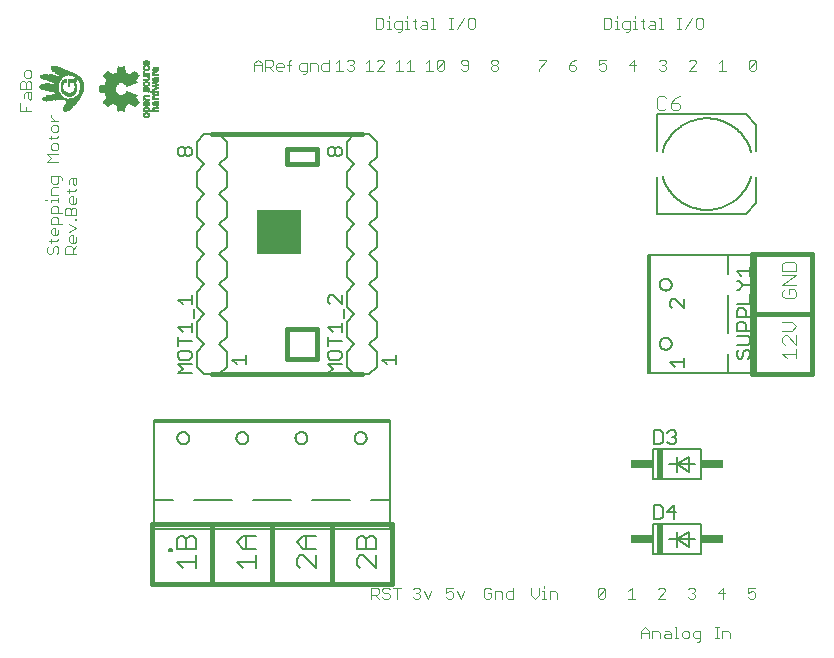
<source format=gto>
G75*
%MOIN*%
%OFA0B0*%
%FSLAX25Y25*%
%IPPOS*%
%LPD*%
%AMOC8*
5,1,8,0,0,1.08239X$1,22.5*
%
%ADD10C,0.00400*%
%ADD11C,0.00600*%
%ADD12C,0.01600*%
%ADD13R,0.15000X0.15000*%
%ADD14C,0.00300*%
%ADD15C,0.00800*%
%ADD16C,0.00500*%
%ADD17R,0.02000X0.10000*%
%ADD18R,0.07500X0.03000*%
%ADD19R,0.00035X0.00770*%
%ADD20R,0.00035X0.01400*%
%ADD21R,0.00035X0.01855*%
%ADD22R,0.00035X0.02170*%
%ADD23R,0.00035X0.02485*%
%ADD24R,0.00035X0.02765*%
%ADD25R,0.00035X0.02975*%
%ADD26R,0.00035X0.03220*%
%ADD27R,0.00035X0.03395*%
%ADD28R,0.00035X0.03605*%
%ADD29R,0.00035X0.03780*%
%ADD30R,0.00035X0.03955*%
%ADD31R,0.00035X0.04130*%
%ADD32R,0.00035X0.04270*%
%ADD33R,0.00035X0.04375*%
%ADD34R,0.00035X0.04550*%
%ADD35R,0.00035X0.04690*%
%ADD36R,0.00035X0.04865*%
%ADD37R,0.00035X0.04970*%
%ADD38R,0.00035X0.05110*%
%ADD39R,0.00035X0.05215*%
%ADD40R,0.00035X0.05355*%
%ADD41R,0.00035X0.05460*%
%ADD42R,0.00035X0.05600*%
%ADD43R,0.00035X0.05705*%
%ADD44R,0.00035X0.05810*%
%ADD45R,0.00035X0.05915*%
%ADD46R,0.00035X0.06055*%
%ADD47R,0.00035X0.06160*%
%ADD48R,0.00035X0.06265*%
%ADD49R,0.00035X0.06335*%
%ADD50R,0.00035X0.06440*%
%ADD51R,0.00035X0.06545*%
%ADD52R,0.00035X0.03080*%
%ADD53R,0.00035X0.02660*%
%ADD54R,0.00035X0.02870*%
%ADD55R,0.00035X0.02415*%
%ADD56R,0.00035X0.02730*%
%ADD57R,0.00035X0.02310*%
%ADD58R,0.00035X0.02695*%
%ADD59R,0.00035X0.02170*%
%ADD60R,0.00035X0.02590*%
%ADD61R,0.00035X0.02100*%
%ADD62R,0.00035X0.02520*%
%ADD63R,0.00035X0.02030*%
%ADD64R,0.00035X0.02450*%
%ADD65R,0.00035X0.01960*%
%ADD66R,0.00035X0.01890*%
%ADD67R,0.00035X0.02380*%
%ADD68R,0.00035X0.01785*%
%ADD69R,0.00035X0.01750*%
%ADD70R,0.00035X0.01715*%
%ADD71R,0.00035X0.02275*%
%ADD72R,0.00035X0.01645*%
%ADD73R,0.00035X0.02240*%
%ADD74R,0.00035X0.01610*%
%ADD75R,0.00035X0.02240*%
%ADD76R,0.00035X0.01575*%
%ADD77R,0.00035X0.01540*%
%ADD78R,0.00035X0.02205*%
%ADD79R,0.00035X0.01505*%
%ADD80R,0.00035X0.01470*%
%ADD81R,0.00035X0.01435*%
%ADD82R,0.00035X0.01365*%
%ADD83R,0.00035X0.01330*%
%ADD84R,0.00035X0.01295*%
%ADD85R,0.00035X0.01295*%
%ADD86R,0.00035X0.01260*%
%ADD87R,0.00035X0.01190*%
%ADD88R,0.00035X0.01225*%
%ADD89R,0.00035X0.00385*%
%ADD90R,0.00035X0.00980*%
%ADD91R,0.00035X0.01155*%
%ADD92R,0.00035X0.01645*%
%ADD93R,0.00035X0.01015*%
%ADD94R,0.00035X0.01050*%
%ADD95R,0.00035X0.02345*%
%ADD96R,0.00035X0.01085*%
%ADD97R,0.00035X0.02905*%
%ADD98R,0.00035X0.03045*%
%ADD99R,0.00035X0.01120*%
%ADD100R,0.00035X0.02345*%
%ADD101R,0.00035X0.03255*%
%ADD102R,0.00035X0.01120*%
%ADD103R,0.00035X0.03500*%
%ADD104R,0.00035X0.02415*%
%ADD105R,0.00035X0.03640*%
%ADD106R,0.00035X0.04900*%
%ADD107R,0.00035X0.04935*%
%ADD108R,0.00035X0.05005*%
%ADD109R,0.00035X0.01680*%
%ADD110R,0.00035X0.02065*%
%ADD111R,0.00035X0.02555*%
%ADD112R,0.00035X0.02590*%
%ADD113R,0.00035X0.02625*%
%ADD114R,0.00035X0.02695*%
%ADD115R,0.00035X0.01470*%
%ADD116R,0.00035X0.02765*%
%ADD117R,0.00035X0.02800*%
%ADD118R,0.00035X0.02835*%
%ADD119R,0.00035X0.01365*%
%ADD120R,0.00035X0.02940*%
%ADD121R,0.00035X0.03010*%
%ADD122R,0.00035X0.03045*%
%ADD123R,0.00035X0.03115*%
%ADD124R,0.00035X0.03150*%
%ADD125R,0.00035X0.03185*%
%ADD126R,0.00035X0.03220*%
%ADD127R,0.00035X0.01190*%
%ADD128R,0.00035X0.03290*%
%ADD129R,0.00035X0.03325*%
%ADD130R,0.00035X0.03360*%
%ADD131R,0.00035X0.03430*%
%ADD132R,0.00035X0.03465*%
%ADD133R,0.00035X0.03535*%
%ADD134R,0.00035X0.03570*%
%ADD135R,0.00035X0.03675*%
%ADD136R,0.00035X0.03710*%
%ADD137R,0.00035X0.03745*%
%ADD138R,0.00035X0.03815*%
%ADD139R,0.00035X0.03850*%
%ADD140R,0.00035X0.03885*%
%ADD141R,0.00035X0.03920*%
%ADD142R,0.00035X0.03990*%
%ADD143R,0.00035X0.04025*%
%ADD144R,0.00035X0.02870*%
%ADD145R,0.00035X0.04095*%
%ADD146R,0.00035X0.04165*%
%ADD147R,0.00035X0.04200*%
%ADD148R,0.00035X0.04235*%
%ADD149R,0.00035X0.04270*%
%ADD150R,0.00035X0.01820*%
%ADD151R,0.00035X0.04305*%
%ADD152R,0.00035X0.04340*%
%ADD153R,0.00035X0.01925*%
%ADD154R,0.00035X0.04410*%
%ADD155R,0.00035X0.00945*%
%ADD156R,0.00035X0.00875*%
%ADD157R,0.00035X0.00840*%
%ADD158R,0.00035X0.02135*%
%ADD159R,0.00035X0.00805*%
%ADD160R,0.00035X0.00735*%
%ADD161R,0.00035X0.01995*%
%ADD162R,0.00035X0.02520*%
%ADD163R,0.00035X0.01540*%
%ADD164R,0.00035X0.00770*%
%ADD165R,0.00035X0.00665*%
%ADD166R,0.00035X0.00420*%
%ADD167R,0.00035X0.00910*%
%ADD168R,0.00035X0.04060*%
%ADD169R,0.00035X0.01015*%
%ADD170R,0.00035X0.03115*%
%ADD171R,0.00035X0.03395*%
%ADD172R,0.00035X0.03745*%
%ADD173R,0.00035X0.04340*%
%ADD174R,0.00035X0.04480*%
%ADD175R,0.00035X0.02065*%
%ADD176R,0.00035X0.04515*%
%ADD177R,0.00035X0.04585*%
%ADD178R,0.00035X0.04760*%
%ADD179R,0.00035X0.04830*%
%ADD180R,0.00035X0.07805*%
%ADD181R,0.00035X0.07840*%
%ADD182R,0.00035X0.07875*%
%ADD183R,0.00035X0.07910*%
%ADD184R,0.00035X0.07945*%
%ADD185R,0.00035X0.07980*%
%ADD186R,0.00035X0.08015*%
%ADD187R,0.00035X0.08050*%
%ADD188R,0.00035X0.05635*%
%ADD189R,0.00035X0.01995*%
%ADD190R,0.00035X0.01890*%
%ADD191R,0.00035X0.01715*%
%ADD192R,0.00035X0.00945*%
%ADD193R,0.00035X0.00560*%
%ADD194R,0.00035X0.01820*%
%ADD195R,0.00035X0.00700*%
%ADD196R,0.00035X0.00630*%
%ADD197R,0.00035X0.00525*%
%ADD198R,0.00035X0.00175*%
%ADD199R,0.00035X0.00595*%
%ADD200R,0.00035X0.00490*%
%ADD201R,0.00035X0.00210*%
%ADD202R,0.00035X0.00490*%
%ADD203R,0.00035X0.00315*%
%ADD204R,0.00040X0.00520*%
%ADD205R,0.00040X0.00520*%
%ADD206R,0.00040X0.00760*%
%ADD207R,0.00040X0.00640*%
%ADD208R,0.00040X0.00440*%
%ADD209R,0.00040X0.00480*%
%ADD210R,0.00040X0.00520*%
%ADD211R,0.00040X0.00520*%
%ADD212R,0.00040X0.01400*%
%ADD213R,0.00040X0.00800*%
%ADD214R,0.00040X0.00480*%
%ADD215R,0.00040X0.00960*%
%ADD216R,0.00040X0.01440*%
%ADD217R,0.00040X0.01080*%
%ADD218R,0.00040X0.01520*%
%ADD219R,0.00040X0.01440*%
%ADD220R,0.00040X0.00560*%
%ADD221R,0.00040X0.01480*%
%ADD222R,0.00040X0.01200*%
%ADD223R,0.00040X0.01560*%
%ADD224R,0.00040X0.01320*%
%ADD225R,0.00040X0.01560*%
%ADD226R,0.00040X0.01520*%
%ADD227R,0.00040X0.00600*%
%ADD228R,0.00040X0.00560*%
%ADD229R,0.00040X0.01400*%
%ADD230R,0.00040X0.01600*%
%ADD231R,0.00040X0.00600*%
%ADD232R,0.00040X0.00640*%
%ADD233R,0.00040X0.01640*%
%ADD234R,0.00040X0.00680*%
%ADD235R,0.00040X0.01680*%
%ADD236R,0.00040X0.01680*%
%ADD237R,0.00040X0.01640*%
%ADD238R,0.00040X0.00720*%
%ADD239R,0.00040X0.01480*%
%ADD240R,0.00040X0.00760*%
%ADD241R,0.00040X0.00720*%
%ADD242R,0.00040X0.00640*%
%ADD243R,0.00040X0.00360*%
%ADD244R,0.00040X0.00240*%
%ADD245R,0.00040X0.00160*%
%ADD246R,0.00040X0.00840*%
%ADD247R,0.00040X0.00080*%
%ADD248R,0.00040X0.00880*%
%ADD249R,0.00040X0.00920*%
%ADD250R,0.00040X0.00960*%
%ADD251R,0.00040X0.01640*%
%ADD252R,0.00040X0.01760*%
%ADD253R,0.00040X0.00440*%
%ADD254R,0.00040X0.01000*%
%ADD255R,0.00040X0.01760*%
%ADD256R,0.00040X0.00440*%
%ADD257R,0.00040X0.01320*%
%ADD258R,0.00040X0.01200*%
%ADD259R,0.00040X0.00920*%
%ADD260R,0.00040X0.00840*%
%ADD261R,0.00040X0.00800*%
%ADD262R,0.00040X0.00080*%
%ADD263R,0.00040X0.00120*%
%ADD264R,0.00040X0.00240*%
%ADD265R,0.00040X0.00720*%
%ADD266R,0.00040X0.00200*%
%ADD267R,0.00040X0.00400*%
%ADD268R,0.00040X0.01240*%
%ADD269R,0.00040X0.01640*%
%ADD270R,0.00040X0.01440*%
%ADD271R,0.00040X0.01280*%
%ADD272R,0.00040X0.01520*%
%ADD273R,0.00040X0.01280*%
%ADD274R,0.00040X0.01520*%
%ADD275R,0.00040X0.01360*%
%ADD276R,0.00040X0.01440*%
%ADD277R,0.00040X0.01240*%
%ADD278R,0.00040X0.01120*%
%ADD279R,0.00040X0.01240*%
%ADD280R,0.00040X0.01040*%
%ADD281R,0.00040X0.00840*%
%ADD282R,0.00040X0.00440*%
%ADD283R,0.00040X0.00400*%
%ADD284R,0.00040X0.00320*%
%ADD285R,0.00040X0.00920*%
%ADD286R,0.00040X0.01040*%
%ADD287R,0.00040X0.01000*%
%ADD288R,0.00040X0.01080*%
%ADD289R,0.00040X0.01160*%
%ADD290R,0.00040X0.01040*%
%ADD291R,0.00040X0.01160*%
%ADD292R,0.00040X0.01600*%
%ADD293R,0.00040X0.01720*%
%ADD294R,0.00040X0.01720*%
%ADD295R,0.00040X0.00640*%
%ADD296R,0.00040X0.00680*%
%ADD297R,0.00040X0.00360*%
%ADD298R,0.00040X0.00280*%
%ADD299R,0.00040X0.00120*%
%ADD300R,0.00040X0.00040*%
%ADD301R,0.00040X0.00040*%
%ADD302R,0.00040X0.01320*%
%ADD303R,0.00040X0.00280*%
%ADD304R,0.00040X0.00320*%
%ADD305R,0.00040X0.01320*%
%ADD306R,0.00040X0.01120*%
%ADD307R,0.00040X0.01120*%
%ADD308R,0.00040X0.01800*%
%ADD309R,0.00040X0.01920*%
%ADD310R,0.00040X0.01920*%
%ADD311R,0.00040X0.02000*%
%ADD312R,0.00040X0.02120*%
%ADD313R,0.00040X0.02200*%
%ADD314R,0.00040X0.02320*%
%ADD315R,0.00040X0.02400*%
%ADD316R,0.00040X0.02520*%
%ADD317R,0.00040X0.02600*%
%ADD318R,0.00040X0.00880*%
%ADD319R,0.00040X0.03680*%
%ADD320R,0.00040X0.03720*%
%ADD321R,0.00040X0.03800*%
%ADD322R,0.00040X0.03840*%
%ADD323R,0.00040X0.03840*%
%ADD324R,0.00040X0.03920*%
%ADD325R,0.00040X0.03960*%
%ADD326R,0.00040X0.04000*%
%ADD327R,0.00040X0.04080*%
%ADD328R,0.00040X0.04120*%
%ADD329R,0.00040X0.04160*%
%ADD330R,0.00040X0.04200*%
%ADD331R,0.00040X0.04200*%
%ADD332R,0.00040X0.04160*%
%ADD333R,0.00040X0.04120*%
%ADD334R,0.00040X0.04080*%
%ADD335R,0.00040X0.04040*%
%ADD336R,0.00040X0.04040*%
%ADD337R,0.00040X0.04040*%
%ADD338R,0.00040X0.04040*%
%ADD339R,0.00040X0.03960*%
%ADD340R,0.00040X0.03920*%
%ADD341R,0.00040X0.03920*%
%ADD342R,0.00040X0.03880*%
%ADD343R,0.00040X0.03920*%
%ADD344R,0.00040X0.03880*%
%ADD345R,0.00040X0.03800*%
%ADD346R,0.00040X0.04240*%
%ADD347R,0.00040X0.04240*%
%ADD348R,0.00040X0.04280*%
%ADD349R,0.00040X0.04360*%
%ADD350R,0.00040X0.04400*%
%ADD351R,0.00040X0.04440*%
%ADD352R,0.00040X0.04520*%
%ADD353R,0.00040X0.04520*%
%ADD354R,0.00040X0.04520*%
%ADD355R,0.00040X0.04520*%
%ADD356R,0.00040X0.04480*%
%ADD357R,0.00040X0.04440*%
%ADD358R,0.00040X0.04400*%
%ADD359R,0.00040X0.04360*%
%ADD360R,0.00040X0.04320*%
%ADD361R,0.00040X0.04240*%
%ADD362R,0.00040X0.04320*%
%ADD363R,0.00040X0.04320*%
%ADD364R,0.00040X0.04560*%
%ADD365R,0.00040X0.04720*%
%ADD366R,0.00040X0.04920*%
%ADD367R,0.00040X0.04920*%
%ADD368R,0.00040X0.05080*%
%ADD369R,0.00040X0.05240*%
%ADD370R,0.00040X0.05240*%
%ADD371R,0.00040X0.05480*%
%ADD372R,0.00040X0.05640*%
%ADD373R,0.00040X0.05640*%
%ADD374R,0.00040X0.05680*%
%ADD375R,0.00040X0.05640*%
%ADD376R,0.00040X0.05600*%
%ADD377R,0.00040X0.05600*%
%ADD378R,0.00040X0.05560*%
%ADD379R,0.00040X0.05520*%
%ADD380R,0.00040X0.05520*%
%ADD381R,0.00040X0.05480*%
%ADD382R,0.00040X0.05440*%
%ADD383R,0.00040X0.05440*%
%ADD384R,0.00040X0.05560*%
%ADD385R,0.00040X0.05680*%
%ADD386R,0.00040X0.05440*%
%ADD387R,0.00040X0.05280*%
%ADD388R,0.00040X0.04920*%
%ADD389R,0.00040X0.04600*%
%ADD390R,0.00040X0.04840*%
%ADD391R,0.00040X0.10440*%
%ADD392R,0.00040X0.10360*%
%ADD393R,0.00040X0.10360*%
%ADD394R,0.00040X0.10280*%
%ADD395R,0.00040X0.10200*%
%ADD396R,0.00040X0.10200*%
%ADD397R,0.00040X0.10120*%
%ADD398R,0.00040X0.10040*%
%ADD399R,0.00040X0.10040*%
%ADD400R,0.00040X0.09960*%
%ADD401R,0.00040X0.09880*%
%ADD402R,0.00040X0.09880*%
%ADD403R,0.00040X0.09800*%
%ADD404R,0.00040X0.09720*%
%ADD405R,0.00040X0.09720*%
%ADD406R,0.00040X0.10280*%
%ADD407R,0.00040X0.10520*%
%ADD408R,0.00040X0.10520*%
%ADD409R,0.00040X0.10600*%
%ADD410R,0.00040X0.10680*%
%ADD411R,0.00040X0.10760*%
%ADD412R,0.00040X0.10840*%
%ADD413R,0.00040X0.10920*%
%ADD414R,0.00040X0.11000*%
%ADD415R,0.00040X0.11080*%
%ADD416R,0.00040X0.11080*%
%ADD417R,0.00040X0.11160*%
%ADD418R,0.00040X0.11240*%
%ADD419R,0.00040X0.11320*%
%ADD420R,0.00040X0.11400*%
%ADD421R,0.00040X0.11400*%
%ADD422R,0.00040X0.11480*%
%ADD423R,0.00040X0.11560*%
%ADD424R,0.00040X0.11640*%
%ADD425R,0.00040X0.11640*%
%ADD426R,0.00040X0.11720*%
%ADD427R,0.00040X0.11800*%
%ADD428R,0.00040X0.11880*%
%ADD429R,0.00040X0.11880*%
%ADD430R,0.00040X0.11960*%
%ADD431R,0.00040X0.11720*%
%ADD432R,0.00040X0.11320*%
%ADD433R,0.00040X0.02760*%
%ADD434R,0.00040X0.05400*%
%ADD435R,0.00040X0.02640*%
%ADD436R,0.00040X0.05160*%
%ADD437R,0.00040X0.02560*%
%ADD438R,0.00040X0.05000*%
%ADD439R,0.00040X0.02440*%
%ADD440R,0.00040X0.04760*%
%ADD441R,0.00040X0.02440*%
%ADD442R,0.00040X0.02360*%
%ADD443R,0.00040X0.04600*%
%ADD444R,0.00040X0.02280*%
%ADD445R,0.00040X0.02240*%
%ADD446R,0.00040X0.02160*%
%ADD447R,0.00040X0.02080*%
%ADD448R,0.00040X0.01960*%
%ADD449R,0.00040X0.01880*%
%ADD450R,0.00040X0.03640*%
%ADD451R,0.00040X0.03400*%
%ADD452R,0.00040X0.03240*%
%ADD453R,0.00040X0.03000*%
%ADD454R,0.00040X0.02920*%
%ADD455R,0.00040X0.01360*%
%ADD456R,0.00040X0.02840*%
%ADD457R,0.00040X0.02840*%
%ADD458R,0.00040X0.02760*%
%ADD459R,0.00040X0.02680*%
%ADD460R,0.00040X0.02680*%
%ADD461R,0.00040X0.02600*%
%ADD462R,0.00040X0.02520*%
%ADD463R,0.00040X0.02520*%
%ADD464R,0.00040X0.02440*%
%ADD465R,0.00040X0.02360*%
%ADD466R,0.00040X0.02280*%
%ADD467R,0.00040X0.02200*%
%ADD468R,0.00040X0.02120*%
D10*
X0245310Y0183802D02*
X0246078Y0183035D01*
X0247612Y0183035D01*
X0248380Y0183802D01*
X0249914Y0183802D02*
X0250681Y0183035D01*
X0252216Y0183035D01*
X0252983Y0183802D01*
X0252983Y0184569D01*
X0252216Y0185337D01*
X0249914Y0185337D01*
X0249914Y0183802D01*
X0249914Y0185337D02*
X0251449Y0186871D01*
X0252983Y0187639D01*
X0248380Y0186871D02*
X0247612Y0187639D01*
X0246078Y0187639D01*
X0245310Y0186871D01*
X0245310Y0183802D01*
X0287963Y0132477D02*
X0287196Y0131710D01*
X0287196Y0129408D01*
X0291800Y0129408D01*
X0291800Y0131710D01*
X0291033Y0132477D01*
X0287963Y0132477D01*
X0287196Y0127873D02*
X0291800Y0127873D01*
X0287196Y0124804D01*
X0291800Y0124804D01*
X0291033Y0123269D02*
X0289498Y0123269D01*
X0289498Y0121735D01*
X0287963Y0123269D02*
X0287196Y0122502D01*
X0287196Y0120967D01*
X0287963Y0120200D01*
X0291033Y0120200D01*
X0291800Y0120967D01*
X0291800Y0122502D01*
X0291033Y0123269D01*
X0290265Y0112477D02*
X0287196Y0112477D01*
X0287196Y0109408D02*
X0290265Y0109408D01*
X0291800Y0110942D01*
X0290265Y0112477D01*
X0288731Y0107873D02*
X0287963Y0107873D01*
X0287196Y0107106D01*
X0287196Y0105571D01*
X0287963Y0104804D01*
X0288731Y0107873D02*
X0291800Y0104804D01*
X0291800Y0107873D01*
X0291800Y0103269D02*
X0291800Y0100200D01*
X0291800Y0101735D02*
X0287196Y0101735D01*
X0288731Y0100200D01*
D11*
X0278500Y0095358D02*
X0269098Y0095358D01*
X0243098Y0095358D01*
X0242299Y0095358D01*
X0242299Y0134657D01*
X0243098Y0134657D01*
X0269098Y0134657D01*
X0278500Y0134657D01*
X0278500Y0095358D01*
X0269098Y0095358D02*
X0269098Y0101657D01*
X0269098Y0108657D02*
X0269098Y0121358D01*
X0269098Y0128358D02*
X0269098Y0134657D01*
X0246300Y0124857D02*
X0246302Y0124946D01*
X0246308Y0125035D01*
X0246318Y0125124D01*
X0246332Y0125212D01*
X0246349Y0125299D01*
X0246371Y0125385D01*
X0246397Y0125471D01*
X0246426Y0125555D01*
X0246459Y0125638D01*
X0246495Y0125719D01*
X0246536Y0125799D01*
X0246579Y0125876D01*
X0246626Y0125952D01*
X0246677Y0126025D01*
X0246730Y0126096D01*
X0246787Y0126165D01*
X0246847Y0126231D01*
X0246910Y0126295D01*
X0246975Y0126355D01*
X0247043Y0126413D01*
X0247114Y0126467D01*
X0247187Y0126518D01*
X0247262Y0126566D01*
X0247339Y0126611D01*
X0247418Y0126652D01*
X0247499Y0126689D01*
X0247581Y0126723D01*
X0247665Y0126754D01*
X0247750Y0126780D01*
X0247836Y0126803D01*
X0247923Y0126821D01*
X0248011Y0126836D01*
X0248100Y0126847D01*
X0248189Y0126854D01*
X0248278Y0126857D01*
X0248367Y0126856D01*
X0248456Y0126851D01*
X0248544Y0126842D01*
X0248633Y0126829D01*
X0248720Y0126812D01*
X0248807Y0126792D01*
X0248893Y0126767D01*
X0248977Y0126739D01*
X0249060Y0126707D01*
X0249142Y0126671D01*
X0249222Y0126632D01*
X0249300Y0126589D01*
X0249376Y0126543D01*
X0249450Y0126493D01*
X0249522Y0126440D01*
X0249591Y0126384D01*
X0249658Y0126325D01*
X0249722Y0126263D01*
X0249783Y0126199D01*
X0249842Y0126131D01*
X0249897Y0126061D01*
X0249949Y0125989D01*
X0249998Y0125914D01*
X0250043Y0125838D01*
X0250085Y0125759D01*
X0250123Y0125679D01*
X0250158Y0125597D01*
X0250189Y0125513D01*
X0250217Y0125428D01*
X0250240Y0125342D01*
X0250260Y0125255D01*
X0250276Y0125168D01*
X0250288Y0125079D01*
X0250296Y0124991D01*
X0250300Y0124902D01*
X0250300Y0124812D01*
X0250296Y0124723D01*
X0250288Y0124635D01*
X0250276Y0124546D01*
X0250260Y0124459D01*
X0250240Y0124372D01*
X0250217Y0124286D01*
X0250189Y0124201D01*
X0250158Y0124117D01*
X0250123Y0124035D01*
X0250085Y0123955D01*
X0250043Y0123876D01*
X0249998Y0123800D01*
X0249949Y0123725D01*
X0249897Y0123653D01*
X0249842Y0123583D01*
X0249783Y0123515D01*
X0249722Y0123451D01*
X0249658Y0123389D01*
X0249591Y0123330D01*
X0249522Y0123274D01*
X0249450Y0123221D01*
X0249376Y0123171D01*
X0249300Y0123125D01*
X0249222Y0123082D01*
X0249142Y0123043D01*
X0249060Y0123007D01*
X0248977Y0122975D01*
X0248893Y0122947D01*
X0248807Y0122922D01*
X0248720Y0122902D01*
X0248633Y0122885D01*
X0248544Y0122872D01*
X0248456Y0122863D01*
X0248367Y0122858D01*
X0248278Y0122857D01*
X0248189Y0122860D01*
X0248100Y0122867D01*
X0248011Y0122878D01*
X0247923Y0122893D01*
X0247836Y0122911D01*
X0247750Y0122934D01*
X0247665Y0122960D01*
X0247581Y0122991D01*
X0247499Y0123025D01*
X0247418Y0123062D01*
X0247339Y0123103D01*
X0247262Y0123148D01*
X0247187Y0123196D01*
X0247114Y0123247D01*
X0247043Y0123301D01*
X0246975Y0123359D01*
X0246910Y0123419D01*
X0246847Y0123483D01*
X0246787Y0123549D01*
X0246730Y0123618D01*
X0246677Y0123689D01*
X0246626Y0123762D01*
X0246579Y0123838D01*
X0246536Y0123915D01*
X0246495Y0123995D01*
X0246459Y0124076D01*
X0246426Y0124159D01*
X0246397Y0124243D01*
X0246371Y0124329D01*
X0246349Y0124415D01*
X0246332Y0124502D01*
X0246318Y0124590D01*
X0246308Y0124679D01*
X0246302Y0124768D01*
X0246300Y0124857D01*
X0243098Y0134657D02*
X0243098Y0095358D01*
X0246300Y0105157D02*
X0246302Y0105246D01*
X0246308Y0105335D01*
X0246318Y0105424D01*
X0246332Y0105512D01*
X0246349Y0105599D01*
X0246371Y0105685D01*
X0246397Y0105771D01*
X0246426Y0105855D01*
X0246459Y0105938D01*
X0246495Y0106019D01*
X0246536Y0106099D01*
X0246579Y0106176D01*
X0246626Y0106252D01*
X0246677Y0106325D01*
X0246730Y0106396D01*
X0246787Y0106465D01*
X0246847Y0106531D01*
X0246910Y0106595D01*
X0246975Y0106655D01*
X0247043Y0106713D01*
X0247114Y0106767D01*
X0247187Y0106818D01*
X0247262Y0106866D01*
X0247339Y0106911D01*
X0247418Y0106952D01*
X0247499Y0106989D01*
X0247581Y0107023D01*
X0247665Y0107054D01*
X0247750Y0107080D01*
X0247836Y0107103D01*
X0247923Y0107121D01*
X0248011Y0107136D01*
X0248100Y0107147D01*
X0248189Y0107154D01*
X0248278Y0107157D01*
X0248367Y0107156D01*
X0248456Y0107151D01*
X0248544Y0107142D01*
X0248633Y0107129D01*
X0248720Y0107112D01*
X0248807Y0107092D01*
X0248893Y0107067D01*
X0248977Y0107039D01*
X0249060Y0107007D01*
X0249142Y0106971D01*
X0249222Y0106932D01*
X0249300Y0106889D01*
X0249376Y0106843D01*
X0249450Y0106793D01*
X0249522Y0106740D01*
X0249591Y0106684D01*
X0249658Y0106625D01*
X0249722Y0106563D01*
X0249783Y0106499D01*
X0249842Y0106431D01*
X0249897Y0106361D01*
X0249949Y0106289D01*
X0249998Y0106214D01*
X0250043Y0106138D01*
X0250085Y0106059D01*
X0250123Y0105979D01*
X0250158Y0105897D01*
X0250189Y0105813D01*
X0250217Y0105728D01*
X0250240Y0105642D01*
X0250260Y0105555D01*
X0250276Y0105468D01*
X0250288Y0105379D01*
X0250296Y0105291D01*
X0250300Y0105202D01*
X0250300Y0105112D01*
X0250296Y0105023D01*
X0250288Y0104935D01*
X0250276Y0104846D01*
X0250260Y0104759D01*
X0250240Y0104672D01*
X0250217Y0104586D01*
X0250189Y0104501D01*
X0250158Y0104417D01*
X0250123Y0104335D01*
X0250085Y0104255D01*
X0250043Y0104176D01*
X0249998Y0104100D01*
X0249949Y0104025D01*
X0249897Y0103953D01*
X0249842Y0103883D01*
X0249783Y0103815D01*
X0249722Y0103751D01*
X0249658Y0103689D01*
X0249591Y0103630D01*
X0249522Y0103574D01*
X0249450Y0103521D01*
X0249376Y0103471D01*
X0249300Y0103425D01*
X0249222Y0103382D01*
X0249142Y0103343D01*
X0249060Y0103307D01*
X0248977Y0103275D01*
X0248893Y0103247D01*
X0248807Y0103222D01*
X0248720Y0103202D01*
X0248633Y0103185D01*
X0248544Y0103172D01*
X0248456Y0103163D01*
X0248367Y0103158D01*
X0248278Y0103157D01*
X0248189Y0103160D01*
X0248100Y0103167D01*
X0248011Y0103178D01*
X0247923Y0103193D01*
X0247836Y0103211D01*
X0247750Y0103234D01*
X0247665Y0103260D01*
X0247581Y0103291D01*
X0247499Y0103325D01*
X0247418Y0103362D01*
X0247339Y0103403D01*
X0247262Y0103448D01*
X0247187Y0103496D01*
X0247114Y0103547D01*
X0247043Y0103601D01*
X0246975Y0103659D01*
X0246910Y0103719D01*
X0246847Y0103783D01*
X0246787Y0103849D01*
X0246730Y0103918D01*
X0246677Y0103989D01*
X0246626Y0104062D01*
X0246579Y0104138D01*
X0246536Y0104215D01*
X0246495Y0104295D01*
X0246459Y0104376D01*
X0246426Y0104459D01*
X0246397Y0104543D01*
X0246371Y0104629D01*
X0246349Y0104715D01*
X0246332Y0104802D01*
X0246318Y0104890D01*
X0246308Y0104979D01*
X0246302Y0105068D01*
X0246300Y0105157D01*
X0244000Y0070000D02*
X0244000Y0060000D01*
X0260000Y0060000D01*
X0260000Y0070000D01*
X0244000Y0070000D01*
X0249500Y0065000D02*
X0252000Y0065000D01*
X0252000Y0062500D01*
X0252000Y0065000D02*
X0252000Y0067500D01*
X0252000Y0065000D02*
X0256000Y0067500D01*
X0256000Y0062500D01*
X0252000Y0065000D01*
X0258000Y0065000D01*
X0260000Y0045000D02*
X0244000Y0045000D01*
X0244000Y0035000D01*
X0260000Y0035000D01*
X0260000Y0045000D01*
X0256000Y0042500D02*
X0252000Y0040000D01*
X0252000Y0037500D01*
X0252000Y0040000D02*
X0249500Y0040000D01*
X0252000Y0040000D02*
X0252000Y0042500D01*
X0252000Y0040000D02*
X0258000Y0040000D01*
X0256000Y0037500D02*
X0252000Y0040000D01*
X0256000Y0042500D02*
X0256000Y0037500D01*
X0156374Y0043500D02*
X0156374Y0052902D01*
X0156374Y0078902D01*
X0077673Y0078902D01*
X0077673Y0079701D01*
X0156374Y0079701D01*
X0156374Y0078902D01*
X0144572Y0073700D02*
X0144574Y0073789D01*
X0144580Y0073878D01*
X0144590Y0073967D01*
X0144604Y0074055D01*
X0144621Y0074142D01*
X0144643Y0074228D01*
X0144669Y0074314D01*
X0144698Y0074398D01*
X0144731Y0074481D01*
X0144767Y0074562D01*
X0144808Y0074642D01*
X0144851Y0074719D01*
X0144898Y0074795D01*
X0144949Y0074868D01*
X0145002Y0074939D01*
X0145059Y0075008D01*
X0145119Y0075074D01*
X0145182Y0075138D01*
X0145247Y0075198D01*
X0145315Y0075256D01*
X0145386Y0075310D01*
X0145459Y0075361D01*
X0145534Y0075409D01*
X0145611Y0075454D01*
X0145690Y0075495D01*
X0145771Y0075532D01*
X0145853Y0075566D01*
X0145937Y0075597D01*
X0146022Y0075623D01*
X0146108Y0075646D01*
X0146195Y0075664D01*
X0146283Y0075679D01*
X0146372Y0075690D01*
X0146461Y0075697D01*
X0146550Y0075700D01*
X0146639Y0075699D01*
X0146728Y0075694D01*
X0146816Y0075685D01*
X0146905Y0075672D01*
X0146992Y0075655D01*
X0147079Y0075635D01*
X0147165Y0075610D01*
X0147249Y0075582D01*
X0147332Y0075550D01*
X0147414Y0075514D01*
X0147494Y0075475D01*
X0147572Y0075432D01*
X0147648Y0075386D01*
X0147722Y0075336D01*
X0147794Y0075283D01*
X0147863Y0075227D01*
X0147930Y0075168D01*
X0147994Y0075106D01*
X0148055Y0075042D01*
X0148114Y0074974D01*
X0148169Y0074904D01*
X0148221Y0074832D01*
X0148270Y0074757D01*
X0148315Y0074681D01*
X0148357Y0074602D01*
X0148395Y0074522D01*
X0148430Y0074440D01*
X0148461Y0074356D01*
X0148489Y0074271D01*
X0148512Y0074185D01*
X0148532Y0074098D01*
X0148548Y0074011D01*
X0148560Y0073922D01*
X0148568Y0073834D01*
X0148572Y0073745D01*
X0148572Y0073655D01*
X0148568Y0073566D01*
X0148560Y0073478D01*
X0148548Y0073389D01*
X0148532Y0073302D01*
X0148512Y0073215D01*
X0148489Y0073129D01*
X0148461Y0073044D01*
X0148430Y0072960D01*
X0148395Y0072878D01*
X0148357Y0072798D01*
X0148315Y0072719D01*
X0148270Y0072643D01*
X0148221Y0072568D01*
X0148169Y0072496D01*
X0148114Y0072426D01*
X0148055Y0072358D01*
X0147994Y0072294D01*
X0147930Y0072232D01*
X0147863Y0072173D01*
X0147794Y0072117D01*
X0147722Y0072064D01*
X0147648Y0072014D01*
X0147572Y0071968D01*
X0147494Y0071925D01*
X0147414Y0071886D01*
X0147332Y0071850D01*
X0147249Y0071818D01*
X0147165Y0071790D01*
X0147079Y0071765D01*
X0146992Y0071745D01*
X0146905Y0071728D01*
X0146816Y0071715D01*
X0146728Y0071706D01*
X0146639Y0071701D01*
X0146550Y0071700D01*
X0146461Y0071703D01*
X0146372Y0071710D01*
X0146283Y0071721D01*
X0146195Y0071736D01*
X0146108Y0071754D01*
X0146022Y0071777D01*
X0145937Y0071803D01*
X0145853Y0071834D01*
X0145771Y0071868D01*
X0145690Y0071905D01*
X0145611Y0071946D01*
X0145534Y0071991D01*
X0145459Y0072039D01*
X0145386Y0072090D01*
X0145315Y0072144D01*
X0145247Y0072202D01*
X0145182Y0072262D01*
X0145119Y0072326D01*
X0145059Y0072392D01*
X0145002Y0072461D01*
X0144949Y0072532D01*
X0144898Y0072605D01*
X0144851Y0072681D01*
X0144808Y0072758D01*
X0144767Y0072838D01*
X0144731Y0072919D01*
X0144698Y0073002D01*
X0144669Y0073086D01*
X0144643Y0073172D01*
X0144621Y0073258D01*
X0144604Y0073345D01*
X0144590Y0073433D01*
X0144580Y0073522D01*
X0144574Y0073611D01*
X0144572Y0073700D01*
X0124872Y0073700D02*
X0124874Y0073789D01*
X0124880Y0073878D01*
X0124890Y0073967D01*
X0124904Y0074055D01*
X0124921Y0074142D01*
X0124943Y0074228D01*
X0124969Y0074314D01*
X0124998Y0074398D01*
X0125031Y0074481D01*
X0125067Y0074562D01*
X0125108Y0074642D01*
X0125151Y0074719D01*
X0125198Y0074795D01*
X0125249Y0074868D01*
X0125302Y0074939D01*
X0125359Y0075008D01*
X0125419Y0075074D01*
X0125482Y0075138D01*
X0125547Y0075198D01*
X0125615Y0075256D01*
X0125686Y0075310D01*
X0125759Y0075361D01*
X0125834Y0075409D01*
X0125911Y0075454D01*
X0125990Y0075495D01*
X0126071Y0075532D01*
X0126153Y0075566D01*
X0126237Y0075597D01*
X0126322Y0075623D01*
X0126408Y0075646D01*
X0126495Y0075664D01*
X0126583Y0075679D01*
X0126672Y0075690D01*
X0126761Y0075697D01*
X0126850Y0075700D01*
X0126939Y0075699D01*
X0127028Y0075694D01*
X0127116Y0075685D01*
X0127205Y0075672D01*
X0127292Y0075655D01*
X0127379Y0075635D01*
X0127465Y0075610D01*
X0127549Y0075582D01*
X0127632Y0075550D01*
X0127714Y0075514D01*
X0127794Y0075475D01*
X0127872Y0075432D01*
X0127948Y0075386D01*
X0128022Y0075336D01*
X0128094Y0075283D01*
X0128163Y0075227D01*
X0128230Y0075168D01*
X0128294Y0075106D01*
X0128355Y0075042D01*
X0128414Y0074974D01*
X0128469Y0074904D01*
X0128521Y0074832D01*
X0128570Y0074757D01*
X0128615Y0074681D01*
X0128657Y0074602D01*
X0128695Y0074522D01*
X0128730Y0074440D01*
X0128761Y0074356D01*
X0128789Y0074271D01*
X0128812Y0074185D01*
X0128832Y0074098D01*
X0128848Y0074011D01*
X0128860Y0073922D01*
X0128868Y0073834D01*
X0128872Y0073745D01*
X0128872Y0073655D01*
X0128868Y0073566D01*
X0128860Y0073478D01*
X0128848Y0073389D01*
X0128832Y0073302D01*
X0128812Y0073215D01*
X0128789Y0073129D01*
X0128761Y0073044D01*
X0128730Y0072960D01*
X0128695Y0072878D01*
X0128657Y0072798D01*
X0128615Y0072719D01*
X0128570Y0072643D01*
X0128521Y0072568D01*
X0128469Y0072496D01*
X0128414Y0072426D01*
X0128355Y0072358D01*
X0128294Y0072294D01*
X0128230Y0072232D01*
X0128163Y0072173D01*
X0128094Y0072117D01*
X0128022Y0072064D01*
X0127948Y0072014D01*
X0127872Y0071968D01*
X0127794Y0071925D01*
X0127714Y0071886D01*
X0127632Y0071850D01*
X0127549Y0071818D01*
X0127465Y0071790D01*
X0127379Y0071765D01*
X0127292Y0071745D01*
X0127205Y0071728D01*
X0127116Y0071715D01*
X0127028Y0071706D01*
X0126939Y0071701D01*
X0126850Y0071700D01*
X0126761Y0071703D01*
X0126672Y0071710D01*
X0126583Y0071721D01*
X0126495Y0071736D01*
X0126408Y0071754D01*
X0126322Y0071777D01*
X0126237Y0071803D01*
X0126153Y0071834D01*
X0126071Y0071868D01*
X0125990Y0071905D01*
X0125911Y0071946D01*
X0125834Y0071991D01*
X0125759Y0072039D01*
X0125686Y0072090D01*
X0125615Y0072144D01*
X0125547Y0072202D01*
X0125482Y0072262D01*
X0125419Y0072326D01*
X0125359Y0072392D01*
X0125302Y0072461D01*
X0125249Y0072532D01*
X0125198Y0072605D01*
X0125151Y0072681D01*
X0125108Y0072758D01*
X0125067Y0072838D01*
X0125031Y0072919D01*
X0124998Y0073002D01*
X0124969Y0073086D01*
X0124943Y0073172D01*
X0124921Y0073258D01*
X0124904Y0073345D01*
X0124890Y0073433D01*
X0124880Y0073522D01*
X0124874Y0073611D01*
X0124872Y0073700D01*
X0105172Y0073700D02*
X0105174Y0073789D01*
X0105180Y0073878D01*
X0105190Y0073967D01*
X0105204Y0074055D01*
X0105221Y0074142D01*
X0105243Y0074228D01*
X0105269Y0074314D01*
X0105298Y0074398D01*
X0105331Y0074481D01*
X0105367Y0074562D01*
X0105408Y0074642D01*
X0105451Y0074719D01*
X0105498Y0074795D01*
X0105549Y0074868D01*
X0105602Y0074939D01*
X0105659Y0075008D01*
X0105719Y0075074D01*
X0105782Y0075138D01*
X0105847Y0075198D01*
X0105915Y0075256D01*
X0105986Y0075310D01*
X0106059Y0075361D01*
X0106134Y0075409D01*
X0106211Y0075454D01*
X0106290Y0075495D01*
X0106371Y0075532D01*
X0106453Y0075566D01*
X0106537Y0075597D01*
X0106622Y0075623D01*
X0106708Y0075646D01*
X0106795Y0075664D01*
X0106883Y0075679D01*
X0106972Y0075690D01*
X0107061Y0075697D01*
X0107150Y0075700D01*
X0107239Y0075699D01*
X0107328Y0075694D01*
X0107416Y0075685D01*
X0107505Y0075672D01*
X0107592Y0075655D01*
X0107679Y0075635D01*
X0107765Y0075610D01*
X0107849Y0075582D01*
X0107932Y0075550D01*
X0108014Y0075514D01*
X0108094Y0075475D01*
X0108172Y0075432D01*
X0108248Y0075386D01*
X0108322Y0075336D01*
X0108394Y0075283D01*
X0108463Y0075227D01*
X0108530Y0075168D01*
X0108594Y0075106D01*
X0108655Y0075042D01*
X0108714Y0074974D01*
X0108769Y0074904D01*
X0108821Y0074832D01*
X0108870Y0074757D01*
X0108915Y0074681D01*
X0108957Y0074602D01*
X0108995Y0074522D01*
X0109030Y0074440D01*
X0109061Y0074356D01*
X0109089Y0074271D01*
X0109112Y0074185D01*
X0109132Y0074098D01*
X0109148Y0074011D01*
X0109160Y0073922D01*
X0109168Y0073834D01*
X0109172Y0073745D01*
X0109172Y0073655D01*
X0109168Y0073566D01*
X0109160Y0073478D01*
X0109148Y0073389D01*
X0109132Y0073302D01*
X0109112Y0073215D01*
X0109089Y0073129D01*
X0109061Y0073044D01*
X0109030Y0072960D01*
X0108995Y0072878D01*
X0108957Y0072798D01*
X0108915Y0072719D01*
X0108870Y0072643D01*
X0108821Y0072568D01*
X0108769Y0072496D01*
X0108714Y0072426D01*
X0108655Y0072358D01*
X0108594Y0072294D01*
X0108530Y0072232D01*
X0108463Y0072173D01*
X0108394Y0072117D01*
X0108322Y0072064D01*
X0108248Y0072014D01*
X0108172Y0071968D01*
X0108094Y0071925D01*
X0108014Y0071886D01*
X0107932Y0071850D01*
X0107849Y0071818D01*
X0107765Y0071790D01*
X0107679Y0071765D01*
X0107592Y0071745D01*
X0107505Y0071728D01*
X0107416Y0071715D01*
X0107328Y0071706D01*
X0107239Y0071701D01*
X0107150Y0071700D01*
X0107061Y0071703D01*
X0106972Y0071710D01*
X0106883Y0071721D01*
X0106795Y0071736D01*
X0106708Y0071754D01*
X0106622Y0071777D01*
X0106537Y0071803D01*
X0106453Y0071834D01*
X0106371Y0071868D01*
X0106290Y0071905D01*
X0106211Y0071946D01*
X0106134Y0071991D01*
X0106059Y0072039D01*
X0105986Y0072090D01*
X0105915Y0072144D01*
X0105847Y0072202D01*
X0105782Y0072262D01*
X0105719Y0072326D01*
X0105659Y0072392D01*
X0105602Y0072461D01*
X0105549Y0072532D01*
X0105498Y0072605D01*
X0105451Y0072681D01*
X0105408Y0072758D01*
X0105367Y0072838D01*
X0105331Y0072919D01*
X0105298Y0073002D01*
X0105269Y0073086D01*
X0105243Y0073172D01*
X0105221Y0073258D01*
X0105204Y0073345D01*
X0105190Y0073433D01*
X0105180Y0073522D01*
X0105174Y0073611D01*
X0105172Y0073700D01*
X0085472Y0073700D02*
X0085474Y0073789D01*
X0085480Y0073878D01*
X0085490Y0073967D01*
X0085504Y0074055D01*
X0085521Y0074142D01*
X0085543Y0074228D01*
X0085569Y0074314D01*
X0085598Y0074398D01*
X0085631Y0074481D01*
X0085667Y0074562D01*
X0085708Y0074642D01*
X0085751Y0074719D01*
X0085798Y0074795D01*
X0085849Y0074868D01*
X0085902Y0074939D01*
X0085959Y0075008D01*
X0086019Y0075074D01*
X0086082Y0075138D01*
X0086147Y0075198D01*
X0086215Y0075256D01*
X0086286Y0075310D01*
X0086359Y0075361D01*
X0086434Y0075409D01*
X0086511Y0075454D01*
X0086590Y0075495D01*
X0086671Y0075532D01*
X0086753Y0075566D01*
X0086837Y0075597D01*
X0086922Y0075623D01*
X0087008Y0075646D01*
X0087095Y0075664D01*
X0087183Y0075679D01*
X0087272Y0075690D01*
X0087361Y0075697D01*
X0087450Y0075700D01*
X0087539Y0075699D01*
X0087628Y0075694D01*
X0087716Y0075685D01*
X0087805Y0075672D01*
X0087892Y0075655D01*
X0087979Y0075635D01*
X0088065Y0075610D01*
X0088149Y0075582D01*
X0088232Y0075550D01*
X0088314Y0075514D01*
X0088394Y0075475D01*
X0088472Y0075432D01*
X0088548Y0075386D01*
X0088622Y0075336D01*
X0088694Y0075283D01*
X0088763Y0075227D01*
X0088830Y0075168D01*
X0088894Y0075106D01*
X0088955Y0075042D01*
X0089014Y0074974D01*
X0089069Y0074904D01*
X0089121Y0074832D01*
X0089170Y0074757D01*
X0089215Y0074681D01*
X0089257Y0074602D01*
X0089295Y0074522D01*
X0089330Y0074440D01*
X0089361Y0074356D01*
X0089389Y0074271D01*
X0089412Y0074185D01*
X0089432Y0074098D01*
X0089448Y0074011D01*
X0089460Y0073922D01*
X0089468Y0073834D01*
X0089472Y0073745D01*
X0089472Y0073655D01*
X0089468Y0073566D01*
X0089460Y0073478D01*
X0089448Y0073389D01*
X0089432Y0073302D01*
X0089412Y0073215D01*
X0089389Y0073129D01*
X0089361Y0073044D01*
X0089330Y0072960D01*
X0089295Y0072878D01*
X0089257Y0072798D01*
X0089215Y0072719D01*
X0089170Y0072643D01*
X0089121Y0072568D01*
X0089069Y0072496D01*
X0089014Y0072426D01*
X0088955Y0072358D01*
X0088894Y0072294D01*
X0088830Y0072232D01*
X0088763Y0072173D01*
X0088694Y0072117D01*
X0088622Y0072064D01*
X0088548Y0072014D01*
X0088472Y0071968D01*
X0088394Y0071925D01*
X0088314Y0071886D01*
X0088232Y0071850D01*
X0088149Y0071818D01*
X0088065Y0071790D01*
X0087979Y0071765D01*
X0087892Y0071745D01*
X0087805Y0071728D01*
X0087716Y0071715D01*
X0087628Y0071706D01*
X0087539Y0071701D01*
X0087450Y0071700D01*
X0087361Y0071703D01*
X0087272Y0071710D01*
X0087183Y0071721D01*
X0087095Y0071736D01*
X0087008Y0071754D01*
X0086922Y0071777D01*
X0086837Y0071803D01*
X0086753Y0071834D01*
X0086671Y0071868D01*
X0086590Y0071905D01*
X0086511Y0071946D01*
X0086434Y0071991D01*
X0086359Y0072039D01*
X0086286Y0072090D01*
X0086215Y0072144D01*
X0086147Y0072202D01*
X0086082Y0072262D01*
X0086019Y0072326D01*
X0085959Y0072392D01*
X0085902Y0072461D01*
X0085849Y0072532D01*
X0085798Y0072605D01*
X0085751Y0072681D01*
X0085708Y0072758D01*
X0085667Y0072838D01*
X0085631Y0072919D01*
X0085598Y0073002D01*
X0085569Y0073086D01*
X0085543Y0073172D01*
X0085521Y0073258D01*
X0085504Y0073345D01*
X0085490Y0073433D01*
X0085480Y0073522D01*
X0085474Y0073611D01*
X0085472Y0073700D01*
X0077673Y0078902D02*
X0077673Y0052902D01*
X0083972Y0052902D01*
X0090972Y0052902D02*
X0103673Y0052902D01*
X0110673Y0052902D02*
X0123374Y0052902D01*
X0130374Y0052902D02*
X0143071Y0052902D01*
X0150071Y0052902D02*
X0156374Y0052902D01*
X0156374Y0043500D02*
X0077673Y0043500D01*
X0077673Y0052902D01*
X0086362Y0041016D02*
X0087430Y0041016D01*
X0088497Y0039948D01*
X0088497Y0036745D01*
X0085295Y0036745D02*
X0085295Y0039948D01*
X0086362Y0041016D01*
X0088497Y0039948D02*
X0089565Y0041016D01*
X0090632Y0041016D01*
X0091700Y0039948D01*
X0091700Y0036745D01*
X0085295Y0036745D01*
X0085295Y0032435D02*
X0091700Y0032435D01*
X0091700Y0030300D02*
X0091700Y0034570D01*
X0087430Y0030300D02*
X0085295Y0032435D01*
X0105295Y0032435D02*
X0107430Y0030300D01*
X0105295Y0032435D02*
X0111700Y0032435D01*
X0111700Y0030300D02*
X0111700Y0034570D01*
X0111700Y0036745D02*
X0107430Y0036745D01*
X0105295Y0038881D01*
X0107430Y0041016D01*
X0111700Y0041016D01*
X0108497Y0041016D02*
X0108497Y0036745D01*
X0125295Y0038881D02*
X0127430Y0041016D01*
X0131700Y0041016D01*
X0128497Y0041016D02*
X0128497Y0036745D01*
X0127430Y0036745D02*
X0125295Y0038881D01*
X0127430Y0036745D02*
X0131700Y0036745D01*
X0131700Y0034570D02*
X0131700Y0030300D01*
X0127430Y0034570D01*
X0126362Y0034570D01*
X0125295Y0033503D01*
X0125295Y0031368D01*
X0126362Y0030300D01*
X0145295Y0031368D02*
X0146362Y0030300D01*
X0145295Y0031368D02*
X0145295Y0033503D01*
X0146362Y0034570D01*
X0147430Y0034570D01*
X0151700Y0030300D01*
X0151700Y0034570D01*
X0151700Y0036745D02*
X0151700Y0039948D01*
X0150632Y0041016D01*
X0149565Y0041016D01*
X0148497Y0039948D01*
X0148497Y0036745D01*
X0145295Y0036745D02*
X0145295Y0039948D01*
X0146362Y0041016D01*
X0147430Y0041016D01*
X0148497Y0039948D01*
X0151700Y0036745D02*
X0145295Y0036745D01*
X0144500Y0095000D02*
X0142000Y0097500D01*
X0142000Y0102500D01*
X0144500Y0105000D01*
X0142000Y0107500D01*
X0142000Y0112500D01*
X0144500Y0115000D01*
X0142000Y0117500D01*
X0142000Y0122500D01*
X0144500Y0125000D01*
X0142000Y0127500D01*
X0142000Y0132500D01*
X0144500Y0135000D01*
X0142000Y0137500D01*
X0142000Y0142500D01*
X0144500Y0145000D01*
X0142000Y0147500D01*
X0142000Y0152500D01*
X0144500Y0155000D01*
X0142000Y0157500D01*
X0142000Y0162500D01*
X0144500Y0165000D01*
X0142000Y0167500D01*
X0142000Y0172500D01*
X0144500Y0175000D01*
X0149500Y0175000D01*
X0152000Y0172500D01*
X0152000Y0167500D01*
X0149500Y0165000D01*
X0152000Y0162500D01*
X0152000Y0157500D01*
X0149500Y0155000D01*
X0152000Y0152500D01*
X0152000Y0147500D01*
X0149500Y0145000D01*
X0152000Y0142500D01*
X0152000Y0137500D01*
X0149500Y0135000D01*
X0152000Y0132500D01*
X0152000Y0127500D01*
X0149500Y0125000D01*
X0152000Y0122500D01*
X0152000Y0117500D01*
X0149500Y0115000D01*
X0152000Y0112500D01*
X0152000Y0107500D01*
X0149500Y0105000D01*
X0152000Y0102500D01*
X0152000Y0097500D01*
X0149500Y0095000D01*
X0144500Y0095000D01*
X0102000Y0097500D02*
X0102000Y0102500D01*
X0099500Y0105000D01*
X0102000Y0107500D01*
X0102000Y0112500D01*
X0099500Y0115000D01*
X0102000Y0117500D01*
X0102000Y0122500D01*
X0099500Y0125000D01*
X0102000Y0127500D01*
X0102000Y0132500D01*
X0099500Y0135000D01*
X0102000Y0137500D01*
X0102000Y0142500D01*
X0099500Y0145000D01*
X0102000Y0147500D01*
X0102000Y0152500D01*
X0099500Y0155000D01*
X0102000Y0157500D01*
X0102000Y0162500D01*
X0099500Y0165000D01*
X0102000Y0167500D01*
X0102000Y0172500D01*
X0099500Y0175000D01*
X0094500Y0175000D01*
X0092000Y0172500D01*
X0092000Y0167500D01*
X0094500Y0165000D01*
X0092000Y0162500D01*
X0092000Y0157500D01*
X0094500Y0155000D01*
X0092000Y0152500D01*
X0092000Y0147500D01*
X0094500Y0145000D01*
X0092000Y0142500D01*
X0092000Y0137500D01*
X0094500Y0135000D01*
X0092000Y0132500D01*
X0092000Y0127500D01*
X0094500Y0125000D01*
X0092000Y0122500D01*
X0092000Y0117500D01*
X0094500Y0115000D01*
X0092000Y0112500D01*
X0092000Y0107500D01*
X0094500Y0105000D01*
X0092000Y0102500D01*
X0092000Y0097500D01*
X0094500Y0095000D01*
X0099500Y0095000D01*
X0102000Y0097500D01*
D12*
X0097000Y0025000D02*
X0077000Y0025000D01*
X0077000Y0045000D01*
X0157000Y0045000D01*
X0157000Y0025000D01*
X0137000Y0025000D01*
X0137000Y0045000D01*
X0117000Y0045000D02*
X0117000Y0025000D01*
X0137000Y0025000D01*
X0117000Y0025000D02*
X0097000Y0025000D01*
X0097000Y0045000D01*
X0097000Y0095000D02*
X0147000Y0095000D01*
X0132000Y0100000D02*
X0132000Y0110000D01*
X0122000Y0110000D01*
X0122000Y0100000D01*
X0132000Y0100000D01*
X0132000Y0165000D02*
X0122000Y0165000D01*
X0122000Y0170000D01*
X0132000Y0170000D01*
X0132000Y0165000D01*
X0147000Y0175000D02*
X0097000Y0175000D01*
X0277000Y0135000D02*
X0277000Y0115000D01*
X0297000Y0115000D01*
X0297000Y0135000D01*
X0277000Y0135000D01*
X0277000Y0115000D02*
X0277000Y0095000D01*
X0297000Y0095000D01*
X0297000Y0115000D01*
D13*
X0119500Y0142500D03*
D14*
X0051850Y0143751D02*
X0049381Y0144985D01*
X0051233Y0146199D02*
X0051233Y0146817D01*
X0051850Y0146817D01*
X0051850Y0146199D01*
X0051233Y0146199D01*
X0051850Y0148041D02*
X0048147Y0148041D01*
X0048147Y0149893D01*
X0048764Y0150510D01*
X0049381Y0150510D01*
X0049998Y0149893D01*
X0049998Y0148041D01*
X0049998Y0149893D02*
X0050616Y0150510D01*
X0051233Y0150510D01*
X0051850Y0149893D01*
X0051850Y0148041D01*
X0051233Y0151724D02*
X0049998Y0151724D01*
X0049381Y0152341D01*
X0049381Y0153576D01*
X0049998Y0154193D01*
X0050616Y0154193D01*
X0050616Y0151724D01*
X0051233Y0151724D02*
X0051850Y0152341D01*
X0051850Y0153576D01*
X0051233Y0156024D02*
X0048764Y0156024D01*
X0049381Y0155407D02*
X0049381Y0156642D01*
X0049381Y0158480D02*
X0049381Y0159714D01*
X0049998Y0160331D01*
X0051850Y0160331D01*
X0051850Y0158480D01*
X0051233Y0157863D01*
X0050616Y0158480D01*
X0050616Y0160331D01*
X0047084Y0160328D02*
X0046467Y0160945D01*
X0043381Y0160945D01*
X0043381Y0159094D01*
X0043998Y0158477D01*
X0045233Y0158477D01*
X0045850Y0159094D01*
X0045850Y0160945D01*
X0047084Y0160328D02*
X0047084Y0159711D01*
X0045850Y0157262D02*
X0043998Y0157262D01*
X0043381Y0156645D01*
X0043381Y0154793D01*
X0045850Y0154793D01*
X0045850Y0153572D02*
X0045850Y0152338D01*
X0045850Y0152955D02*
X0043381Y0152955D01*
X0043381Y0152338D01*
X0043998Y0151124D02*
X0045233Y0151124D01*
X0045850Y0150506D01*
X0045850Y0148655D01*
X0047084Y0148655D02*
X0043381Y0148655D01*
X0043381Y0150506D01*
X0043998Y0151124D01*
X0042147Y0152955D02*
X0041530Y0152955D01*
X0043998Y0147440D02*
X0045233Y0147440D01*
X0045850Y0146823D01*
X0045850Y0144972D01*
X0047084Y0144972D02*
X0043381Y0144972D01*
X0043381Y0146823D01*
X0043998Y0147440D01*
X0043998Y0143757D02*
X0044616Y0143757D01*
X0044616Y0141289D01*
X0045233Y0141289D02*
X0043998Y0141289D01*
X0043381Y0141906D01*
X0043381Y0143140D01*
X0043998Y0143757D01*
X0045850Y0143140D02*
X0045850Y0141906D01*
X0045233Y0141289D01*
X0045850Y0140068D02*
X0045233Y0139450D01*
X0042764Y0139450D01*
X0043381Y0138833D02*
X0043381Y0140068D01*
X0042764Y0137619D02*
X0042147Y0137002D01*
X0042147Y0135767D01*
X0042764Y0135150D01*
X0043381Y0135150D01*
X0043998Y0135767D01*
X0043998Y0137002D01*
X0044616Y0137619D01*
X0045233Y0137619D01*
X0045850Y0137002D01*
X0045850Y0135767D01*
X0045233Y0135150D01*
X0048147Y0135150D02*
X0048147Y0137002D01*
X0048764Y0137619D01*
X0049998Y0137619D01*
X0050616Y0137002D01*
X0050616Y0135150D01*
X0051850Y0135150D02*
X0048147Y0135150D01*
X0050616Y0136384D02*
X0051850Y0137619D01*
X0051233Y0138833D02*
X0049998Y0138833D01*
X0049381Y0139450D01*
X0049381Y0140685D01*
X0049998Y0141302D01*
X0050616Y0141302D01*
X0050616Y0138833D01*
X0051233Y0138833D02*
X0051850Y0139450D01*
X0051850Y0140685D01*
X0051850Y0143751D02*
X0049381Y0142516D01*
X0051233Y0156024D02*
X0051850Y0156642D01*
X0045850Y0165843D02*
X0042147Y0165843D01*
X0043381Y0167077D01*
X0042147Y0168312D01*
X0045850Y0168312D01*
X0045233Y0169526D02*
X0043998Y0169526D01*
X0043381Y0170143D01*
X0043381Y0171378D01*
X0043998Y0171995D01*
X0045233Y0171995D01*
X0045850Y0171378D01*
X0045850Y0170143D01*
X0045233Y0169526D01*
X0043381Y0173209D02*
X0043381Y0174444D01*
X0042764Y0173826D02*
X0045233Y0173826D01*
X0045850Y0174444D01*
X0045233Y0175665D02*
X0043998Y0175665D01*
X0043381Y0176282D01*
X0043381Y0177516D01*
X0043998Y0178133D01*
X0045233Y0178133D01*
X0045850Y0177516D01*
X0045850Y0176282D01*
X0045233Y0175665D01*
X0045850Y0179348D02*
X0043381Y0179348D01*
X0043381Y0180582D02*
X0044616Y0179348D01*
X0043381Y0180582D02*
X0043381Y0181199D01*
X0036850Y0182784D02*
X0033147Y0182784D01*
X0033147Y0185252D01*
X0034381Y0187084D02*
X0034381Y0188318D01*
X0034998Y0188936D01*
X0036850Y0188936D01*
X0036850Y0187084D01*
X0036233Y0186467D01*
X0035616Y0187084D01*
X0035616Y0188936D01*
X0034998Y0190150D02*
X0034998Y0192002D01*
X0035616Y0192619D01*
X0036233Y0192619D01*
X0036850Y0192002D01*
X0036850Y0190150D01*
X0033147Y0190150D01*
X0033147Y0192002D01*
X0033764Y0192619D01*
X0034381Y0192619D01*
X0034998Y0192002D01*
X0034998Y0193833D02*
X0036233Y0193833D01*
X0036850Y0194450D01*
X0036850Y0195685D01*
X0036233Y0196302D01*
X0034998Y0196302D01*
X0034381Y0195685D01*
X0034381Y0194450D01*
X0034998Y0193833D01*
X0034998Y0184018D02*
X0034998Y0182784D01*
X0111145Y0196150D02*
X0111145Y0198619D01*
X0112380Y0199853D01*
X0113614Y0198619D01*
X0113614Y0196150D01*
X0114828Y0196150D02*
X0114828Y0199853D01*
X0116680Y0199853D01*
X0117297Y0199236D01*
X0117297Y0198002D01*
X0116680Y0197384D01*
X0114828Y0197384D01*
X0116063Y0197384D02*
X0117297Y0196150D01*
X0118511Y0196767D02*
X0118511Y0198002D01*
X0119129Y0198619D01*
X0120363Y0198619D01*
X0120980Y0198002D01*
X0120980Y0197384D01*
X0118511Y0197384D01*
X0118511Y0196767D02*
X0119129Y0196150D01*
X0120363Y0196150D01*
X0122812Y0196150D02*
X0122812Y0199236D01*
X0123429Y0199853D01*
X0123429Y0198002D02*
X0122195Y0198002D01*
X0126101Y0198002D02*
X0126101Y0196767D01*
X0126718Y0196150D01*
X0128569Y0196150D01*
X0128569Y0195533D02*
X0128569Y0198619D01*
X0126718Y0198619D01*
X0126101Y0198002D01*
X0128569Y0195533D02*
X0127952Y0194916D01*
X0127335Y0194916D01*
X0129784Y0196150D02*
X0129784Y0198619D01*
X0131635Y0198619D01*
X0132252Y0198002D01*
X0132252Y0196150D01*
X0133467Y0196767D02*
X0133467Y0198002D01*
X0134084Y0198619D01*
X0135936Y0198619D01*
X0135936Y0199853D02*
X0135936Y0196150D01*
X0134084Y0196150D01*
X0133467Y0196767D01*
X0138284Y0196150D02*
X0140752Y0196150D01*
X0139518Y0196150D02*
X0139518Y0199853D01*
X0138284Y0198619D01*
X0141967Y0199236D02*
X0142584Y0199853D01*
X0143818Y0199853D01*
X0144436Y0199236D01*
X0144436Y0198619D01*
X0143818Y0198002D01*
X0144436Y0197384D01*
X0144436Y0196767D01*
X0143818Y0196150D01*
X0142584Y0196150D01*
X0141967Y0196767D01*
X0143201Y0198002D02*
X0143818Y0198002D01*
X0148284Y0198619D02*
X0149518Y0199853D01*
X0149518Y0196150D01*
X0148284Y0196150D02*
X0150752Y0196150D01*
X0151967Y0196150D02*
X0154436Y0198619D01*
X0154436Y0199236D01*
X0153818Y0199853D01*
X0152584Y0199853D01*
X0151967Y0199236D01*
X0151967Y0196150D02*
X0154436Y0196150D01*
X0158284Y0196150D02*
X0160752Y0196150D01*
X0161967Y0196150D02*
X0164436Y0196150D01*
X0163201Y0196150D02*
X0163201Y0199853D01*
X0161967Y0198619D01*
X0159518Y0199853D02*
X0159518Y0196150D01*
X0158284Y0198619D02*
X0159518Y0199853D01*
X0168284Y0198619D02*
X0169518Y0199853D01*
X0169518Y0196150D01*
X0168284Y0196150D02*
X0170752Y0196150D01*
X0171967Y0196767D02*
X0174436Y0199236D01*
X0174436Y0196767D01*
X0173818Y0196150D01*
X0172584Y0196150D01*
X0171967Y0196767D01*
X0171967Y0199236D01*
X0172584Y0199853D01*
X0173818Y0199853D01*
X0174436Y0199236D01*
X0179967Y0199236D02*
X0179967Y0198619D01*
X0180584Y0198002D01*
X0182436Y0198002D01*
X0182436Y0199236D02*
X0181818Y0199853D01*
X0180584Y0199853D01*
X0179967Y0199236D01*
X0182436Y0199236D02*
X0182436Y0196767D01*
X0181818Y0196150D01*
X0180584Y0196150D01*
X0179967Y0196767D01*
X0189967Y0196767D02*
X0189967Y0197384D01*
X0190584Y0198002D01*
X0191818Y0198002D01*
X0192436Y0197384D01*
X0192436Y0196767D01*
X0191818Y0196150D01*
X0190584Y0196150D01*
X0189967Y0196767D01*
X0190584Y0198002D02*
X0189967Y0198619D01*
X0189967Y0199236D01*
X0190584Y0199853D01*
X0191818Y0199853D01*
X0192436Y0199236D01*
X0192436Y0198619D01*
X0191818Y0198002D01*
X0205967Y0196767D02*
X0205967Y0196150D01*
X0205967Y0196767D02*
X0208436Y0199236D01*
X0208436Y0199853D01*
X0205967Y0199853D01*
X0215967Y0198002D02*
X0215967Y0196767D01*
X0216584Y0196150D01*
X0217818Y0196150D01*
X0218436Y0196767D01*
X0218436Y0197384D01*
X0217818Y0198002D01*
X0215967Y0198002D01*
X0217201Y0199236D01*
X0218436Y0199853D01*
X0225967Y0199853D02*
X0225967Y0198002D01*
X0227201Y0198619D01*
X0227818Y0198619D01*
X0228436Y0198002D01*
X0228436Y0196767D01*
X0227818Y0196150D01*
X0226584Y0196150D01*
X0225967Y0196767D01*
X0225967Y0199853D02*
X0228436Y0199853D01*
X0235967Y0198002D02*
X0238436Y0198002D01*
X0237818Y0199853D02*
X0237818Y0196150D01*
X0235967Y0198002D02*
X0237818Y0199853D01*
X0245967Y0199236D02*
X0246584Y0199853D01*
X0247818Y0199853D01*
X0248436Y0199236D01*
X0248436Y0198619D01*
X0247818Y0198002D01*
X0248436Y0197384D01*
X0248436Y0196767D01*
X0247818Y0196150D01*
X0246584Y0196150D01*
X0245967Y0196767D01*
X0247201Y0198002D02*
X0247818Y0198002D01*
X0255967Y0199236D02*
X0256584Y0199853D01*
X0257818Y0199853D01*
X0258436Y0199236D01*
X0258436Y0198619D01*
X0255967Y0196150D01*
X0258436Y0196150D01*
X0265967Y0196150D02*
X0268436Y0196150D01*
X0267201Y0196150D02*
X0267201Y0199853D01*
X0265967Y0198619D01*
X0275967Y0199236D02*
X0275967Y0196767D01*
X0278436Y0199236D01*
X0278436Y0196767D01*
X0277818Y0196150D01*
X0276584Y0196150D01*
X0275967Y0196767D01*
X0275967Y0199236D02*
X0276584Y0199853D01*
X0277818Y0199853D01*
X0278436Y0199236D01*
X0260812Y0210767D02*
X0260812Y0213236D01*
X0260194Y0213853D01*
X0258960Y0213853D01*
X0258343Y0213236D01*
X0258343Y0210767D01*
X0258960Y0210150D01*
X0260194Y0210150D01*
X0260812Y0210767D01*
X0257128Y0213853D02*
X0254660Y0210150D01*
X0253439Y0210150D02*
X0252204Y0210150D01*
X0252821Y0210150D02*
X0252821Y0213853D01*
X0252204Y0213853D02*
X0253439Y0213853D01*
X0246683Y0213853D02*
X0246683Y0210150D01*
X0246066Y0210150D02*
X0247300Y0210150D01*
X0244851Y0210150D02*
X0244851Y0212002D01*
X0244234Y0212619D01*
X0243000Y0212619D01*
X0243000Y0211384D02*
X0244851Y0211384D01*
X0244851Y0210150D02*
X0243000Y0210150D01*
X0242383Y0210767D01*
X0243000Y0211384D01*
X0241162Y0210150D02*
X0240544Y0210767D01*
X0240544Y0213236D01*
X0239927Y0212619D02*
X0241162Y0212619D01*
X0238089Y0212619D02*
X0238089Y0210150D01*
X0237472Y0210150D02*
X0238706Y0210150D01*
X0236257Y0210150D02*
X0234406Y0210150D01*
X0233789Y0210767D01*
X0233789Y0212002D01*
X0234406Y0212619D01*
X0236257Y0212619D01*
X0236257Y0209533D01*
X0235640Y0208916D01*
X0235023Y0208916D01*
X0232568Y0210150D02*
X0231333Y0210150D01*
X0231950Y0210150D02*
X0231950Y0212619D01*
X0231333Y0212619D01*
X0230119Y0213236D02*
X0229502Y0213853D01*
X0227650Y0213853D01*
X0227650Y0210150D01*
X0229502Y0210150D01*
X0230119Y0210767D01*
X0230119Y0213236D01*
X0231950Y0213853D02*
X0231950Y0214470D01*
X0237472Y0212619D02*
X0238089Y0212619D01*
X0238089Y0213853D02*
X0238089Y0214470D01*
X0246066Y0213853D02*
X0246683Y0213853D01*
X0184812Y0213236D02*
X0184812Y0210767D01*
X0184194Y0210150D01*
X0182960Y0210150D01*
X0182343Y0210767D01*
X0182343Y0213236D01*
X0182960Y0213853D01*
X0184194Y0213853D01*
X0184812Y0213236D01*
X0181128Y0213853D02*
X0178660Y0210150D01*
X0177439Y0210150D02*
X0176204Y0210150D01*
X0176821Y0210150D02*
X0176821Y0213853D01*
X0176204Y0213853D02*
X0177439Y0213853D01*
X0170683Y0213853D02*
X0170683Y0210150D01*
X0170066Y0210150D02*
X0171300Y0210150D01*
X0168851Y0210150D02*
X0168851Y0212002D01*
X0168234Y0212619D01*
X0167000Y0212619D01*
X0167000Y0211384D02*
X0168851Y0211384D01*
X0168851Y0210150D02*
X0167000Y0210150D01*
X0166383Y0210767D01*
X0167000Y0211384D01*
X0165162Y0210150D02*
X0164544Y0210767D01*
X0164544Y0213236D01*
X0163927Y0212619D02*
X0165162Y0212619D01*
X0162089Y0212619D02*
X0162089Y0210150D01*
X0161472Y0210150D02*
X0162706Y0210150D01*
X0160257Y0210150D02*
X0158406Y0210150D01*
X0157789Y0210767D01*
X0157789Y0212002D01*
X0158406Y0212619D01*
X0160257Y0212619D01*
X0160257Y0209533D01*
X0159640Y0208916D01*
X0159023Y0208916D01*
X0156568Y0210150D02*
X0155333Y0210150D01*
X0155950Y0210150D02*
X0155950Y0212619D01*
X0155333Y0212619D01*
X0154119Y0213236D02*
X0153502Y0213853D01*
X0151650Y0213853D01*
X0151650Y0210150D01*
X0153502Y0210150D01*
X0154119Y0210767D01*
X0154119Y0213236D01*
X0155950Y0213853D02*
X0155950Y0214470D01*
X0161472Y0212619D02*
X0162089Y0212619D01*
X0162089Y0213853D02*
X0162089Y0214470D01*
X0170066Y0213853D02*
X0170683Y0213853D01*
X0113614Y0198002D02*
X0111145Y0198002D01*
X0150110Y0023853D02*
X0151962Y0023853D01*
X0152579Y0023236D01*
X0152579Y0022002D01*
X0151962Y0021384D01*
X0150110Y0021384D01*
X0150110Y0020150D02*
X0150110Y0023853D01*
X0153793Y0023236D02*
X0153793Y0022619D01*
X0154411Y0022002D01*
X0155645Y0022002D01*
X0156262Y0021384D01*
X0156262Y0020767D01*
X0155645Y0020150D01*
X0154411Y0020150D01*
X0153793Y0020767D01*
X0152579Y0020150D02*
X0151345Y0021384D01*
X0153793Y0023236D02*
X0154411Y0023853D01*
X0155645Y0023853D01*
X0156262Y0023236D01*
X0157477Y0023853D02*
X0159945Y0023853D01*
X0158711Y0023853D02*
X0158711Y0020150D01*
X0163970Y0020767D02*
X0164587Y0020150D01*
X0165822Y0020150D01*
X0166439Y0020767D01*
X0166439Y0021384D01*
X0165822Y0022002D01*
X0165204Y0022002D01*
X0165822Y0022002D02*
X0166439Y0022619D01*
X0166439Y0023236D01*
X0165822Y0023853D01*
X0164587Y0023853D01*
X0163970Y0023236D01*
X0167653Y0022619D02*
X0168888Y0020150D01*
X0170122Y0022619D01*
X0174970Y0022002D02*
X0176204Y0022619D01*
X0176822Y0022619D01*
X0177439Y0022002D01*
X0177439Y0020767D01*
X0176822Y0020150D01*
X0175587Y0020150D01*
X0174970Y0020767D01*
X0174970Y0022002D02*
X0174970Y0023853D01*
X0177439Y0023853D01*
X0178653Y0022619D02*
X0179888Y0020150D01*
X0181122Y0022619D01*
X0187690Y0023236D02*
X0187690Y0020767D01*
X0188307Y0020150D01*
X0189541Y0020150D01*
X0190159Y0020767D01*
X0190159Y0022002D01*
X0188924Y0022002D01*
X0187690Y0023236D02*
X0188307Y0023853D01*
X0189541Y0023853D01*
X0190159Y0023236D01*
X0191373Y0022619D02*
X0191373Y0020150D01*
X0193842Y0020150D02*
X0193842Y0022002D01*
X0193224Y0022619D01*
X0191373Y0022619D01*
X0195056Y0022002D02*
X0195056Y0020767D01*
X0195673Y0020150D01*
X0197525Y0020150D01*
X0197525Y0023853D01*
X0197525Y0022619D02*
X0195673Y0022619D01*
X0195056Y0022002D01*
X0203470Y0021384D02*
X0204704Y0020150D01*
X0205939Y0021384D01*
X0205939Y0023853D01*
X0207153Y0022619D02*
X0207770Y0022619D01*
X0207770Y0020150D01*
X0207153Y0020150D02*
X0208388Y0020150D01*
X0209609Y0020150D02*
X0209609Y0022619D01*
X0211460Y0022619D01*
X0212077Y0022002D01*
X0212077Y0020150D01*
X0207770Y0023853D02*
X0207770Y0024470D01*
X0203470Y0023853D02*
X0203470Y0021384D01*
X0225650Y0020767D02*
X0228119Y0023236D01*
X0228119Y0020767D01*
X0227502Y0020150D01*
X0226267Y0020150D01*
X0225650Y0020767D01*
X0225650Y0023236D01*
X0226267Y0023853D01*
X0227502Y0023853D01*
X0228119Y0023236D01*
X0235650Y0022619D02*
X0236884Y0023853D01*
X0236884Y0020150D01*
X0235650Y0020150D02*
X0238119Y0020150D01*
X0245650Y0020150D02*
X0248119Y0022619D01*
X0248119Y0023236D01*
X0247502Y0023853D01*
X0246267Y0023853D01*
X0245650Y0023236D01*
X0245650Y0020150D02*
X0248119Y0020150D01*
X0255650Y0020767D02*
X0256267Y0020150D01*
X0257502Y0020150D01*
X0258119Y0020767D01*
X0258119Y0021384D01*
X0257502Y0022002D01*
X0256884Y0022002D01*
X0257502Y0022002D02*
X0258119Y0022619D01*
X0258119Y0023236D01*
X0257502Y0023853D01*
X0256267Y0023853D01*
X0255650Y0023236D01*
X0265650Y0022002D02*
X0268119Y0022002D01*
X0267502Y0023853D02*
X0267502Y0020150D01*
X0265650Y0022002D02*
X0267502Y0023853D01*
X0275650Y0023853D02*
X0275650Y0022002D01*
X0276884Y0022619D01*
X0277502Y0022619D01*
X0278119Y0022002D01*
X0278119Y0020767D01*
X0277502Y0020150D01*
X0276267Y0020150D01*
X0275650Y0020767D01*
X0275650Y0023853D02*
X0278119Y0023853D01*
X0269051Y0009439D02*
X0267199Y0009439D01*
X0267199Y0006970D01*
X0265978Y0006970D02*
X0264744Y0006970D01*
X0265361Y0006970D02*
X0265361Y0010673D01*
X0264744Y0010673D02*
X0265978Y0010673D01*
X0269051Y0009439D02*
X0269668Y0008822D01*
X0269668Y0006970D01*
X0259847Y0006970D02*
X0257995Y0006970D01*
X0257378Y0007587D01*
X0257378Y0008822D01*
X0257995Y0009439D01*
X0259847Y0009439D01*
X0259847Y0006353D01*
X0259229Y0005736D01*
X0258612Y0005736D01*
X0256163Y0007587D02*
X0256163Y0008822D01*
X0255546Y0009439D01*
X0254312Y0009439D01*
X0253695Y0008822D01*
X0253695Y0007587D01*
X0254312Y0006970D01*
X0255546Y0006970D01*
X0256163Y0007587D01*
X0252474Y0006970D02*
X0251239Y0006970D01*
X0251856Y0006970D02*
X0251856Y0010673D01*
X0251239Y0010673D01*
X0249408Y0009439D02*
X0250025Y0008822D01*
X0250025Y0006970D01*
X0248173Y0006970D01*
X0247556Y0007587D01*
X0248173Y0008204D01*
X0250025Y0008204D01*
X0249408Y0009439D02*
X0248173Y0009439D01*
X0246342Y0008822D02*
X0246342Y0006970D01*
X0246342Y0008822D02*
X0245724Y0009439D01*
X0243873Y0009439D01*
X0243873Y0006970D01*
X0242659Y0006970D02*
X0242659Y0009439D01*
X0241424Y0010673D01*
X0240190Y0009439D01*
X0240190Y0006970D01*
X0240190Y0008822D02*
X0242659Y0008822D01*
D15*
X0245465Y0148465D02*
X0245465Y0160669D01*
X0245465Y0169331D02*
X0245465Y0181535D01*
X0274992Y0181535D01*
X0278535Y0177992D01*
X0278535Y0169331D01*
X0278535Y0160669D02*
X0278535Y0152008D01*
X0274992Y0148465D01*
X0245465Y0148465D01*
X0247237Y0169134D02*
X0247344Y0169493D01*
X0247460Y0169848D01*
X0247585Y0170201D01*
X0247719Y0170551D01*
X0247861Y0170897D01*
X0248011Y0171240D01*
X0248169Y0171579D01*
X0248336Y0171914D01*
X0248511Y0172245D01*
X0248694Y0172571D01*
X0248885Y0172893D01*
X0249084Y0173211D01*
X0249290Y0173523D01*
X0249504Y0173830D01*
X0249725Y0174132D01*
X0249954Y0174428D01*
X0250189Y0174719D01*
X0250432Y0175004D01*
X0250682Y0175283D01*
X0250938Y0175556D01*
X0251201Y0175822D01*
X0251470Y0176082D01*
X0251746Y0176335D01*
X0252027Y0176582D01*
X0252315Y0176821D01*
X0252608Y0177054D01*
X0252907Y0177279D01*
X0253211Y0177497D01*
X0253521Y0177707D01*
X0253835Y0177910D01*
X0254155Y0178105D01*
X0254479Y0178292D01*
X0254807Y0178472D01*
X0255140Y0178643D01*
X0255477Y0178806D01*
X0255818Y0178961D01*
X0256162Y0179107D01*
X0256510Y0179245D01*
X0256861Y0179375D01*
X0257215Y0179496D01*
X0257572Y0179608D01*
X0257932Y0179711D01*
X0258294Y0179806D01*
X0258658Y0179892D01*
X0259025Y0179969D01*
X0259393Y0180037D01*
X0259762Y0180096D01*
X0260133Y0180146D01*
X0260505Y0180187D01*
X0260878Y0180219D01*
X0261252Y0180242D01*
X0261626Y0180255D01*
X0262000Y0180260D01*
X0262374Y0180255D01*
X0262748Y0180242D01*
X0263122Y0180219D01*
X0263495Y0180187D01*
X0263867Y0180146D01*
X0264238Y0180096D01*
X0264607Y0180037D01*
X0264975Y0179969D01*
X0265342Y0179892D01*
X0265706Y0179806D01*
X0266068Y0179711D01*
X0266428Y0179608D01*
X0266785Y0179496D01*
X0267139Y0179375D01*
X0267490Y0179245D01*
X0267838Y0179107D01*
X0268182Y0178961D01*
X0268523Y0178806D01*
X0268860Y0178643D01*
X0269193Y0178472D01*
X0269521Y0178292D01*
X0269845Y0178105D01*
X0270165Y0177910D01*
X0270479Y0177707D01*
X0270789Y0177497D01*
X0271093Y0177279D01*
X0271392Y0177054D01*
X0271685Y0176821D01*
X0271973Y0176582D01*
X0272254Y0176335D01*
X0272530Y0176082D01*
X0272799Y0175822D01*
X0273062Y0175556D01*
X0273318Y0175283D01*
X0273568Y0175004D01*
X0273811Y0174719D01*
X0274046Y0174428D01*
X0274275Y0174132D01*
X0274496Y0173830D01*
X0274710Y0173523D01*
X0274916Y0173211D01*
X0275115Y0172893D01*
X0275306Y0172571D01*
X0275489Y0172245D01*
X0275664Y0171914D01*
X0275831Y0171579D01*
X0275989Y0171240D01*
X0276139Y0170897D01*
X0276281Y0170551D01*
X0276415Y0170201D01*
X0276540Y0169848D01*
X0276656Y0169493D01*
X0276763Y0169134D01*
X0276763Y0160866D02*
X0276656Y0160507D01*
X0276540Y0160152D01*
X0276415Y0159799D01*
X0276281Y0159449D01*
X0276139Y0159103D01*
X0275989Y0158760D01*
X0275831Y0158421D01*
X0275664Y0158086D01*
X0275489Y0157755D01*
X0275306Y0157429D01*
X0275115Y0157107D01*
X0274916Y0156789D01*
X0274710Y0156477D01*
X0274496Y0156170D01*
X0274275Y0155868D01*
X0274046Y0155572D01*
X0273811Y0155281D01*
X0273568Y0154996D01*
X0273318Y0154717D01*
X0273062Y0154444D01*
X0272799Y0154178D01*
X0272530Y0153918D01*
X0272254Y0153665D01*
X0271973Y0153418D01*
X0271685Y0153179D01*
X0271392Y0152946D01*
X0271093Y0152721D01*
X0270789Y0152503D01*
X0270479Y0152293D01*
X0270165Y0152090D01*
X0269845Y0151895D01*
X0269521Y0151708D01*
X0269193Y0151528D01*
X0268860Y0151357D01*
X0268523Y0151194D01*
X0268182Y0151039D01*
X0267838Y0150893D01*
X0267490Y0150755D01*
X0267139Y0150625D01*
X0266785Y0150504D01*
X0266428Y0150392D01*
X0266068Y0150289D01*
X0265706Y0150194D01*
X0265342Y0150108D01*
X0264975Y0150031D01*
X0264607Y0149963D01*
X0264238Y0149904D01*
X0263867Y0149854D01*
X0263495Y0149813D01*
X0263122Y0149781D01*
X0262748Y0149758D01*
X0262374Y0149745D01*
X0262000Y0149740D01*
X0261626Y0149745D01*
X0261252Y0149758D01*
X0260878Y0149781D01*
X0260505Y0149813D01*
X0260133Y0149854D01*
X0259762Y0149904D01*
X0259393Y0149963D01*
X0259025Y0150031D01*
X0258658Y0150108D01*
X0258294Y0150194D01*
X0257932Y0150289D01*
X0257572Y0150392D01*
X0257215Y0150504D01*
X0256861Y0150625D01*
X0256510Y0150755D01*
X0256162Y0150893D01*
X0255818Y0151039D01*
X0255477Y0151194D01*
X0255140Y0151357D01*
X0254807Y0151528D01*
X0254479Y0151708D01*
X0254155Y0151895D01*
X0253835Y0152090D01*
X0253521Y0152293D01*
X0253211Y0152503D01*
X0252907Y0152721D01*
X0252608Y0152946D01*
X0252315Y0153179D01*
X0252027Y0153418D01*
X0251746Y0153665D01*
X0251470Y0153918D01*
X0251201Y0154178D01*
X0250938Y0154444D01*
X0250682Y0154717D01*
X0250432Y0154996D01*
X0250189Y0155281D01*
X0249954Y0155572D01*
X0249725Y0155868D01*
X0249504Y0156170D01*
X0249290Y0156477D01*
X0249084Y0156789D01*
X0248885Y0157107D01*
X0248694Y0157429D01*
X0248511Y0157755D01*
X0248336Y0158086D01*
X0248169Y0158421D01*
X0248011Y0158760D01*
X0247861Y0159103D01*
X0247719Y0159449D01*
X0247585Y0159799D01*
X0247460Y0160152D01*
X0247344Y0160507D01*
X0247237Y0160866D01*
D16*
X0276450Y0130734D02*
X0276450Y0127731D01*
X0276450Y0129232D02*
X0271946Y0129232D01*
X0273447Y0127731D01*
X0272697Y0126130D02*
X0271946Y0126130D01*
X0272697Y0126130D02*
X0274198Y0124628D01*
X0276450Y0124628D01*
X0274198Y0124628D02*
X0272697Y0123127D01*
X0271946Y0123127D01*
X0276450Y0121526D02*
X0276450Y0118523D01*
X0271946Y0118523D01*
X0272697Y0116922D02*
X0274198Y0116922D01*
X0274949Y0116171D01*
X0274949Y0113919D01*
X0276450Y0113919D02*
X0271946Y0113919D01*
X0271946Y0116171D01*
X0272697Y0116922D01*
X0272697Y0112318D02*
X0274198Y0112318D01*
X0274949Y0111567D01*
X0274949Y0109315D01*
X0276450Y0109315D02*
X0271946Y0109315D01*
X0271946Y0111567D01*
X0272697Y0112318D01*
X0271946Y0107714D02*
X0275699Y0107714D01*
X0276450Y0106963D01*
X0276450Y0105462D01*
X0275699Y0104711D01*
X0271946Y0104711D01*
X0272697Y0103110D02*
X0271946Y0102359D01*
X0271946Y0100858D01*
X0272697Y0100107D01*
X0273447Y0100107D01*
X0274198Y0100858D01*
X0274198Y0102359D01*
X0274949Y0103110D01*
X0275699Y0103110D01*
X0276450Y0102359D01*
X0276450Y0100858D01*
X0275699Y0100107D01*
X0254250Y0100410D02*
X0254250Y0097407D01*
X0254250Y0098909D02*
X0249746Y0098909D01*
X0251247Y0097407D01*
X0250497Y0116907D02*
X0249746Y0117658D01*
X0249746Y0119159D01*
X0250497Y0119910D01*
X0251247Y0119910D01*
X0254250Y0116907D01*
X0254250Y0119910D01*
X0251106Y0076254D02*
X0249605Y0076254D01*
X0248854Y0075503D01*
X0247253Y0075503D02*
X0247253Y0072501D01*
X0246502Y0071750D01*
X0244250Y0071750D01*
X0244250Y0076254D01*
X0246502Y0076254D01*
X0247253Y0075503D01*
X0248854Y0072501D02*
X0249605Y0071750D01*
X0251106Y0071750D01*
X0251856Y0072501D01*
X0251856Y0073251D01*
X0251106Y0074002D01*
X0250355Y0074002D01*
X0251106Y0074002D02*
X0251856Y0074753D01*
X0251856Y0075503D01*
X0251106Y0076254D01*
X0251106Y0051254D02*
X0248854Y0049002D01*
X0251856Y0049002D01*
X0251106Y0046750D02*
X0251106Y0051254D01*
X0247253Y0050503D02*
X0247253Y0047501D01*
X0246502Y0046750D01*
X0244250Y0046750D01*
X0244250Y0051254D01*
X0246502Y0051254D01*
X0247253Y0050503D01*
X0158250Y0098250D02*
X0158250Y0101253D01*
X0158250Y0099751D02*
X0153746Y0099751D01*
X0155247Y0098250D01*
X0140250Y0098253D02*
X0135746Y0098253D01*
X0137247Y0096751D01*
X0135746Y0095250D01*
X0140250Y0095250D01*
X0139499Y0099854D02*
X0136497Y0099854D01*
X0135746Y0100605D01*
X0135746Y0102106D01*
X0136497Y0102856D01*
X0139499Y0102856D01*
X0140250Y0102106D01*
X0140250Y0100605D01*
X0139499Y0099854D01*
X0135746Y0104458D02*
X0135746Y0107460D01*
X0135746Y0105959D02*
X0140250Y0105959D01*
X0140250Y0109062D02*
X0140250Y0112064D01*
X0140250Y0110563D02*
X0135746Y0110563D01*
X0137247Y0109062D01*
X0141001Y0113666D02*
X0141001Y0116668D01*
X0140250Y0118270D02*
X0137247Y0121272D01*
X0136497Y0121272D01*
X0135746Y0120522D01*
X0135746Y0119020D01*
X0136497Y0118270D01*
X0140250Y0118270D02*
X0140250Y0121272D01*
X0108250Y0101253D02*
X0108250Y0098250D01*
X0108250Y0099751D02*
X0103746Y0099751D01*
X0105247Y0098250D01*
X0090250Y0098253D02*
X0085746Y0098253D01*
X0087247Y0096751D01*
X0085746Y0095250D01*
X0090250Y0095250D01*
X0089499Y0099854D02*
X0086497Y0099854D01*
X0085746Y0100605D01*
X0085746Y0102106D01*
X0086497Y0102856D01*
X0089499Y0102856D01*
X0090250Y0102106D01*
X0090250Y0100605D01*
X0089499Y0099854D01*
X0085746Y0104458D02*
X0085746Y0107460D01*
X0085746Y0105959D02*
X0090250Y0105959D01*
X0090250Y0109062D02*
X0090250Y0112064D01*
X0090250Y0110563D02*
X0085746Y0110563D01*
X0087247Y0109062D01*
X0091001Y0113666D02*
X0091001Y0116668D01*
X0090250Y0118270D02*
X0090250Y0121272D01*
X0090250Y0119771D02*
X0085746Y0119771D01*
X0087247Y0118270D01*
X0087247Y0167750D02*
X0086497Y0167750D01*
X0085746Y0168501D01*
X0085746Y0170002D01*
X0086497Y0170753D01*
X0087247Y0170753D01*
X0087998Y0170002D01*
X0087998Y0168501D01*
X0087247Y0167750D01*
X0087998Y0168501D02*
X0088749Y0167750D01*
X0089499Y0167750D01*
X0090250Y0168501D01*
X0090250Y0170002D01*
X0089499Y0170753D01*
X0088749Y0170753D01*
X0087998Y0170002D01*
X0135746Y0170002D02*
X0135746Y0168501D01*
X0136497Y0167750D01*
X0137247Y0167750D01*
X0137998Y0168501D01*
X0137998Y0170002D01*
X0138749Y0170753D01*
X0139499Y0170753D01*
X0140250Y0170002D01*
X0140250Y0168501D01*
X0139499Y0167750D01*
X0138749Y0167750D01*
X0137998Y0168501D01*
X0137998Y0170002D02*
X0137247Y0170753D01*
X0136497Y0170753D01*
X0135746Y0170002D01*
X0083573Y0036701D02*
X0083573Y0035950D01*
X0082822Y0035950D01*
X0082822Y0036701D01*
X0083573Y0036701D01*
D17*
X0246500Y0040000D03*
X0246500Y0065000D03*
D18*
X0240250Y0065000D03*
X0263750Y0065000D03*
X0263750Y0040000D03*
X0240250Y0040000D03*
D19*
X0048375Y0186577D03*
X0048340Y0186612D03*
X0048305Y0186612D03*
X0048270Y0186648D03*
X0047955Y0186787D03*
X0047885Y0186823D03*
X0054500Y0190777D03*
X0040920Y0186648D03*
X0040150Y0194173D03*
D20*
X0040640Y0194102D03*
X0040185Y0190777D03*
X0041515Y0186752D03*
X0046940Y0187277D03*
X0048060Y0188677D03*
X0048025Y0188712D03*
X0048165Y0188608D03*
X0048200Y0188573D03*
X0048270Y0188537D03*
X0048305Y0188502D03*
X0048375Y0188467D03*
X0051035Y0188537D03*
X0051070Y0188573D03*
X0054465Y0190777D03*
X0051070Y0192702D03*
X0052540Y0193787D03*
X0052575Y0193752D03*
X0052610Y0193717D03*
X0049845Y0195187D03*
X0049810Y0195187D03*
X0049775Y0195187D03*
X0049740Y0195223D03*
X0049705Y0195223D03*
X0047675Y0192317D03*
X0047850Y0183462D03*
D21*
X0048095Y0183515D03*
X0046590Y0187505D03*
X0047500Y0189535D03*
X0042460Y0186910D03*
X0042425Y0186910D03*
X0042390Y0186910D03*
X0040745Y0190760D03*
X0040710Y0190760D03*
X0041235Y0194015D03*
X0041270Y0194015D03*
X0048830Y0195345D03*
X0048865Y0195345D03*
X0053065Y0193140D03*
X0051385Y0192475D03*
X0051525Y0189220D03*
X0054430Y0190760D03*
D22*
X0054395Y0190777D03*
X0051560Y0189448D03*
X0052470Y0186998D03*
X0046415Y0187627D03*
X0044350Y0187277D03*
X0043930Y0187173D03*
X0043895Y0187173D03*
X0046240Y0193262D03*
X0048375Y0195362D03*
D23*
X0047990Y0195345D03*
X0045680Y0196255D03*
X0045645Y0196255D03*
X0045610Y0196290D03*
X0042565Y0190585D03*
X0042530Y0190585D03*
X0042495Y0190585D03*
X0042460Y0190585D03*
X0042425Y0190585D03*
X0046275Y0187785D03*
X0051490Y0186000D03*
X0051525Y0186035D03*
X0051945Y0190410D03*
X0054360Y0190760D03*
D24*
X0054325Y0190760D03*
X0051560Y0192020D03*
X0047710Y0195310D03*
X0044105Y0190445D03*
X0044070Y0190445D03*
X0044035Y0190445D03*
X0044000Y0190445D03*
X0043965Y0190445D03*
X0043930Y0190445D03*
X0048620Y0183865D03*
X0051105Y0185685D03*
D25*
X0046100Y0187995D03*
X0044805Y0190410D03*
X0044770Y0190410D03*
X0044735Y0190410D03*
X0044700Y0190410D03*
X0054290Y0190760D03*
D26*
X0054255Y0190742D03*
X0047325Y0195257D03*
D27*
X0051770Y0190410D03*
X0054220Y0190725D03*
X0050265Y0185125D03*
D28*
X0050020Y0184985D03*
X0054185Y0190725D03*
X0047045Y0195170D03*
D29*
X0046905Y0195117D03*
X0054150Y0190707D03*
X0049740Y0184862D03*
D30*
X0049495Y0184775D03*
X0049460Y0184775D03*
X0054115Y0190725D03*
X0046800Y0195065D03*
D31*
X0047465Y0190742D03*
X0049180Y0184723D03*
X0049215Y0184723D03*
X0049250Y0184723D03*
X0054080Y0190707D03*
D32*
X0054045Y0190707D03*
D33*
X0054010Y0190690D03*
X0048725Y0184670D03*
X0046555Y0194960D03*
D34*
X0053975Y0190673D03*
D35*
X0053940Y0190672D03*
X0046415Y0194872D03*
D36*
X0053905Y0190655D03*
D37*
X0053870Y0190637D03*
D38*
X0053835Y0190637D03*
D39*
X0053800Y0190620D03*
D40*
X0053765Y0190620D03*
D41*
X0053730Y0190602D03*
D42*
X0053695Y0190602D03*
X0045295Y0191617D03*
X0045260Y0191617D03*
X0045155Y0191652D03*
D43*
X0053660Y0190585D03*
D44*
X0053625Y0190567D03*
D45*
X0053590Y0190550D03*
D46*
X0053555Y0190550D03*
D47*
X0053520Y0190532D03*
D48*
X0053485Y0190515D03*
D49*
X0053450Y0190515D03*
D50*
X0053415Y0190497D03*
D51*
X0053380Y0190480D03*
D52*
X0053345Y0188677D03*
X0050650Y0185352D03*
X0045015Y0190427D03*
X0047430Y0195257D03*
D53*
X0047815Y0195327D03*
X0046100Y0195992D03*
X0046065Y0196027D03*
X0046065Y0192982D03*
X0043510Y0190497D03*
X0043475Y0190497D03*
X0043440Y0190497D03*
X0043405Y0190497D03*
X0043370Y0190497D03*
X0043335Y0190497D03*
X0048585Y0183812D03*
X0051175Y0185737D03*
X0051210Y0185772D03*
X0053345Y0192457D03*
D54*
X0053310Y0188537D03*
X0050930Y0185562D03*
X0050895Y0185527D03*
X0044490Y0190427D03*
X0044455Y0190427D03*
X0044420Y0190427D03*
X0044385Y0190427D03*
X0044350Y0190427D03*
D55*
X0042215Y0190620D03*
X0042180Y0190620D03*
X0042145Y0190620D03*
X0042110Y0190620D03*
X0042075Y0190620D03*
X0044630Y0193385D03*
X0044875Y0193315D03*
X0044910Y0193315D03*
X0044980Y0193280D03*
X0045015Y0193280D03*
X0045120Y0193245D03*
X0046135Y0193105D03*
X0045435Y0196360D03*
X0045365Y0196395D03*
X0053310Y0192615D03*
X0051735Y0186210D03*
X0051665Y0186140D03*
X0048445Y0183690D03*
D56*
X0046170Y0187907D03*
X0043895Y0190462D03*
X0043860Y0190462D03*
X0043825Y0190462D03*
X0043790Y0190462D03*
X0043755Y0190462D03*
X0046205Y0195923D03*
X0047745Y0195327D03*
X0053275Y0188398D03*
D57*
X0052995Y0187767D03*
X0052960Y0187697D03*
X0051945Y0186402D03*
X0048375Y0183637D03*
X0046345Y0187697D03*
X0045050Y0187487D03*
X0045015Y0187487D03*
X0044980Y0187452D03*
X0044945Y0187452D03*
X0041760Y0190672D03*
X0041725Y0190672D03*
X0041690Y0190672D03*
X0041655Y0190672D03*
X0042670Y0193787D03*
X0042705Y0193787D03*
X0042740Y0193787D03*
X0042775Y0193787D03*
X0042845Y0193752D03*
X0042880Y0193752D03*
X0042915Y0193752D03*
X0042950Y0193752D03*
X0043055Y0193717D03*
X0043090Y0193717D03*
X0043125Y0193717D03*
X0044980Y0196552D03*
X0045050Y0196517D03*
X0048200Y0195362D03*
X0053275Y0192702D03*
D58*
X0051910Y0190410D03*
X0053240Y0188310D03*
X0046170Y0195940D03*
X0046135Y0195975D03*
D59*
X0044700Y0196657D03*
X0044665Y0196657D03*
X0042110Y0193892D03*
X0042075Y0193892D03*
X0042040Y0193892D03*
X0042005Y0193892D03*
X0041410Y0190707D03*
X0041375Y0190707D03*
X0041340Y0190707D03*
X0041305Y0190707D03*
X0044035Y0187207D03*
X0044070Y0187207D03*
X0044105Y0187207D03*
X0044175Y0187242D03*
X0044210Y0187242D03*
X0053240Y0192807D03*
D60*
X0053205Y0188222D03*
X0051350Y0185877D03*
X0051315Y0185842D03*
X0048550Y0183777D03*
X0043125Y0190532D03*
X0043090Y0190532D03*
X0043055Y0190532D03*
X0043020Y0190532D03*
X0042985Y0190532D03*
X0045960Y0196097D03*
D61*
X0044560Y0196692D03*
X0041865Y0193927D03*
X0041830Y0193927D03*
X0041795Y0193927D03*
X0041165Y0190742D03*
X0043370Y0187067D03*
X0043405Y0187067D03*
X0043440Y0187067D03*
X0043475Y0187067D03*
X0043510Y0187102D03*
X0043545Y0187102D03*
X0043580Y0187102D03*
X0043615Y0187102D03*
X0048235Y0183567D03*
X0053205Y0192877D03*
X0048480Y0195362D03*
D62*
X0045820Y0196167D03*
X0042740Y0190567D03*
X0042705Y0190567D03*
X0042670Y0190567D03*
X0042635Y0190567D03*
X0042600Y0190567D03*
X0048515Y0183742D03*
X0051455Y0185982D03*
X0053170Y0188117D03*
D63*
X0053170Y0192948D03*
X0048620Y0195362D03*
X0048585Y0195362D03*
X0048550Y0195362D03*
X0044455Y0196727D03*
X0041655Y0193962D03*
X0041620Y0193962D03*
X0041585Y0193962D03*
X0041060Y0190742D03*
X0041025Y0190742D03*
X0040990Y0190742D03*
X0042985Y0186998D03*
X0043020Y0186998D03*
X0043055Y0186998D03*
X0043125Y0187032D03*
X0043160Y0187032D03*
X0043195Y0187032D03*
X0047045Y0190812D03*
X0048200Y0183567D03*
D64*
X0048480Y0183708D03*
X0051560Y0186052D03*
X0051595Y0186087D03*
X0051630Y0186123D03*
X0053100Y0187977D03*
X0053135Y0188048D03*
X0045085Y0193262D03*
X0045050Y0193262D03*
X0045540Y0196308D03*
X0045575Y0196308D03*
X0045505Y0196342D03*
X0045470Y0196342D03*
X0045400Y0196377D03*
X0048025Y0195362D03*
X0048060Y0195362D03*
X0042390Y0190602D03*
X0042355Y0190602D03*
X0042320Y0190602D03*
X0042285Y0190602D03*
X0042250Y0190602D03*
D65*
X0040920Y0190742D03*
X0042740Y0186962D03*
X0042775Y0186962D03*
X0042810Y0186962D03*
X0042845Y0186962D03*
X0046520Y0187557D03*
X0048130Y0183532D03*
X0052015Y0190427D03*
X0051420Y0192422D03*
X0053135Y0193017D03*
X0048690Y0195362D03*
X0048655Y0195362D03*
X0044350Y0196762D03*
X0041445Y0193997D03*
X0041410Y0193997D03*
X0041375Y0193997D03*
D66*
X0048760Y0195362D03*
X0048795Y0195362D03*
X0053100Y0193087D03*
D67*
X0051525Y0192212D03*
X0053065Y0187907D03*
X0053030Y0187837D03*
X0051770Y0186262D03*
X0046310Y0187732D03*
X0045260Y0187557D03*
X0045225Y0187557D03*
X0045155Y0187523D03*
X0042040Y0190637D03*
X0042005Y0190637D03*
X0041970Y0190637D03*
X0041935Y0190637D03*
X0047080Y0190812D03*
X0044945Y0193298D03*
X0044840Y0193332D03*
X0044805Y0193332D03*
X0044735Y0193367D03*
X0044700Y0193367D03*
X0044665Y0193367D03*
X0044595Y0193402D03*
X0044560Y0193402D03*
X0044525Y0193402D03*
X0044490Y0193402D03*
X0044455Y0193437D03*
X0044420Y0193437D03*
X0044385Y0193437D03*
X0044315Y0193473D03*
X0044280Y0193473D03*
X0044245Y0193473D03*
X0044140Y0193507D03*
X0044105Y0193507D03*
X0043965Y0193542D03*
X0043930Y0193542D03*
X0043790Y0193577D03*
X0043615Y0193612D03*
X0045155Y0196482D03*
X0045225Y0196448D03*
X0045260Y0196448D03*
X0045295Y0196412D03*
X0045330Y0196412D03*
X0048095Y0195362D03*
X0048130Y0195362D03*
D68*
X0048935Y0195345D03*
X0048970Y0195345D03*
X0053030Y0193210D03*
X0051350Y0192510D03*
X0051490Y0189150D03*
X0042285Y0186875D03*
X0042250Y0186875D03*
X0042215Y0186875D03*
X0041130Y0194050D03*
X0041095Y0194050D03*
X0044175Y0196815D03*
D69*
X0044140Y0196833D03*
X0044105Y0196833D03*
X0041060Y0194067D03*
X0040605Y0190777D03*
X0040570Y0190777D03*
X0040535Y0190777D03*
X0042110Y0186858D03*
X0042145Y0186858D03*
X0042180Y0186858D03*
X0046660Y0187452D03*
X0048025Y0183498D03*
X0047500Y0191967D03*
X0049005Y0195327D03*
X0049040Y0195327D03*
X0049075Y0195327D03*
X0052995Y0193262D03*
D70*
X0052960Y0193315D03*
X0051315Y0192545D03*
X0047535Y0189430D03*
X0046695Y0187435D03*
X0042075Y0186840D03*
X0042040Y0186840D03*
X0042005Y0186840D03*
X0047990Y0183480D03*
D71*
X0051980Y0186455D03*
X0052015Y0186490D03*
X0052050Y0186525D03*
X0052085Y0186560D03*
X0052120Y0186595D03*
X0052155Y0186630D03*
X0052925Y0187645D03*
X0044910Y0187435D03*
X0044875Y0187435D03*
X0044840Y0187435D03*
X0044805Y0187400D03*
X0044770Y0187400D03*
X0044665Y0187365D03*
X0041620Y0190690D03*
X0041585Y0190690D03*
X0041550Y0190690D03*
X0042390Y0193840D03*
X0042530Y0193805D03*
X0042565Y0193805D03*
X0042600Y0193805D03*
X0042635Y0193805D03*
X0042810Y0193770D03*
X0044910Y0196570D03*
X0044945Y0196570D03*
X0045015Y0196535D03*
X0048235Y0195380D03*
D72*
X0049180Y0195310D03*
X0049215Y0195310D03*
X0049250Y0195310D03*
X0052890Y0193385D03*
X0052925Y0193350D03*
X0051420Y0188975D03*
X0047570Y0189325D03*
X0047535Y0192090D03*
X0044035Y0196850D03*
X0040920Y0194085D03*
D73*
X0042285Y0193857D03*
X0042320Y0193857D03*
X0042355Y0193857D03*
X0042425Y0193822D03*
X0042460Y0193822D03*
X0042495Y0193822D03*
X0044770Y0196622D03*
X0046205Y0193227D03*
X0041515Y0190707D03*
X0044595Y0187347D03*
X0044630Y0187347D03*
X0044700Y0187382D03*
X0044735Y0187382D03*
X0052190Y0186682D03*
X0052225Y0186717D03*
X0052260Y0186752D03*
X0052785Y0187417D03*
X0052855Y0187522D03*
X0052890Y0187592D03*
X0051980Y0190427D03*
D74*
X0051245Y0192597D03*
X0052855Y0193437D03*
X0049320Y0195292D03*
X0049285Y0195292D03*
X0044000Y0196867D03*
X0040885Y0194067D03*
X0040430Y0190777D03*
X0040395Y0190777D03*
X0041795Y0186787D03*
X0041830Y0186787D03*
X0046765Y0187382D03*
X0047605Y0189272D03*
D75*
X0046380Y0187662D03*
X0044490Y0187312D03*
X0048340Y0183637D03*
X0052295Y0186787D03*
X0052820Y0187487D03*
X0048305Y0195362D03*
X0048270Y0195362D03*
X0044875Y0196587D03*
X0044840Y0196587D03*
D76*
X0043965Y0196885D03*
X0040850Y0194085D03*
X0040815Y0194085D03*
X0040360Y0190795D03*
X0046800Y0187365D03*
X0047640Y0189185D03*
X0047570Y0192160D03*
X0049355Y0195275D03*
X0049390Y0195275D03*
X0049425Y0195275D03*
X0052820Y0193490D03*
X0051210Y0192615D03*
X0051385Y0188905D03*
D77*
X0051350Y0188852D03*
X0047675Y0189132D03*
X0046835Y0187347D03*
X0040325Y0190777D03*
X0040780Y0194102D03*
X0049460Y0195257D03*
X0049495Y0195257D03*
X0052785Y0193542D03*
D78*
X0051490Y0192300D03*
X0048340Y0195380D03*
X0044805Y0196605D03*
X0044735Y0196640D03*
X0042250Y0193875D03*
X0042215Y0193875D03*
X0042180Y0193875D03*
X0042145Y0193875D03*
X0041480Y0190690D03*
X0041445Y0190690D03*
X0044140Y0187225D03*
X0044245Y0187260D03*
X0044280Y0187260D03*
X0044315Y0187260D03*
X0044385Y0187295D03*
X0044420Y0187295D03*
X0044455Y0187295D03*
X0044525Y0187330D03*
X0044560Y0187330D03*
X0048305Y0183620D03*
X0052330Y0186840D03*
X0052365Y0186875D03*
X0052400Y0186910D03*
X0052435Y0186945D03*
X0052505Y0187050D03*
X0052540Y0187085D03*
X0052575Y0187120D03*
X0052610Y0187190D03*
X0052645Y0187225D03*
X0052680Y0187260D03*
X0052715Y0187330D03*
X0052750Y0187365D03*
D79*
X0051315Y0188800D03*
X0051280Y0188765D03*
X0051175Y0192650D03*
X0052750Y0193560D03*
X0047605Y0192230D03*
X0047710Y0189080D03*
X0047745Y0189045D03*
X0047780Y0188975D03*
X0046870Y0187330D03*
X0041690Y0186770D03*
X0041655Y0186770D03*
X0041620Y0186770D03*
X0040290Y0190795D03*
X0040745Y0194085D03*
X0043930Y0196885D03*
D80*
X0040710Y0194102D03*
X0040255Y0190777D03*
X0041585Y0186752D03*
X0047815Y0188923D03*
X0047850Y0188887D03*
X0047885Y0188852D03*
X0052680Y0193648D03*
X0052715Y0193612D03*
X0047885Y0183462D03*
D81*
X0046905Y0187295D03*
X0048130Y0188625D03*
X0048095Y0188660D03*
X0047990Y0188765D03*
X0051105Y0188590D03*
X0051140Y0188625D03*
X0051175Y0188660D03*
X0051210Y0188695D03*
X0051245Y0188730D03*
X0051105Y0192685D03*
X0052645Y0193700D03*
X0049670Y0195240D03*
X0049635Y0195240D03*
X0047640Y0192300D03*
X0043895Y0196920D03*
X0040675Y0194120D03*
X0040220Y0190795D03*
X0041550Y0186735D03*
D82*
X0041480Y0186735D03*
X0041445Y0186735D03*
X0046975Y0187260D03*
X0048235Y0188555D03*
X0048340Y0188485D03*
X0048445Y0188415D03*
X0048480Y0188415D03*
X0048515Y0188380D03*
X0048550Y0188380D03*
X0048585Y0188345D03*
X0048620Y0188345D03*
X0048655Y0188310D03*
X0048690Y0188310D03*
X0048725Y0188310D03*
X0048900Y0188240D03*
X0049040Y0188205D03*
X0050790Y0188380D03*
X0050860Y0188415D03*
X0050965Y0188485D03*
X0051000Y0188520D03*
X0051000Y0192720D03*
X0051035Y0192720D03*
X0052505Y0193840D03*
X0049915Y0195170D03*
X0049880Y0195170D03*
X0047710Y0192370D03*
X0043860Y0196920D03*
X0040605Y0194120D03*
D83*
X0043825Y0196937D03*
X0047815Y0192492D03*
X0047780Y0192457D03*
X0047745Y0192423D03*
X0050965Y0192737D03*
X0052400Y0193927D03*
X0052435Y0193892D03*
X0052470Y0193857D03*
X0049985Y0195152D03*
X0049950Y0195152D03*
X0040150Y0190777D03*
X0041375Y0186717D03*
X0041410Y0186717D03*
X0047010Y0187242D03*
X0048830Y0188257D03*
X0048865Y0188257D03*
X0048935Y0188223D03*
X0048970Y0188223D03*
X0049005Y0188223D03*
X0049075Y0188187D03*
X0049110Y0188187D03*
X0049145Y0188187D03*
X0049180Y0188187D03*
X0049250Y0188152D03*
X0049285Y0188152D03*
X0049320Y0188152D03*
X0049355Y0188152D03*
X0049390Y0188152D03*
X0049425Y0188152D03*
X0049460Y0188152D03*
X0049495Y0188152D03*
X0049915Y0188152D03*
X0049950Y0188152D03*
X0049985Y0188152D03*
X0050195Y0188187D03*
X0050230Y0188187D03*
X0050370Y0188223D03*
X0050405Y0188223D03*
X0050475Y0188257D03*
X0050510Y0188257D03*
X0050580Y0188292D03*
X0050615Y0188292D03*
X0050650Y0188327D03*
X0050685Y0188327D03*
X0050720Y0188362D03*
X0050755Y0188362D03*
X0050825Y0188398D03*
X0047815Y0183462D03*
D84*
X0049215Y0188170D03*
X0050020Y0188170D03*
X0050055Y0188170D03*
X0050090Y0188170D03*
X0050125Y0188170D03*
X0050160Y0188170D03*
X0050265Y0188205D03*
X0050300Y0188205D03*
X0050335Y0188205D03*
X0050895Y0192755D03*
X0050930Y0192755D03*
X0052330Y0193980D03*
X0052365Y0193945D03*
X0047885Y0192545D03*
X0040570Y0194120D03*
X0040535Y0194120D03*
X0040115Y0190795D03*
D85*
X0047045Y0187225D03*
X0047080Y0187190D03*
X0049530Y0188135D03*
X0049565Y0188135D03*
X0049600Y0188135D03*
X0049635Y0188135D03*
X0049670Y0188135D03*
X0049705Y0188135D03*
X0049740Y0188135D03*
X0049775Y0188135D03*
X0049810Y0188135D03*
X0049845Y0188135D03*
X0049880Y0188135D03*
X0050440Y0188240D03*
X0050545Y0188275D03*
X0047850Y0192510D03*
X0052295Y0194015D03*
X0050090Y0195135D03*
X0050055Y0195135D03*
X0050020Y0195135D03*
D86*
X0050125Y0195117D03*
X0050160Y0195117D03*
X0050195Y0195082D03*
X0050230Y0195082D03*
X0052225Y0194067D03*
X0052260Y0194032D03*
X0050860Y0192772D03*
X0050825Y0192772D03*
X0047955Y0192597D03*
X0047920Y0192562D03*
X0047115Y0187172D03*
X0041340Y0186717D03*
X0040080Y0190777D03*
X0040500Y0194137D03*
X0043790Y0196937D03*
D87*
X0048165Y0192702D03*
X0048375Y0192772D03*
X0048410Y0192772D03*
X0048445Y0192772D03*
X0048480Y0192772D03*
X0048515Y0192772D03*
X0048550Y0192772D03*
X0050475Y0192807D03*
X0050510Y0192807D03*
X0050545Y0192807D03*
X0050580Y0192807D03*
X0050615Y0192807D03*
X0050650Y0192807D03*
X0050685Y0192807D03*
X0052050Y0194207D03*
X0052085Y0194172D03*
X0052015Y0194242D03*
X0052190Y0194102D03*
X0050545Y0194977D03*
X0050370Y0195047D03*
X0050335Y0195047D03*
X0040045Y0190777D03*
D88*
X0041270Y0186700D03*
X0041305Y0186700D03*
X0047150Y0187155D03*
X0047780Y0183445D03*
X0047990Y0192615D03*
X0048025Y0192650D03*
X0048060Y0192650D03*
X0048095Y0192685D03*
X0048130Y0192685D03*
X0048200Y0192720D03*
X0048340Y0192755D03*
X0048585Y0192790D03*
X0050720Y0192790D03*
X0050755Y0192790D03*
X0050790Y0192790D03*
X0052120Y0194155D03*
X0052155Y0194120D03*
X0050405Y0195030D03*
X0050300Y0195065D03*
X0050265Y0195065D03*
D89*
X0052120Y0190445D03*
X0040780Y0186630D03*
X0040010Y0194190D03*
D90*
X0041060Y0186682D03*
X0047430Y0187032D03*
X0047465Y0186998D03*
X0048585Y0186402D03*
X0052085Y0192912D03*
X0052120Y0192912D03*
D91*
X0051700Y0192825D03*
X0050440Y0192825D03*
X0050405Y0192825D03*
X0050370Y0192825D03*
X0050335Y0192825D03*
X0050300Y0192825D03*
X0050265Y0192825D03*
X0050230Y0192825D03*
X0050195Y0192825D03*
X0050160Y0192825D03*
X0050125Y0192825D03*
X0050090Y0192825D03*
X0050055Y0192825D03*
X0050020Y0192825D03*
X0049985Y0192825D03*
X0049950Y0192825D03*
X0049915Y0192825D03*
X0049880Y0192825D03*
X0049845Y0192825D03*
X0050580Y0194960D03*
X0050615Y0194960D03*
X0050650Y0194960D03*
X0050685Y0194925D03*
X0050720Y0194925D03*
X0050790Y0194890D03*
X0050510Y0194995D03*
X0051875Y0194330D03*
X0051910Y0194295D03*
X0051945Y0194295D03*
X0051980Y0194260D03*
X0052085Y0190445D03*
X0047220Y0187120D03*
X0041235Y0186700D03*
X0040010Y0190795D03*
X0043755Y0196955D03*
D92*
X0047010Y0190830D03*
X0052050Y0190445D03*
X0047955Y0183480D03*
X0041900Y0186805D03*
X0041865Y0186805D03*
D93*
X0041095Y0186665D03*
X0039905Y0190795D03*
X0040290Y0194155D03*
X0040325Y0194155D03*
X0052050Y0192895D03*
X0047710Y0183445D03*
D94*
X0047360Y0187067D03*
X0041130Y0186683D03*
X0039940Y0190777D03*
X0043720Y0196973D03*
X0051945Y0192877D03*
X0051980Y0192877D03*
X0052015Y0192877D03*
D95*
X0046170Y0193175D03*
X0044210Y0193490D03*
X0044175Y0193490D03*
X0044070Y0193525D03*
X0044035Y0193525D03*
X0044000Y0193525D03*
X0043895Y0193560D03*
X0043860Y0193560D03*
X0043825Y0193560D03*
X0043440Y0193665D03*
X0043405Y0193665D03*
X0043370Y0193665D03*
X0043335Y0193665D03*
X0043300Y0193665D03*
X0043265Y0193700D03*
X0043230Y0193700D03*
X0043195Y0193700D03*
X0043160Y0193700D03*
X0043020Y0193735D03*
X0042985Y0193735D03*
X0045085Y0196500D03*
X0045120Y0196500D03*
X0045190Y0196465D03*
X0045190Y0187540D03*
X0051840Y0186315D03*
X0051875Y0186350D03*
X0051910Y0186385D03*
D96*
X0047325Y0187085D03*
X0047290Y0187085D03*
X0051840Y0192860D03*
X0051875Y0192860D03*
X0051910Y0192860D03*
X0051700Y0194435D03*
X0051595Y0194505D03*
X0051525Y0194540D03*
X0051455Y0194575D03*
X0051420Y0194610D03*
X0051385Y0194610D03*
X0051350Y0194645D03*
X0051315Y0194645D03*
X0051280Y0194680D03*
X0051245Y0194680D03*
X0051210Y0194715D03*
X0051175Y0194715D03*
X0051140Y0194750D03*
X0051105Y0194750D03*
X0051035Y0194785D03*
X0050965Y0194820D03*
X0040360Y0194155D03*
D97*
X0044525Y0190410D03*
X0049355Y0191950D03*
X0049390Y0191950D03*
X0049425Y0191950D03*
X0049460Y0191950D03*
X0049495Y0191950D03*
X0049530Y0191950D03*
X0049565Y0191950D03*
X0049600Y0191950D03*
X0049635Y0191950D03*
X0049670Y0191950D03*
X0049705Y0191950D03*
X0049740Y0191950D03*
X0049775Y0191950D03*
X0049810Y0191950D03*
X0051875Y0190410D03*
X0050860Y0185510D03*
X0050825Y0185475D03*
X0047605Y0195310D03*
X0047570Y0195310D03*
D98*
X0047465Y0195275D03*
X0044980Y0190410D03*
X0044945Y0190410D03*
X0044910Y0190410D03*
X0044875Y0190410D03*
X0051840Y0190410D03*
D99*
X0051840Y0194348D03*
X0051665Y0194452D03*
X0051630Y0194487D03*
X0051560Y0194523D03*
X0051000Y0194802D03*
X0050930Y0194837D03*
X0050895Y0194837D03*
X0050860Y0194873D03*
X0050825Y0194873D03*
X0046975Y0190848D03*
X0047255Y0187102D03*
X0047745Y0183427D03*
X0039975Y0190777D03*
X0040395Y0194137D03*
D100*
X0043475Y0193630D03*
X0043510Y0193630D03*
X0043545Y0193630D03*
X0043580Y0193630D03*
X0043650Y0193595D03*
X0043685Y0193595D03*
X0043720Y0193595D03*
X0043755Y0193595D03*
X0044350Y0193455D03*
X0041900Y0190655D03*
X0041865Y0190655D03*
X0041830Y0190655D03*
X0041795Y0190655D03*
X0045085Y0187505D03*
X0045120Y0187505D03*
X0048410Y0183655D03*
X0051805Y0186280D03*
X0048165Y0195380D03*
D101*
X0047290Y0195240D03*
X0051805Y0190410D03*
X0050440Y0185230D03*
X0050405Y0185195D03*
D102*
X0048620Y0186332D03*
X0051735Y0192842D03*
X0051770Y0192842D03*
X0051805Y0192842D03*
X0051805Y0194382D03*
X0051770Y0194382D03*
X0051735Y0194417D03*
X0051490Y0194557D03*
X0051070Y0194767D03*
X0050755Y0194907D03*
X0041200Y0186682D03*
X0041165Y0186682D03*
D103*
X0050125Y0185037D03*
X0051735Y0190392D03*
X0047115Y0195187D03*
D104*
X0044770Y0193350D03*
X0045295Y0187575D03*
X0051700Y0186175D03*
D105*
X0049985Y0184967D03*
X0049950Y0184967D03*
X0049915Y0184932D03*
X0051700Y0190392D03*
X0047010Y0195152D03*
D106*
X0051665Y0190952D03*
D107*
X0051630Y0190935D03*
X0046310Y0194785D03*
D108*
X0046275Y0194750D03*
X0051595Y0190900D03*
D109*
X0051280Y0192562D03*
X0051455Y0189062D03*
X0046730Y0187417D03*
X0041970Y0186823D03*
X0041935Y0186823D03*
X0040500Y0190777D03*
X0040465Y0190777D03*
X0040955Y0194067D03*
X0040990Y0194067D03*
X0049110Y0195327D03*
X0049145Y0195327D03*
D110*
X0048515Y0195380D03*
X0044525Y0196710D03*
X0044490Y0196710D03*
X0041760Y0193945D03*
X0041725Y0193945D03*
X0041690Y0193945D03*
X0051455Y0192370D03*
D111*
X0047920Y0195345D03*
X0045925Y0196115D03*
X0045890Y0196150D03*
X0045855Y0196150D03*
X0042950Y0190550D03*
X0042915Y0190550D03*
X0042880Y0190550D03*
X0042845Y0190550D03*
X0042810Y0190550D03*
X0042775Y0190550D03*
X0046240Y0187820D03*
X0051420Y0185930D03*
D112*
X0051385Y0185912D03*
X0045995Y0196062D03*
D113*
X0046030Y0196045D03*
X0047850Y0195345D03*
X0047885Y0195345D03*
X0047115Y0190795D03*
X0043300Y0190515D03*
X0043265Y0190515D03*
X0043230Y0190515D03*
X0043195Y0190515D03*
X0043160Y0190515D03*
X0046205Y0187855D03*
X0051245Y0185790D03*
X0051280Y0185825D03*
D114*
X0051140Y0185720D03*
X0043720Y0190480D03*
X0043685Y0190480D03*
X0043650Y0190480D03*
X0043615Y0190480D03*
X0043580Y0190480D03*
X0043545Y0190480D03*
X0047780Y0195345D03*
D115*
X0049530Y0195257D03*
X0049565Y0195257D03*
X0049600Y0195257D03*
X0051140Y0192667D03*
X0047920Y0188817D03*
X0047955Y0188782D03*
D116*
X0051070Y0185650D03*
D117*
X0051035Y0185633D03*
X0051000Y0185598D03*
X0044140Y0190427D03*
X0046240Y0195887D03*
X0047675Y0195327D03*
D118*
X0047640Y0195310D03*
X0046030Y0192895D03*
X0047150Y0190795D03*
X0044315Y0190445D03*
X0044280Y0190445D03*
X0044245Y0190445D03*
X0044210Y0190445D03*
X0044175Y0190445D03*
X0046135Y0187960D03*
X0050965Y0185580D03*
D119*
X0050930Y0188450D03*
X0050895Y0188450D03*
X0048795Y0188275D03*
X0048760Y0188275D03*
X0048410Y0188450D03*
D120*
X0050790Y0185457D03*
X0044665Y0190427D03*
X0044630Y0190427D03*
X0044595Y0190427D03*
X0044560Y0190427D03*
X0047535Y0195292D03*
D121*
X0047500Y0195292D03*
X0045995Y0192807D03*
X0044840Y0190427D03*
X0050755Y0185422D03*
D122*
X0050720Y0185405D03*
X0050685Y0185370D03*
X0047185Y0190795D03*
D123*
X0045120Y0190410D03*
X0045085Y0190410D03*
X0045050Y0190410D03*
X0046065Y0188065D03*
X0050615Y0185335D03*
D124*
X0050580Y0185317D03*
X0050545Y0185283D03*
X0047360Y0195258D03*
D125*
X0050510Y0185265D03*
D126*
X0050475Y0185248D03*
X0047220Y0190777D03*
D127*
X0048235Y0192737D03*
X0048270Y0192737D03*
X0048305Y0192737D03*
X0050440Y0195012D03*
X0050475Y0195012D03*
X0047185Y0187137D03*
X0040465Y0194137D03*
X0040430Y0194137D03*
D128*
X0047255Y0195222D03*
X0046030Y0188152D03*
X0050370Y0185177D03*
D129*
X0050335Y0185160D03*
D130*
X0050300Y0185142D03*
X0047255Y0190777D03*
X0045960Y0192632D03*
X0047220Y0195222D03*
D131*
X0050230Y0185107D03*
X0050195Y0185073D03*
D132*
X0050160Y0185055D03*
X0045995Y0188240D03*
X0047150Y0195205D03*
D133*
X0047080Y0195170D03*
X0047290Y0190760D03*
X0050090Y0185020D03*
D134*
X0050055Y0185002D03*
D135*
X0049880Y0184915D03*
X0047325Y0190760D03*
D136*
X0049845Y0184897D03*
X0046975Y0195152D03*
D137*
X0045960Y0188380D03*
X0049775Y0184880D03*
X0049810Y0184880D03*
D138*
X0049705Y0184845D03*
X0049670Y0184845D03*
X0047360Y0190760D03*
D139*
X0046870Y0195117D03*
X0049635Y0184827D03*
D140*
X0049600Y0184810D03*
X0046835Y0195100D03*
D141*
X0047395Y0190742D03*
X0049530Y0184792D03*
X0049565Y0184792D03*
D142*
X0049425Y0184757D03*
X0049390Y0184757D03*
D143*
X0049355Y0184740D03*
X0049320Y0184740D03*
X0046765Y0195065D03*
D144*
X0049320Y0191967D03*
D145*
X0049285Y0184740D03*
D146*
X0049145Y0184705D03*
X0049110Y0184705D03*
X0046695Y0195030D03*
D147*
X0046660Y0195012D03*
X0049040Y0184687D03*
X0049075Y0184687D03*
D148*
X0049005Y0184705D03*
X0046625Y0194995D03*
D149*
X0048900Y0184687D03*
X0048935Y0184687D03*
X0048970Y0184687D03*
D150*
X0048060Y0183498D03*
X0046625Y0187487D03*
X0040675Y0190777D03*
X0040640Y0190777D03*
X0044210Y0196798D03*
X0048900Y0195327D03*
D151*
X0048865Y0184670D03*
D152*
X0048830Y0184687D03*
X0048795Y0184687D03*
X0048760Y0184687D03*
D153*
X0046555Y0187540D03*
X0042705Y0186945D03*
X0042670Y0186945D03*
X0042635Y0186945D03*
X0040885Y0190760D03*
X0040850Y0190760D03*
X0040815Y0190760D03*
X0041305Y0194015D03*
X0041340Y0194015D03*
X0044280Y0196780D03*
X0044315Y0196780D03*
X0048725Y0195345D03*
D154*
X0048690Y0184687D03*
X0048655Y0184687D03*
D155*
X0048550Y0186455D03*
X0047535Y0186980D03*
X0047500Y0186980D03*
X0039870Y0190795D03*
X0040255Y0194155D03*
D156*
X0040220Y0194155D03*
X0039835Y0190795D03*
X0040990Y0186665D03*
X0047605Y0186945D03*
X0047640Y0186945D03*
X0047675Y0186910D03*
X0048515Y0186490D03*
D157*
X0048480Y0186507D03*
X0048445Y0186542D03*
X0047710Y0186892D03*
X0047675Y0183427D03*
X0040955Y0186647D03*
D158*
X0043650Y0187120D03*
X0043685Y0187120D03*
X0043720Y0187120D03*
X0043755Y0187155D03*
X0043790Y0187155D03*
X0043825Y0187155D03*
X0043860Y0187155D03*
X0043965Y0187190D03*
X0044000Y0187190D03*
X0046450Y0187610D03*
X0048270Y0183585D03*
X0041270Y0190725D03*
X0041235Y0190725D03*
X0041200Y0190725D03*
X0041900Y0193910D03*
X0041935Y0193910D03*
X0041970Y0193910D03*
X0044595Y0196675D03*
X0044630Y0196675D03*
X0048410Y0195380D03*
X0048445Y0195380D03*
D159*
X0040185Y0194155D03*
X0039800Y0190795D03*
X0047745Y0186875D03*
X0047780Y0186875D03*
X0047850Y0186840D03*
X0048410Y0186560D03*
D160*
X0048235Y0186665D03*
X0048200Y0186665D03*
X0048165Y0186700D03*
X0048130Y0186700D03*
X0048095Y0186735D03*
X0048060Y0186735D03*
X0048025Y0186770D03*
X0047990Y0186770D03*
X0047920Y0186805D03*
X0039765Y0190795D03*
D161*
X0040955Y0190760D03*
X0043090Y0187015D03*
X0048165Y0183550D03*
D162*
X0046100Y0193052D03*
X0047955Y0195362D03*
X0045785Y0196202D03*
X0045750Y0196202D03*
X0045715Y0196237D03*
D163*
X0041760Y0186787D03*
X0041725Y0186787D03*
X0047920Y0183462D03*
D164*
X0047815Y0186857D03*
X0043650Y0197007D03*
D165*
X0040115Y0194190D03*
X0039730Y0190795D03*
X0047640Y0183445D03*
D166*
X0047605Y0183427D03*
D167*
X0047570Y0186962D03*
D168*
X0047430Y0190742D03*
X0046730Y0195047D03*
D169*
X0047395Y0187050D03*
D170*
X0047395Y0195275D03*
D171*
X0047185Y0195205D03*
D172*
X0046940Y0195135D03*
D173*
X0046590Y0194977D03*
D174*
X0046520Y0194942D03*
D175*
X0041130Y0190725D03*
X0041095Y0190725D03*
X0043230Y0187050D03*
X0043265Y0187050D03*
X0043300Y0187050D03*
X0043335Y0187050D03*
X0046485Y0187575D03*
D176*
X0046485Y0194925D03*
D177*
X0046450Y0194890D03*
D178*
X0046380Y0194837D03*
D179*
X0046345Y0194802D03*
D180*
X0045925Y0190410D03*
X0045890Y0190410D03*
D181*
X0045855Y0190392D03*
X0045820Y0190392D03*
X0045785Y0190392D03*
X0045750Y0190392D03*
D182*
X0045715Y0190410D03*
D183*
X0045680Y0190392D03*
X0045645Y0190392D03*
X0045610Y0190392D03*
X0045575Y0190392D03*
D184*
X0045540Y0190410D03*
D185*
X0045505Y0190392D03*
X0045470Y0190392D03*
X0045435Y0190392D03*
X0045400Y0190392D03*
D186*
X0045365Y0190410D03*
D187*
X0045330Y0190392D03*
D188*
X0045225Y0191635D03*
X0045190Y0191635D03*
D189*
X0041550Y0193980D03*
X0041515Y0193980D03*
X0041480Y0193980D03*
X0044385Y0196745D03*
X0044420Y0196745D03*
X0042950Y0186980D03*
X0042915Y0186980D03*
X0042880Y0186980D03*
D190*
X0042600Y0186927D03*
X0042565Y0186927D03*
X0042530Y0186927D03*
X0042495Y0186927D03*
X0040780Y0190777D03*
X0044245Y0196797D03*
D191*
X0044070Y0196850D03*
X0041025Y0194050D03*
D192*
X0043685Y0196990D03*
X0041025Y0186665D03*
D193*
X0039695Y0190812D03*
X0043615Y0197042D03*
D194*
X0041200Y0194032D03*
X0041165Y0194032D03*
X0042320Y0186892D03*
X0042355Y0186892D03*
D195*
X0040885Y0186648D03*
D196*
X0040850Y0186648D03*
D197*
X0040815Y0186630D03*
D198*
X0040745Y0186630D03*
X0039590Y0190830D03*
D199*
X0040080Y0194190D03*
D200*
X0040045Y0194172D03*
D201*
X0039975Y0194207D03*
D202*
X0039660Y0190812D03*
D203*
X0039625Y0190830D03*
D204*
X0074900Y0189260D03*
X0075900Y0189260D03*
X0076700Y0189060D03*
X0076900Y0189060D03*
X0077100Y0189060D03*
X0077300Y0189060D03*
X0077500Y0189060D03*
X0077500Y0189700D03*
X0077700Y0189740D03*
X0078100Y0189860D03*
X0078300Y0189060D03*
X0078500Y0189060D03*
X0078700Y0189060D03*
X0079500Y0189060D03*
X0078700Y0187900D03*
X0078500Y0187900D03*
X0078300Y0187900D03*
X0078300Y0186540D03*
X0078500Y0186540D03*
X0078700Y0186540D03*
X0078900Y0186540D03*
X0079100Y0186540D03*
X0079300Y0186540D03*
X0079500Y0186540D03*
X0079500Y0185700D03*
X0078900Y0185700D03*
X0078100Y0185700D03*
X0077500Y0186540D03*
X0076300Y0187660D03*
X0076100Y0187660D03*
X0075900Y0187660D03*
X0075700Y0187660D03*
X0075500Y0187660D03*
X0075300Y0187660D03*
X0075100Y0187660D03*
X0075100Y0186500D03*
X0075100Y0185740D03*
X0075700Y0184540D03*
X0075500Y0182660D03*
X0075300Y0182660D03*
X0075100Y0182660D03*
X0075100Y0181900D03*
X0075300Y0181900D03*
X0075500Y0181900D03*
X0075700Y0181900D03*
X0076500Y0182660D03*
X0076700Y0182660D03*
X0076900Y0182660D03*
X0077100Y0182660D03*
X0077300Y0182660D03*
X0077500Y0182660D03*
X0078300Y0182660D03*
X0078500Y0182660D03*
X0078700Y0182660D03*
X0078900Y0182660D03*
X0079100Y0182660D03*
X0079300Y0182660D03*
X0079500Y0182660D03*
X0077700Y0190900D03*
X0078100Y0191900D03*
X0078100Y0193700D03*
X0078900Y0193700D03*
X0078900Y0194540D03*
X0078700Y0194540D03*
X0078500Y0194540D03*
X0078300Y0194540D03*
X0079100Y0194540D03*
X0079300Y0194540D03*
X0079500Y0194540D03*
X0078900Y0195940D03*
X0078100Y0195940D03*
X0077500Y0194540D03*
X0076300Y0195060D03*
X0076100Y0195060D03*
X0075900Y0195060D03*
X0075700Y0195060D03*
X0075500Y0195060D03*
X0075300Y0195060D03*
X0075100Y0195060D03*
X0075300Y0196340D03*
X0075500Y0196340D03*
X0075100Y0198060D03*
X0074900Y0198140D03*
X0075300Y0192300D03*
X0075100Y0192260D03*
X0075700Y0192260D03*
X0075700Y0191060D03*
X0075500Y0191060D03*
X0075300Y0191060D03*
X0075100Y0191060D03*
D205*
X0075700Y0190420D03*
X0077900Y0189820D03*
X0077900Y0191980D03*
X0077700Y0192020D03*
X0075500Y0193020D03*
X0075300Y0193020D03*
X0075100Y0193020D03*
X0074900Y0193020D03*
X0074700Y0193020D03*
X0074500Y0193020D03*
X0074500Y0194220D03*
X0074700Y0194220D03*
X0074900Y0194220D03*
X0075100Y0194220D03*
X0075300Y0194220D03*
X0075500Y0194220D03*
X0075700Y0196380D03*
X0075100Y0196380D03*
X0075100Y0183820D03*
X0075300Y0183820D03*
X0075500Y0183820D03*
X0075700Y0183820D03*
X0078300Y0183820D03*
X0078500Y0183820D03*
X0078700Y0183820D03*
X0078900Y0183820D03*
X0079100Y0183820D03*
X0079300Y0183820D03*
X0079500Y0183820D03*
D206*
X0079500Y0185020D03*
X0079500Y0193020D03*
X0079500Y0196580D03*
D207*
X0077500Y0196520D03*
X0072700Y0194440D03*
X0075900Y0192160D03*
X0077900Y0190880D03*
X0075100Y0189360D03*
X0079500Y0188360D03*
X0075900Y0184640D03*
X0075900Y0183720D03*
X0072700Y0185520D03*
D208*
X0072100Y0187700D03*
X0079500Y0190300D03*
X0075300Y0180700D03*
D209*
X0075100Y0180720D03*
X0075500Y0180720D03*
X0075700Y0180720D03*
X0075100Y0184520D03*
X0075300Y0186480D03*
X0075500Y0186480D03*
X0075700Y0186480D03*
X0075900Y0186480D03*
X0076100Y0186480D03*
X0076300Y0186480D03*
X0078900Y0184520D03*
X0078300Y0189920D03*
X0078500Y0190000D03*
X0078500Y0190600D03*
X0078500Y0191800D03*
X0078300Y0191840D03*
X0078900Y0192520D03*
X0079500Y0191480D03*
X0079500Y0193720D03*
X0075500Y0192280D03*
X0075900Y0197440D03*
X0075700Y0198080D03*
X0075100Y0199240D03*
D210*
X0075940Y0199100D03*
X0075780Y0198100D03*
X0075740Y0198100D03*
X0075660Y0198060D03*
X0075620Y0198060D03*
X0075140Y0198060D03*
X0074980Y0198100D03*
X0075140Y0196340D03*
X0075180Y0196340D03*
X0075220Y0196340D03*
X0075260Y0196340D03*
X0075340Y0196340D03*
X0075380Y0196340D03*
X0075420Y0196340D03*
X0075460Y0196340D03*
X0075540Y0196340D03*
X0075580Y0196340D03*
X0075620Y0196340D03*
X0075620Y0195060D03*
X0075580Y0195060D03*
X0075540Y0195060D03*
X0075460Y0195060D03*
X0075420Y0195060D03*
X0075380Y0195060D03*
X0075340Y0195060D03*
X0075260Y0195060D03*
X0075220Y0195060D03*
X0075180Y0195060D03*
X0075140Y0195060D03*
X0075060Y0195060D03*
X0075020Y0195060D03*
X0074420Y0195060D03*
X0074380Y0195060D03*
X0075660Y0195060D03*
X0075740Y0195060D03*
X0075780Y0195060D03*
X0075820Y0195060D03*
X0075860Y0195060D03*
X0075940Y0195060D03*
X0075980Y0195060D03*
X0076020Y0195060D03*
X0076060Y0195060D03*
X0076140Y0195060D03*
X0076180Y0195060D03*
X0076220Y0195060D03*
X0076260Y0195060D03*
X0076340Y0195060D03*
X0076380Y0195060D03*
X0077540Y0194540D03*
X0077580Y0194540D03*
X0078260Y0194540D03*
X0078340Y0194540D03*
X0078380Y0194540D03*
X0078420Y0194540D03*
X0078460Y0194540D03*
X0078540Y0194540D03*
X0078580Y0194540D03*
X0078620Y0194540D03*
X0078660Y0194540D03*
X0078740Y0194540D03*
X0078780Y0194540D03*
X0078820Y0194540D03*
X0078860Y0194540D03*
X0078940Y0194540D03*
X0078980Y0194540D03*
X0079020Y0194540D03*
X0079060Y0194540D03*
X0079140Y0194540D03*
X0079180Y0194540D03*
X0079220Y0194540D03*
X0079260Y0194540D03*
X0079340Y0194540D03*
X0079380Y0194540D03*
X0079420Y0194540D03*
X0079460Y0194540D03*
X0078980Y0193700D03*
X0078940Y0193700D03*
X0078860Y0193700D03*
X0078820Y0193700D03*
X0078260Y0193700D03*
X0078060Y0193700D03*
X0078020Y0193700D03*
X0078780Y0192540D03*
X0078980Y0192540D03*
X0079020Y0192540D03*
X0078260Y0191860D03*
X0078140Y0191900D03*
X0078020Y0191940D03*
X0077980Y0191940D03*
X0077940Y0191940D03*
X0077620Y0192060D03*
X0077580Y0192060D03*
X0075740Y0192260D03*
X0075660Y0192260D03*
X0075620Y0192260D03*
X0075460Y0192300D03*
X0075420Y0192300D03*
X0075380Y0192300D03*
X0075340Y0192300D03*
X0075140Y0192260D03*
X0075060Y0192260D03*
X0075020Y0192260D03*
X0075020Y0191100D03*
X0074980Y0191100D03*
X0075060Y0191060D03*
X0075140Y0191060D03*
X0075180Y0191060D03*
X0075220Y0191060D03*
X0075260Y0191060D03*
X0075340Y0191060D03*
X0075380Y0191060D03*
X0075420Y0191060D03*
X0075460Y0191060D03*
X0075540Y0191060D03*
X0075580Y0191060D03*
X0075620Y0191060D03*
X0075660Y0191060D03*
X0075740Y0191100D03*
X0075780Y0191100D03*
X0075020Y0189260D03*
X0074980Y0189260D03*
X0074940Y0189260D03*
X0074860Y0189300D03*
X0075060Y0187660D03*
X0075140Y0187660D03*
X0075180Y0187660D03*
X0075220Y0187660D03*
X0075260Y0187660D03*
X0075340Y0187660D03*
X0075380Y0187660D03*
X0075420Y0187660D03*
X0075460Y0187660D03*
X0075540Y0187660D03*
X0075580Y0187660D03*
X0075620Y0187660D03*
X0075660Y0187660D03*
X0075740Y0187660D03*
X0075780Y0187660D03*
X0075820Y0187660D03*
X0075860Y0187660D03*
X0075940Y0187660D03*
X0075980Y0187660D03*
X0076020Y0187660D03*
X0076060Y0187660D03*
X0076140Y0187660D03*
X0076180Y0187660D03*
X0076220Y0187660D03*
X0076260Y0187660D03*
X0076340Y0187660D03*
X0076380Y0187660D03*
X0076420Y0187660D03*
X0076740Y0189060D03*
X0076780Y0189060D03*
X0076820Y0189060D03*
X0076860Y0189060D03*
X0076940Y0189060D03*
X0076980Y0189060D03*
X0077020Y0189060D03*
X0077060Y0189060D03*
X0077140Y0189060D03*
X0077180Y0189060D03*
X0077220Y0189060D03*
X0077260Y0189060D03*
X0077340Y0189060D03*
X0077380Y0189060D03*
X0077420Y0189060D03*
X0077460Y0189060D03*
X0077540Y0189060D03*
X0077540Y0189700D03*
X0077620Y0189740D03*
X0077660Y0189740D03*
X0078020Y0189860D03*
X0078060Y0189860D03*
X0078180Y0189900D03*
X0078220Y0189900D03*
X0078340Y0189940D03*
X0078340Y0189060D03*
X0078380Y0189060D03*
X0078420Y0189060D03*
X0078460Y0189060D03*
X0078540Y0189060D03*
X0078580Y0189060D03*
X0078620Y0189060D03*
X0078660Y0189060D03*
X0078740Y0189060D03*
X0078780Y0189060D03*
X0078820Y0189060D03*
X0078260Y0189060D03*
X0078220Y0189060D03*
X0078180Y0189060D03*
X0078180Y0187900D03*
X0078220Y0187900D03*
X0078260Y0187900D03*
X0078340Y0187900D03*
X0078380Y0187900D03*
X0078420Y0187900D03*
X0078460Y0187900D03*
X0078540Y0187900D03*
X0078580Y0187900D03*
X0078620Y0187900D03*
X0078660Y0187900D03*
X0078740Y0187900D03*
X0078780Y0187900D03*
X0078820Y0187900D03*
X0079460Y0189060D03*
X0079420Y0190300D03*
X0079380Y0190300D03*
X0079420Y0191500D03*
X0078740Y0195900D03*
X0078860Y0195940D03*
X0078140Y0195940D03*
X0078140Y0197100D03*
X0078180Y0197100D03*
X0078220Y0197100D03*
X0078260Y0197100D03*
X0072740Y0194460D03*
X0075020Y0186500D03*
X0075060Y0186500D03*
X0075060Y0185700D03*
X0075020Y0185700D03*
X0074980Y0185700D03*
X0075020Y0184540D03*
X0075060Y0184540D03*
X0075140Y0184540D03*
X0075660Y0184540D03*
X0075740Y0184540D03*
X0075780Y0184540D03*
X0075660Y0182660D03*
X0075620Y0182660D03*
X0075580Y0182660D03*
X0075540Y0182660D03*
X0075460Y0182660D03*
X0075420Y0182660D03*
X0075380Y0182660D03*
X0075340Y0182660D03*
X0075260Y0182660D03*
X0075220Y0182660D03*
X0075180Y0182660D03*
X0075140Y0182660D03*
X0074420Y0182660D03*
X0074380Y0182660D03*
X0074980Y0181860D03*
X0075060Y0181900D03*
X0075140Y0181900D03*
X0075180Y0181900D03*
X0075220Y0181900D03*
X0075260Y0181900D03*
X0075340Y0181900D03*
X0075380Y0181900D03*
X0075420Y0181900D03*
X0075460Y0181900D03*
X0075540Y0181900D03*
X0075580Y0181900D03*
X0075620Y0181900D03*
X0075660Y0181900D03*
X0075780Y0181860D03*
X0076340Y0182660D03*
X0076380Y0182660D03*
X0076420Y0182660D03*
X0076460Y0182660D03*
X0076540Y0182660D03*
X0076580Y0182660D03*
X0076620Y0182660D03*
X0076660Y0182660D03*
X0076740Y0182660D03*
X0076780Y0182660D03*
X0076820Y0182660D03*
X0076860Y0182660D03*
X0076940Y0182660D03*
X0076980Y0182660D03*
X0077020Y0182660D03*
X0077060Y0182660D03*
X0077140Y0182660D03*
X0077180Y0182660D03*
X0077220Y0182660D03*
X0077260Y0182660D03*
X0077340Y0182660D03*
X0077380Y0182660D03*
X0077420Y0182660D03*
X0077460Y0182660D03*
X0077540Y0182660D03*
X0078180Y0182660D03*
X0078220Y0182660D03*
X0078260Y0182660D03*
X0078340Y0182660D03*
X0078380Y0182660D03*
X0078420Y0182660D03*
X0078460Y0182660D03*
X0078540Y0182660D03*
X0078580Y0182660D03*
X0078620Y0182660D03*
X0078660Y0182660D03*
X0078740Y0182660D03*
X0078780Y0182660D03*
X0078820Y0182660D03*
X0078860Y0182660D03*
X0078940Y0182660D03*
X0078980Y0182660D03*
X0079020Y0182660D03*
X0079060Y0182660D03*
X0079140Y0182660D03*
X0079180Y0182660D03*
X0079220Y0182660D03*
X0079260Y0182660D03*
X0079340Y0182660D03*
X0079380Y0182660D03*
X0079420Y0182660D03*
X0079460Y0182660D03*
X0079020Y0184540D03*
X0078780Y0184540D03*
X0078780Y0185700D03*
X0078740Y0185700D03*
X0078820Y0185700D03*
X0078860Y0185700D03*
X0078940Y0185700D03*
X0078980Y0185700D03*
X0078260Y0185700D03*
X0078220Y0185700D03*
X0078180Y0185700D03*
X0078140Y0185700D03*
X0078060Y0185700D03*
X0078020Y0185700D03*
X0078220Y0186540D03*
X0078260Y0186540D03*
X0078340Y0186540D03*
X0078380Y0186540D03*
X0078420Y0186540D03*
X0078460Y0186540D03*
X0078540Y0186540D03*
X0078580Y0186540D03*
X0078620Y0186540D03*
X0078660Y0186540D03*
X0078740Y0186540D03*
X0078780Y0186540D03*
X0078820Y0186540D03*
X0078860Y0186540D03*
X0078940Y0186540D03*
X0078980Y0186540D03*
X0079020Y0186540D03*
X0079060Y0186540D03*
X0079140Y0186540D03*
X0079180Y0186540D03*
X0079220Y0186540D03*
X0079260Y0186540D03*
X0079340Y0186540D03*
X0079380Y0186540D03*
X0079420Y0186540D03*
X0079460Y0186540D03*
X0077580Y0186540D03*
X0077540Y0186540D03*
X0072740Y0185500D03*
X0074980Y0180740D03*
X0075780Y0180740D03*
D211*
X0075660Y0183820D03*
X0075620Y0183820D03*
X0075580Y0183820D03*
X0075540Y0183820D03*
X0075460Y0183820D03*
X0075420Y0183820D03*
X0075340Y0183820D03*
X0075260Y0183820D03*
X0075220Y0183820D03*
X0075180Y0183820D03*
X0075140Y0183820D03*
X0075060Y0183820D03*
X0074940Y0184580D03*
X0075820Y0184580D03*
X0075940Y0185580D03*
X0078140Y0183820D03*
X0078180Y0183820D03*
X0078220Y0183820D03*
X0078260Y0183820D03*
X0078340Y0183820D03*
X0078380Y0183820D03*
X0078420Y0183820D03*
X0078460Y0183820D03*
X0078540Y0183820D03*
X0078580Y0183820D03*
X0078620Y0183820D03*
X0078660Y0183820D03*
X0078740Y0183820D03*
X0078780Y0183820D03*
X0078820Y0183820D03*
X0078860Y0183820D03*
X0078940Y0183820D03*
X0078980Y0183820D03*
X0079020Y0183820D03*
X0079060Y0183820D03*
X0079140Y0183820D03*
X0079180Y0183820D03*
X0079220Y0183820D03*
X0079260Y0183820D03*
X0079340Y0183820D03*
X0079380Y0183820D03*
X0079420Y0183820D03*
X0079460Y0183820D03*
X0077860Y0189780D03*
X0077820Y0189780D03*
X0077780Y0189780D03*
X0077940Y0189820D03*
X0077980Y0189820D03*
X0078460Y0189980D03*
X0078540Y0191780D03*
X0078420Y0191820D03*
X0078380Y0191820D03*
X0077860Y0191980D03*
X0077820Y0191980D03*
X0077780Y0192020D03*
X0077740Y0192020D03*
X0075660Y0193020D03*
X0075620Y0193020D03*
X0075580Y0193020D03*
X0075540Y0193020D03*
X0075460Y0193020D03*
X0075420Y0193020D03*
X0075380Y0193020D03*
X0075340Y0193020D03*
X0075260Y0193020D03*
X0075220Y0193020D03*
X0075180Y0193020D03*
X0075140Y0193020D03*
X0075060Y0193020D03*
X0075020Y0193020D03*
X0074980Y0193020D03*
X0074940Y0193020D03*
X0074860Y0193020D03*
X0074820Y0193020D03*
X0074780Y0193020D03*
X0074740Y0193020D03*
X0074660Y0193020D03*
X0074620Y0193020D03*
X0074580Y0193020D03*
X0074540Y0193020D03*
X0074460Y0193020D03*
X0074420Y0193020D03*
X0074380Y0193020D03*
X0074380Y0194220D03*
X0074420Y0194220D03*
X0074460Y0194220D03*
X0074540Y0194220D03*
X0074580Y0194220D03*
X0074620Y0194220D03*
X0074660Y0194220D03*
X0074740Y0194220D03*
X0074780Y0194220D03*
X0074820Y0194220D03*
X0074860Y0194220D03*
X0074940Y0194220D03*
X0074980Y0194220D03*
X0075020Y0194220D03*
X0075060Y0194220D03*
X0075140Y0194220D03*
X0075180Y0194220D03*
X0075220Y0194220D03*
X0075260Y0194220D03*
X0075340Y0194220D03*
X0075380Y0194220D03*
X0075420Y0194220D03*
X0075460Y0194220D03*
X0075540Y0194220D03*
X0075580Y0194220D03*
X0075620Y0194220D03*
X0075660Y0194220D03*
X0076340Y0194220D03*
X0076380Y0194220D03*
X0075660Y0196380D03*
X0075060Y0196380D03*
X0074980Y0199220D03*
X0074940Y0199220D03*
X0078060Y0195980D03*
X0078940Y0195980D03*
X0075820Y0190420D03*
X0075780Y0190420D03*
X0075740Y0190420D03*
X0076420Y0189820D03*
X0074340Y0189820D03*
D212*
X0074540Y0189860D03*
X0075340Y0189820D03*
X0075380Y0189860D03*
X0075420Y0189900D03*
X0076220Y0189780D03*
X0077580Y0188620D03*
X0077740Y0186980D03*
X0078380Y0185260D03*
X0079460Y0185260D03*
X0077580Y0183100D03*
X0074460Y0183100D03*
X0074660Y0181300D03*
X0074660Y0185140D03*
X0074460Y0186940D03*
X0074660Y0191660D03*
X0074580Y0195500D03*
X0074460Y0195500D03*
X0074620Y0197020D03*
X0076140Y0197020D03*
X0077740Y0194980D03*
X0078380Y0193260D03*
X0079460Y0193260D03*
X0079420Y0188620D03*
D213*
X0079460Y0188360D03*
X0079060Y0188920D03*
X0078980Y0190280D03*
X0078940Y0190280D03*
X0078140Y0190880D03*
X0078940Y0191480D03*
X0078980Y0191480D03*
X0076380Y0189800D03*
X0074380Y0189840D03*
X0071940Y0187600D03*
X0071940Y0192360D03*
X0077540Y0196520D03*
X0061260Y0194400D03*
X0061260Y0185560D03*
D214*
X0061140Y0185520D03*
X0061140Y0194440D03*
X0074340Y0194200D03*
X0074340Y0195040D03*
X0074340Y0193040D03*
X0075180Y0192280D03*
X0075220Y0192280D03*
X0075260Y0192280D03*
X0075540Y0192280D03*
X0075580Y0192280D03*
X0076420Y0191680D03*
X0077620Y0190880D03*
X0077660Y0190880D03*
X0078340Y0190640D03*
X0078380Y0190640D03*
X0078620Y0190560D03*
X0078620Y0190040D03*
X0078660Y0190040D03*
X0078580Y0190000D03*
X0078540Y0190000D03*
X0078420Y0189960D03*
X0078380Y0189960D03*
X0078260Y0189920D03*
X0078140Y0189880D03*
X0078420Y0191160D03*
X0078460Y0191160D03*
X0078540Y0191200D03*
X0078580Y0191200D03*
X0078580Y0191760D03*
X0078620Y0191760D03*
X0078460Y0191800D03*
X0078340Y0191840D03*
X0078220Y0191880D03*
X0078180Y0191880D03*
X0078060Y0191920D03*
X0078820Y0192520D03*
X0078860Y0192520D03*
X0078940Y0192520D03*
X0079460Y0191480D03*
X0079460Y0190280D03*
X0076660Y0189080D03*
X0074820Y0190240D03*
X0074340Y0191680D03*
X0076420Y0194200D03*
X0076420Y0195040D03*
X0078180Y0195920D03*
X0078220Y0195920D03*
X0078260Y0195920D03*
X0078780Y0195920D03*
X0078820Y0195920D03*
X0079060Y0196960D03*
X0076420Y0198720D03*
X0075140Y0199240D03*
X0075060Y0199240D03*
X0075020Y0199240D03*
X0075020Y0198080D03*
X0075060Y0198080D03*
X0074340Y0197040D03*
X0077460Y0193080D03*
X0078140Y0193720D03*
X0078180Y0193720D03*
X0078220Y0193720D03*
X0078740Y0193720D03*
X0078780Y0193720D03*
X0076420Y0186480D03*
X0076380Y0186480D03*
X0076340Y0186480D03*
X0076260Y0186480D03*
X0076220Y0186480D03*
X0076180Y0186480D03*
X0076140Y0186480D03*
X0076060Y0186480D03*
X0076020Y0186480D03*
X0075980Y0186480D03*
X0075940Y0186480D03*
X0075860Y0186480D03*
X0075820Y0186480D03*
X0075780Y0186480D03*
X0075740Y0186480D03*
X0075660Y0186480D03*
X0075620Y0186480D03*
X0075580Y0186480D03*
X0075540Y0186480D03*
X0075460Y0186480D03*
X0075420Y0186480D03*
X0075380Y0186480D03*
X0075340Y0186480D03*
X0075260Y0186480D03*
X0075220Y0186480D03*
X0075180Y0186480D03*
X0075140Y0186480D03*
X0074420Y0186480D03*
X0074380Y0186480D03*
X0074340Y0186480D03*
X0074980Y0184560D03*
X0075620Y0184520D03*
X0075380Y0183840D03*
X0074340Y0182640D03*
X0074340Y0181280D03*
X0075020Y0180720D03*
X0075060Y0180720D03*
X0075140Y0180720D03*
X0075180Y0180720D03*
X0075220Y0180720D03*
X0075260Y0180720D03*
X0075540Y0180720D03*
X0075580Y0180720D03*
X0075620Y0180720D03*
X0075660Y0180720D03*
X0075740Y0180720D03*
X0077460Y0185080D03*
X0078820Y0184520D03*
X0078860Y0184520D03*
X0078940Y0184520D03*
X0078980Y0184520D03*
D215*
X0074460Y0185120D03*
X0078740Y0190280D03*
X0079460Y0196560D03*
X0077580Y0196520D03*
X0076340Y0198720D03*
X0074460Y0198680D03*
D216*
X0076140Y0198720D03*
X0077820Y0196520D03*
X0078420Y0193240D03*
X0077740Y0193120D03*
X0079420Y0193240D03*
X0076060Y0191680D03*
X0074580Y0189880D03*
X0072380Y0194360D03*
X0074540Y0195520D03*
X0079420Y0185240D03*
X0077620Y0183120D03*
X0076260Y0183120D03*
D217*
X0076260Y0181300D03*
X0075580Y0190100D03*
X0079420Y0196580D03*
X0061380Y0194380D03*
X0061380Y0185580D03*
D218*
X0072340Y0185600D03*
X0074580Y0187000D03*
X0076020Y0185160D03*
X0076180Y0183160D03*
X0074580Y0183160D03*
X0078460Y0185200D03*
X0079380Y0185200D03*
X0074740Y0189800D03*
X0077820Y0193160D03*
X0078460Y0193200D03*
X0079340Y0193200D03*
X0079140Y0196560D03*
X0079220Y0196600D03*
X0076060Y0197040D03*
X0075940Y0196960D03*
X0074820Y0196960D03*
X0072340Y0194360D03*
D219*
X0077620Y0188600D03*
X0079380Y0188600D03*
X0076140Y0185200D03*
X0072380Y0185600D03*
D220*
X0072060Y0187680D03*
X0074980Y0187640D03*
X0075020Y0187640D03*
X0074980Y0186520D03*
X0074940Y0186520D03*
X0075140Y0185720D03*
X0074940Y0185680D03*
X0075860Y0184600D03*
X0075820Y0183800D03*
X0075780Y0183800D03*
X0075740Y0183800D03*
X0075020Y0183800D03*
X0074980Y0183800D03*
X0074940Y0183800D03*
X0074980Y0182680D03*
X0075020Y0182680D03*
X0075060Y0182680D03*
X0075740Y0182680D03*
X0075780Y0182680D03*
X0075740Y0181880D03*
X0075820Y0181840D03*
X0075020Y0181880D03*
X0074940Y0181840D03*
X0074940Y0180760D03*
X0075820Y0180760D03*
X0078140Y0182680D03*
X0077980Y0185680D03*
X0078140Y0186560D03*
X0078180Y0186560D03*
X0079020Y0185680D03*
X0078940Y0187920D03*
X0078980Y0187960D03*
X0078860Y0187920D03*
X0078140Y0187920D03*
X0078140Y0189040D03*
X0078860Y0189040D03*
X0078940Y0189040D03*
X0079340Y0190280D03*
X0079340Y0191480D03*
X0079380Y0191480D03*
X0077780Y0190880D03*
X0077740Y0190880D03*
X0077740Y0189760D03*
X0077580Y0189720D03*
X0075860Y0190400D03*
X0075660Y0190400D03*
X0075820Y0191120D03*
X0074940Y0191120D03*
X0074940Y0192240D03*
X0074980Y0192240D03*
X0075780Y0192240D03*
X0075820Y0192240D03*
X0075860Y0192200D03*
X0075740Y0193040D03*
X0075780Y0193080D03*
X0075820Y0193080D03*
X0075740Y0194200D03*
X0074980Y0195080D03*
X0074980Y0196400D03*
X0075020Y0196400D03*
X0074940Y0196440D03*
X0075740Y0196400D03*
X0075780Y0196400D03*
X0075820Y0196440D03*
X0075820Y0198120D03*
X0075860Y0198160D03*
X0074940Y0198120D03*
X0078020Y0197040D03*
X0078060Y0197080D03*
X0078020Y0196000D03*
X0078980Y0196000D03*
X0078220Y0194560D03*
X0078180Y0194560D03*
X0078140Y0194560D03*
X0077980Y0193680D03*
X0079020Y0193680D03*
X0077660Y0192040D03*
X0077540Y0192080D03*
X0075060Y0189280D03*
X0072060Y0192280D03*
D221*
X0074780Y0189780D03*
X0076180Y0189780D03*
X0077660Y0188580D03*
X0077660Y0187020D03*
X0077620Y0187020D03*
X0077860Y0185180D03*
X0077740Y0185100D03*
X0078420Y0185220D03*
X0077660Y0183140D03*
X0076220Y0183140D03*
X0074540Y0183140D03*
X0074740Y0181300D03*
X0076020Y0181300D03*
X0076060Y0181300D03*
X0074740Y0185140D03*
X0074540Y0186980D03*
X0079340Y0188580D03*
X0079380Y0193220D03*
X0077860Y0193180D03*
X0076260Y0193740D03*
X0077620Y0195020D03*
X0077660Y0195020D03*
X0077860Y0196540D03*
X0079260Y0196580D03*
X0075980Y0198660D03*
X0074740Y0198660D03*
X0074660Y0197020D03*
X0061540Y0194340D03*
X0061540Y0185620D03*
D222*
X0074540Y0185120D03*
X0074540Y0181280D03*
X0074540Y0191680D03*
X0076220Y0191680D03*
X0074820Y0195400D03*
X0074540Y0198680D03*
X0076260Y0198720D03*
X0079380Y0196560D03*
D223*
X0079180Y0196580D03*
X0076020Y0197020D03*
X0075980Y0196980D03*
X0074780Y0196980D03*
X0074740Y0197020D03*
X0076020Y0198700D03*
X0076140Y0193700D03*
X0076180Y0193700D03*
X0075980Y0191660D03*
X0074780Y0191660D03*
X0074660Y0189860D03*
X0074660Y0187020D03*
X0074620Y0187020D03*
X0076060Y0185180D03*
X0077820Y0185140D03*
X0079340Y0185180D03*
X0077780Y0183180D03*
X0077740Y0183180D03*
X0076140Y0183180D03*
X0074620Y0183180D03*
X0074780Y0181300D03*
X0074820Y0181300D03*
X0075940Y0181300D03*
X0075980Y0181300D03*
X0077740Y0188540D03*
X0077780Y0188540D03*
X0079260Y0188540D03*
X0078540Y0193180D03*
X0061580Y0194340D03*
X0061580Y0185620D03*
D224*
X0072420Y0185580D03*
X0072420Y0194380D03*
X0074580Y0197020D03*
X0076180Y0197020D03*
X0079340Y0196580D03*
D225*
X0079300Y0193180D03*
X0078500Y0193180D03*
X0078500Y0185180D03*
X0079300Y0185180D03*
D226*
X0077700Y0183160D03*
X0076100Y0185200D03*
X0077700Y0188560D03*
X0079300Y0188560D03*
X0074700Y0189840D03*
X0074700Y0197040D03*
D227*
X0074900Y0196460D03*
X0074900Y0195100D03*
X0077500Y0195260D03*
X0078100Y0194580D03*
X0074900Y0191140D03*
X0075900Y0190380D03*
X0074900Y0187580D03*
X0074900Y0186540D03*
X0074900Y0185660D03*
X0074900Y0183780D03*
X0074900Y0182700D03*
X0074900Y0181820D03*
X0074900Y0180780D03*
X0077500Y0187260D03*
X0079300Y0190300D03*
X0075900Y0198180D03*
D228*
X0074900Y0199200D03*
X0078100Y0197080D03*
X0075700Y0194200D03*
X0075700Y0193040D03*
X0074900Y0192200D03*
X0077500Y0192080D03*
X0079300Y0191480D03*
X0078900Y0189040D03*
X0078100Y0189040D03*
X0077500Y0188360D03*
X0078100Y0187920D03*
X0078900Y0187920D03*
X0078100Y0186560D03*
X0074900Y0184600D03*
X0075700Y0182680D03*
X0077500Y0183360D03*
X0078100Y0183800D03*
X0078100Y0182680D03*
D229*
X0076300Y0183100D03*
X0076100Y0181300D03*
X0075300Y0189780D03*
X0076100Y0191660D03*
X0076300Y0193780D03*
X0077700Y0193140D03*
X0079300Y0196580D03*
D230*
X0079260Y0193160D03*
X0079220Y0193160D03*
X0078580Y0193160D03*
X0075940Y0191680D03*
X0074820Y0191680D03*
X0076140Y0189760D03*
X0077820Y0188520D03*
X0077860Y0188520D03*
X0079140Y0188520D03*
X0079180Y0188520D03*
X0079220Y0188520D03*
X0079260Y0185160D03*
X0078580Y0185160D03*
X0078540Y0185160D03*
X0077820Y0183200D03*
X0076060Y0183200D03*
X0074660Y0183200D03*
X0074740Y0187040D03*
D231*
X0074380Y0187180D03*
X0074940Y0187620D03*
X0074820Y0189340D03*
X0074860Y0191180D03*
X0075860Y0191140D03*
X0075860Y0193100D03*
X0076380Y0193500D03*
X0075820Y0194180D03*
X0075780Y0194180D03*
X0074940Y0195100D03*
X0074380Y0195740D03*
X0075860Y0196460D03*
X0074860Y0198180D03*
X0074860Y0199180D03*
X0077980Y0197020D03*
X0077980Y0196020D03*
X0079020Y0196020D03*
X0078060Y0194580D03*
X0078740Y0192580D03*
X0079060Y0192580D03*
X0077820Y0190900D03*
X0079260Y0190300D03*
X0078980Y0189020D03*
X0078060Y0189020D03*
X0078020Y0187980D03*
X0078060Y0187940D03*
X0079020Y0187980D03*
X0078060Y0186580D03*
X0078740Y0184580D03*
X0079060Y0184580D03*
X0078060Y0183780D03*
X0078060Y0182700D03*
X0076380Y0183380D03*
X0075860Y0183780D03*
X0074860Y0183740D03*
X0074860Y0184620D03*
X0074860Y0185620D03*
X0074940Y0182700D03*
X0075820Y0182700D03*
X0075860Y0181820D03*
X0075860Y0180780D03*
X0061180Y0185540D03*
X0061180Y0194420D03*
D232*
X0072020Y0192320D03*
X0074860Y0192160D03*
X0075860Y0194160D03*
X0079060Y0193640D03*
X0079180Y0191480D03*
X0079220Y0191480D03*
X0079260Y0191480D03*
X0079220Y0190280D03*
X0077860Y0190880D03*
X0074860Y0187560D03*
X0072020Y0187640D03*
X0074820Y0184680D03*
X0074380Y0183360D03*
X0075860Y0182720D03*
X0078020Y0182720D03*
X0078020Y0183760D03*
X0079060Y0185640D03*
X0079060Y0196080D03*
X0074820Y0199120D03*
D233*
X0075980Y0193660D03*
X0076020Y0193660D03*
X0076060Y0193660D03*
X0078620Y0193140D03*
X0078660Y0193140D03*
X0079140Y0193140D03*
X0079180Y0193140D03*
X0074820Y0187060D03*
X0074780Y0187060D03*
X0078620Y0185140D03*
X0078660Y0185140D03*
X0079180Y0185140D03*
X0079220Y0185140D03*
X0077940Y0183220D03*
X0077860Y0183220D03*
X0076020Y0183220D03*
X0075980Y0183220D03*
X0075940Y0183220D03*
X0074820Y0183220D03*
X0074780Y0183220D03*
X0074740Y0183220D03*
D234*
X0074860Y0182740D03*
X0074380Y0181300D03*
X0076380Y0181300D03*
X0077980Y0182740D03*
X0077980Y0183740D03*
X0075940Y0184700D03*
X0074820Y0185580D03*
X0074380Y0185140D03*
X0074860Y0186580D03*
X0075940Y0189300D03*
X0075940Y0190340D03*
X0076380Y0191660D03*
X0077940Y0190900D03*
X0079140Y0191500D03*
X0079140Y0190300D03*
X0079180Y0190300D03*
X0077980Y0188980D03*
X0077940Y0193620D03*
X0077940Y0196100D03*
X0076380Y0197020D03*
X0074860Y0196500D03*
X0074380Y0197020D03*
X0074380Y0198660D03*
X0074860Y0195140D03*
X0061220Y0194420D03*
X0061220Y0185540D03*
D235*
X0061620Y0185640D03*
X0061620Y0194320D03*
X0075180Y0198640D03*
X0075220Y0198640D03*
X0075260Y0198640D03*
X0075340Y0198640D03*
X0075380Y0198640D03*
X0075420Y0198640D03*
X0075460Y0198640D03*
X0075540Y0198640D03*
X0075580Y0198640D03*
X0075940Y0193640D03*
X0079140Y0185120D03*
D236*
X0079100Y0185120D03*
X0078700Y0185120D03*
X0076100Y0189760D03*
X0079100Y0193120D03*
X0075500Y0198640D03*
X0075300Y0198640D03*
D237*
X0077900Y0188500D03*
X0079100Y0188500D03*
D238*
X0079100Y0190280D03*
X0079100Y0191480D03*
X0075900Y0194120D03*
D239*
X0076100Y0197020D03*
X0076100Y0198740D03*
X0079100Y0196500D03*
X0074700Y0181300D03*
D240*
X0074420Y0183380D03*
X0076340Y0183380D03*
X0076380Y0185180D03*
X0074420Y0187180D03*
X0071980Y0187620D03*
X0071980Y0192340D03*
X0076340Y0193500D03*
X0074420Y0195740D03*
X0078060Y0190900D03*
X0079020Y0191500D03*
X0079020Y0190300D03*
X0079060Y0188060D03*
D241*
X0079060Y0190280D03*
X0079060Y0191480D03*
X0078020Y0190880D03*
X0077980Y0190880D03*
X0075620Y0190320D03*
X0074380Y0191680D03*
X0072660Y0185520D03*
X0076380Y0198720D03*
D242*
X0074820Y0198200D03*
X0078020Y0194600D03*
X0078020Y0189000D03*
X0079020Y0189000D03*
X0077980Y0188000D03*
X0078020Y0186600D03*
X0077940Y0185600D03*
X0074860Y0181800D03*
X0074860Y0180800D03*
D243*
X0072820Y0185500D03*
X0072140Y0187740D03*
X0074860Y0190300D03*
X0077460Y0188340D03*
X0077460Y0187260D03*
X0072140Y0192220D03*
X0072820Y0194460D03*
X0076420Y0193500D03*
X0077460Y0195260D03*
X0079020Y0196980D03*
D244*
X0078980Y0197000D03*
X0072180Y0192200D03*
X0075860Y0185600D03*
D245*
X0075820Y0185600D03*
X0078020Y0184720D03*
X0074940Y0190320D03*
X0078020Y0192720D03*
X0078940Y0197000D03*
X0075820Y0199160D03*
X0074860Y0195880D03*
D246*
X0078900Y0191500D03*
X0078900Y0190300D03*
X0077500Y0185100D03*
D247*
X0072900Y0185480D03*
X0072900Y0194480D03*
X0074900Y0195880D03*
X0078900Y0197000D03*
D248*
X0076340Y0197040D03*
X0076340Y0191680D03*
X0074420Y0191680D03*
X0078220Y0190880D03*
X0078260Y0190880D03*
X0078820Y0191480D03*
X0078860Y0191480D03*
X0078860Y0190280D03*
X0078820Y0190280D03*
X0074420Y0185120D03*
X0074420Y0181280D03*
D249*
X0072580Y0185540D03*
X0078780Y0190300D03*
X0078780Y0191500D03*
X0078740Y0191500D03*
D250*
X0078700Y0191480D03*
X0078700Y0190280D03*
D251*
X0078700Y0193140D03*
X0077900Y0183220D03*
D252*
X0075500Y0185120D03*
X0075300Y0185120D03*
X0078300Y0196520D03*
X0078500Y0196520D03*
X0078700Y0196520D03*
D253*
X0076420Y0197020D03*
X0074340Y0198660D03*
X0072780Y0194460D03*
X0077940Y0192740D03*
X0078340Y0191140D03*
X0078380Y0191140D03*
X0078620Y0191220D03*
X0078460Y0190620D03*
X0078420Y0190620D03*
X0078540Y0190580D03*
X0078580Y0190580D03*
X0078660Y0190540D03*
X0076420Y0185180D03*
D254*
X0077540Y0185100D03*
X0074460Y0181300D03*
X0074420Y0189820D03*
X0074460Y0191660D03*
X0077540Y0193140D03*
X0078660Y0191500D03*
X0074460Y0197020D03*
X0061340Y0194380D03*
X0061340Y0185580D03*
D255*
X0061660Y0185640D03*
X0061660Y0194320D03*
X0076020Y0189760D03*
X0075460Y0185120D03*
X0075420Y0185120D03*
X0075380Y0185120D03*
X0075340Y0185120D03*
X0075260Y0185120D03*
X0078340Y0196520D03*
X0078380Y0196520D03*
X0078420Y0196520D03*
X0078460Y0196520D03*
X0078540Y0196520D03*
X0078580Y0196520D03*
X0078620Y0196520D03*
X0078660Y0196520D03*
D256*
X0078500Y0191180D03*
X0072100Y0192260D03*
D257*
X0075220Y0189700D03*
X0077820Y0186940D03*
X0078340Y0185300D03*
X0074620Y0185140D03*
X0074620Y0181300D03*
X0076140Y0181300D03*
X0077660Y0193140D03*
X0078340Y0193300D03*
X0077860Y0194940D03*
X0077820Y0194940D03*
X0074660Y0195460D03*
X0074620Y0198660D03*
D258*
X0078300Y0193360D03*
X0078300Y0185360D03*
D259*
X0078300Y0190900D03*
D260*
X0078180Y0190900D03*
X0076340Y0181300D03*
D261*
X0078100Y0190880D03*
X0077500Y0193120D03*
D262*
X0078060Y0192720D03*
X0078020Y0195400D03*
X0075780Y0199160D03*
X0075780Y0185600D03*
X0078060Y0184720D03*
D263*
X0078020Y0187380D03*
X0075740Y0189220D03*
X0072220Y0187780D03*
X0072220Y0192180D03*
D264*
X0072860Y0194480D03*
X0077980Y0192720D03*
X0072180Y0187760D03*
X0072860Y0185480D03*
X0077980Y0184720D03*
X0075860Y0199160D03*
D265*
X0075940Y0198240D03*
X0077940Y0196960D03*
X0077540Y0195240D03*
X0077980Y0194640D03*
X0072660Y0194440D03*
X0077540Y0188360D03*
X0077540Y0187240D03*
X0077980Y0186640D03*
X0077540Y0183360D03*
D266*
X0077980Y0187380D03*
X0075780Y0189220D03*
X0077980Y0195380D03*
X0075820Y0197460D03*
X0074940Y0197460D03*
X0061020Y0194460D03*
X0061020Y0185500D03*
D267*
X0074340Y0185120D03*
X0074340Y0183360D03*
X0076420Y0183360D03*
X0077940Y0184720D03*
X0074340Y0187200D03*
X0075860Y0189240D03*
X0077540Y0190880D03*
X0077460Y0196520D03*
X0074860Y0197440D03*
X0074340Y0195760D03*
D268*
X0077940Y0194900D03*
X0077940Y0186900D03*
D269*
X0077940Y0188500D03*
D270*
X0077700Y0187000D03*
X0077900Y0185200D03*
X0077900Y0193200D03*
X0077700Y0195000D03*
D271*
X0077900Y0194920D03*
X0074500Y0189840D03*
X0077900Y0186920D03*
D272*
X0077900Y0196520D03*
D273*
X0077740Y0196520D03*
X0076220Y0198720D03*
X0074740Y0195440D03*
X0074580Y0191680D03*
X0076180Y0191680D03*
X0076260Y0189800D03*
X0077860Y0186920D03*
X0077620Y0185120D03*
X0076180Y0181280D03*
X0074580Y0181280D03*
X0061460Y0185600D03*
X0061460Y0194360D03*
D274*
X0074620Y0189880D03*
X0074740Y0191680D03*
X0076020Y0191680D03*
X0076220Y0193720D03*
X0077780Y0193120D03*
X0076060Y0198720D03*
X0074780Y0198680D03*
X0074780Y0185120D03*
X0075980Y0185120D03*
X0077780Y0185120D03*
D275*
X0077660Y0185120D03*
X0076180Y0185200D03*
X0077780Y0186960D03*
X0075460Y0189920D03*
X0075260Y0189760D03*
X0074620Y0191680D03*
X0076140Y0191680D03*
X0077780Y0194960D03*
X0077780Y0196520D03*
X0076180Y0198720D03*
X0074660Y0198680D03*
X0074620Y0195480D03*
D276*
X0074500Y0195520D03*
X0074700Y0198680D03*
X0074700Y0191680D03*
X0074500Y0186960D03*
X0074700Y0185120D03*
X0074500Y0183120D03*
X0077700Y0185120D03*
D277*
X0077700Y0196540D03*
D278*
X0077660Y0196520D03*
X0077580Y0193120D03*
X0076260Y0191680D03*
X0077580Y0185120D03*
D279*
X0076220Y0185180D03*
X0074580Y0185140D03*
X0072460Y0185580D03*
X0075180Y0189660D03*
X0075540Y0190020D03*
X0077620Y0193140D03*
X0074780Y0195420D03*
X0074540Y0197020D03*
X0074580Y0198660D03*
X0076220Y0197020D03*
X0072460Y0194380D03*
D280*
X0077620Y0196520D03*
X0075140Y0189560D03*
X0072540Y0185560D03*
D281*
X0072620Y0185540D03*
X0077580Y0187260D03*
X0072620Y0194420D03*
X0077580Y0195260D03*
X0074420Y0198660D03*
D282*
X0077580Y0190900D03*
X0072780Y0185500D03*
X0075340Y0180700D03*
X0075380Y0180700D03*
X0075420Y0180700D03*
X0075460Y0180700D03*
X0076420Y0181300D03*
D283*
X0075900Y0185600D03*
X0077500Y0190880D03*
X0061100Y0194440D03*
X0061100Y0185520D03*
D284*
X0077460Y0183360D03*
X0075860Y0197440D03*
D285*
X0074420Y0197020D03*
X0072580Y0194420D03*
X0076340Y0185180D03*
D286*
X0076340Y0189800D03*
X0072540Y0194400D03*
D287*
X0076300Y0197020D03*
X0076300Y0191660D03*
X0076300Y0181300D03*
D288*
X0074500Y0181300D03*
X0074500Y0185140D03*
X0076300Y0185180D03*
X0074500Y0198660D03*
D289*
X0074500Y0197020D03*
X0076300Y0189820D03*
D290*
X0076300Y0198720D03*
D291*
X0076260Y0197020D03*
X0074460Y0189860D03*
X0076260Y0185180D03*
X0076220Y0181300D03*
X0061420Y0185580D03*
X0061420Y0194380D03*
D292*
X0072300Y0194360D03*
X0076100Y0193680D03*
X0074700Y0187040D03*
X0072300Y0185600D03*
X0074700Y0183200D03*
X0076100Y0183200D03*
D293*
X0075580Y0185140D03*
X0075540Y0185140D03*
X0075220Y0185140D03*
X0075180Y0185140D03*
X0076060Y0189740D03*
X0072260Y0194340D03*
D294*
X0075980Y0189780D03*
X0072260Y0185620D03*
D295*
X0075900Y0181800D03*
X0075900Y0180800D03*
X0075900Y0191200D03*
D296*
X0075900Y0193140D03*
X0075900Y0196500D03*
X0075900Y0182740D03*
D297*
X0075900Y0199140D03*
D298*
X0075820Y0189220D03*
X0061060Y0185500D03*
X0061060Y0194460D03*
D299*
X0074980Y0197460D03*
X0075780Y0197460D03*
D300*
X0075740Y0197460D03*
X0075020Y0197460D03*
X0074980Y0190340D03*
D301*
X0075700Y0189220D03*
D302*
X0075500Y0189980D03*
D303*
X0074900Y0190300D03*
D304*
X0074900Y0197440D03*
D305*
X0074700Y0195460D03*
D306*
X0074500Y0191680D03*
D307*
X0072500Y0194400D03*
X0072500Y0185560D03*
D308*
X0072220Y0185620D03*
X0072220Y0194340D03*
D309*
X0072180Y0185640D03*
D310*
X0072180Y0194320D03*
D311*
X0072140Y0194320D03*
X0072140Y0185640D03*
D312*
X0072100Y0185660D03*
X0072100Y0194300D03*
D313*
X0072060Y0194300D03*
X0072060Y0185660D03*
X0059820Y0189980D03*
X0059780Y0189980D03*
X0059740Y0189980D03*
X0059660Y0189980D03*
X0059620Y0189980D03*
D314*
X0072020Y0185680D03*
X0072020Y0194280D03*
D315*
X0071980Y0194280D03*
X0071980Y0185680D03*
D316*
X0071940Y0185700D03*
X0071940Y0194260D03*
D317*
X0071900Y0194260D03*
X0071900Y0185700D03*
X0060700Y0189980D03*
D318*
X0061300Y0185560D03*
X0061300Y0194400D03*
X0071900Y0192400D03*
X0071900Y0187560D03*
D319*
X0071860Y0186200D03*
X0071860Y0193760D03*
D320*
X0071820Y0193780D03*
X0071820Y0186180D03*
D321*
X0071780Y0186180D03*
X0071780Y0193780D03*
X0061740Y0189980D03*
D322*
X0069780Y0186960D03*
X0069820Y0186960D03*
X0069860Y0186960D03*
X0069940Y0186920D03*
X0069980Y0186880D03*
X0070020Y0186880D03*
X0071740Y0186160D03*
X0069940Y0193040D03*
X0069980Y0193080D03*
X0070020Y0193080D03*
X0070060Y0193120D03*
D323*
X0069860Y0193000D03*
X0069820Y0193000D03*
X0069780Y0193000D03*
X0071740Y0193800D03*
D324*
X0071700Y0193800D03*
X0070300Y0193240D03*
X0069700Y0193000D03*
X0069700Y0186960D03*
X0071700Y0186160D03*
D325*
X0071660Y0186140D03*
X0070460Y0186620D03*
X0070420Y0186660D03*
X0070340Y0186700D03*
X0069660Y0186980D03*
X0069620Y0186980D03*
X0069620Y0192980D03*
X0069660Y0192980D03*
X0070340Y0193260D03*
X0070420Y0193300D03*
X0070460Y0193340D03*
X0071660Y0193820D03*
D326*
X0071620Y0193840D03*
X0070660Y0193440D03*
X0070580Y0193400D03*
X0070540Y0193360D03*
X0069580Y0193000D03*
X0069580Y0186960D03*
X0070540Y0186600D03*
X0070580Y0186560D03*
X0070660Y0186520D03*
X0071620Y0186120D03*
D327*
X0071580Y0186120D03*
X0070940Y0186360D03*
X0070860Y0186400D03*
X0070820Y0186440D03*
X0068380Y0186520D03*
X0065460Y0186600D03*
X0065460Y0193360D03*
X0068380Y0193440D03*
X0070820Y0193520D03*
X0070860Y0193560D03*
X0070940Y0193600D03*
X0071580Y0193840D03*
D328*
X0071540Y0193860D03*
X0071140Y0193700D03*
X0071060Y0193660D03*
X0065420Y0193340D03*
X0068420Y0186540D03*
X0070980Y0186340D03*
X0071020Y0186340D03*
X0071060Y0186300D03*
X0071140Y0186260D03*
X0071540Y0186100D03*
D329*
X0071500Y0186120D03*
X0071100Y0186280D03*
X0071100Y0193680D03*
X0071500Y0193840D03*
D330*
X0071460Y0193860D03*
X0071420Y0193860D03*
X0071380Y0193820D03*
X0071340Y0193820D03*
X0069380Y0192980D03*
X0069340Y0192980D03*
X0068540Y0193300D03*
X0065540Y0193500D03*
X0065380Y0193300D03*
X0065340Y0193260D03*
X0061820Y0189980D03*
X0065340Y0186700D03*
X0065380Y0186660D03*
X0065540Y0186460D03*
X0068540Y0186660D03*
X0069340Y0186980D03*
X0069380Y0186980D03*
X0071340Y0186140D03*
X0071380Y0186140D03*
X0071420Y0186100D03*
X0071460Y0186100D03*
D331*
X0071300Y0186180D03*
X0068500Y0186620D03*
X0068500Y0193340D03*
X0071300Y0193780D03*
D332*
X0071260Y0193760D03*
X0071220Y0193760D03*
X0071180Y0193720D03*
X0068340Y0193520D03*
X0068340Y0186440D03*
X0071180Y0186240D03*
X0071220Y0186200D03*
X0071260Y0186200D03*
D333*
X0069460Y0186980D03*
X0069420Y0186980D03*
X0068460Y0186580D03*
X0065420Y0186620D03*
X0068460Y0193380D03*
X0068420Y0193420D03*
X0069420Y0192980D03*
X0069460Y0192980D03*
X0070980Y0193620D03*
X0071020Y0193620D03*
D334*
X0070900Y0193560D03*
X0069500Y0193000D03*
X0065500Y0193400D03*
X0065500Y0186560D03*
X0069500Y0186960D03*
X0070900Y0186400D03*
D335*
X0070780Y0186460D03*
X0070740Y0186460D03*
X0070620Y0186540D03*
X0069540Y0186980D03*
X0069540Y0192980D03*
X0070620Y0193420D03*
X0061780Y0189980D03*
D336*
X0070740Y0193500D03*
X0070780Y0193500D03*
D337*
X0070700Y0186500D03*
D338*
X0070700Y0193460D03*
D339*
X0070500Y0193340D03*
X0070500Y0186620D03*
D340*
X0070380Y0186680D03*
X0070380Y0193280D03*
D341*
X0070300Y0186720D03*
D342*
X0070260Y0186740D03*
X0070180Y0186780D03*
X0070140Y0186820D03*
X0070060Y0186860D03*
X0069740Y0186980D03*
X0069740Y0192980D03*
X0070140Y0193140D03*
X0070180Y0193180D03*
X0070260Y0193220D03*
D343*
X0070220Y0193200D03*
X0070220Y0186760D03*
D344*
X0070100Y0186820D03*
X0070100Y0193140D03*
D345*
X0069900Y0193020D03*
X0069900Y0186940D03*
D346*
X0069300Y0186960D03*
X0065300Y0186720D03*
X0065300Y0193240D03*
D347*
X0069300Y0193000D03*
D348*
X0069260Y0192980D03*
X0069220Y0192980D03*
X0068620Y0193220D03*
X0065260Y0193180D03*
X0065260Y0186780D03*
X0068620Y0186740D03*
X0069220Y0186980D03*
X0069260Y0186980D03*
D349*
X0069180Y0186980D03*
X0069140Y0186980D03*
X0065580Y0186340D03*
X0065220Y0186820D03*
X0065180Y0186860D03*
X0065180Y0193100D03*
X0065220Y0193140D03*
X0065580Y0193620D03*
X0069140Y0192980D03*
X0069180Y0192980D03*
D350*
X0069100Y0193000D03*
X0069100Y0186960D03*
D351*
X0069060Y0186980D03*
X0069020Y0186980D03*
X0068780Y0186860D03*
X0069020Y0192980D03*
X0069060Y0192980D03*
X0065140Y0193060D03*
X0061860Y0189980D03*
D352*
X0065620Y0186220D03*
X0068940Y0186980D03*
X0068980Y0186980D03*
X0068980Y0192980D03*
X0068940Y0192980D03*
X0068860Y0193020D03*
X0068260Y0193780D03*
D353*
X0068900Y0186940D03*
X0065100Y0186940D03*
D354*
X0065100Y0193020D03*
X0068900Y0193020D03*
D355*
X0065620Y0193740D03*
X0068860Y0186940D03*
D356*
X0068820Y0186920D03*
X0068820Y0193040D03*
D357*
X0068780Y0193100D03*
X0065140Y0186900D03*
D358*
X0068740Y0186840D03*
X0068740Y0193120D03*
D359*
X0068700Y0193180D03*
X0068700Y0186780D03*
D360*
X0068660Y0186760D03*
X0068660Y0193200D03*
D361*
X0068580Y0193280D03*
X0068580Y0186680D03*
D362*
X0068300Y0186320D03*
D363*
X0068300Y0193640D03*
D364*
X0068260Y0186200D03*
D365*
X0068220Y0186080D03*
X0065660Y0186080D03*
X0065020Y0187080D03*
X0065020Y0192880D03*
X0065660Y0193880D03*
X0068220Y0193880D03*
D366*
X0068180Y0185940D03*
D367*
X0068180Y0194020D03*
D368*
X0068140Y0194140D03*
X0065740Y0194100D03*
X0065740Y0185860D03*
X0068140Y0185820D03*
D369*
X0068100Y0185700D03*
D370*
X0068100Y0194260D03*
D371*
X0068060Y0194380D03*
X0067340Y0194700D03*
X0067260Y0194700D03*
X0067220Y0194700D03*
X0067180Y0194700D03*
X0067140Y0194700D03*
X0066740Y0194700D03*
X0066660Y0194700D03*
X0066620Y0194700D03*
X0066580Y0194700D03*
X0066540Y0194700D03*
X0068060Y0185580D03*
X0067340Y0185260D03*
X0067260Y0185260D03*
X0067220Y0185260D03*
X0067180Y0185260D03*
X0067140Y0185260D03*
X0066740Y0185260D03*
X0066660Y0185260D03*
X0066620Y0185260D03*
X0066580Y0185260D03*
X0066540Y0185260D03*
D372*
X0066140Y0185340D03*
X0067780Y0185340D03*
X0067820Y0185340D03*
X0067980Y0185420D03*
X0068020Y0185460D03*
X0067980Y0194540D03*
X0067820Y0194620D03*
X0067780Y0194620D03*
X0066140Y0194620D03*
D373*
X0068020Y0194500D03*
D374*
X0067940Y0194560D03*
X0067860Y0194600D03*
X0066060Y0194600D03*
X0066020Y0194600D03*
X0065980Y0194560D03*
X0065940Y0194560D03*
X0065940Y0185400D03*
X0065980Y0185400D03*
X0066020Y0185360D03*
X0066060Y0185360D03*
X0067860Y0185360D03*
X0067940Y0185400D03*
D375*
X0067900Y0185380D03*
X0066100Y0185340D03*
X0066100Y0194620D03*
X0067900Y0194580D03*
D376*
X0067740Y0194640D03*
X0067660Y0194640D03*
X0066220Y0194640D03*
X0066180Y0194640D03*
X0065860Y0194480D03*
X0065860Y0185480D03*
X0066180Y0185320D03*
X0066220Y0185320D03*
X0067660Y0185320D03*
X0067740Y0185320D03*
D377*
X0067700Y0185320D03*
X0067700Y0194640D03*
D378*
X0067620Y0194660D03*
X0067580Y0194660D03*
X0067540Y0194660D03*
X0066340Y0194660D03*
X0066260Y0194660D03*
X0066260Y0185300D03*
X0066340Y0185300D03*
X0067540Y0185300D03*
X0067580Y0185300D03*
X0067620Y0185300D03*
D379*
X0067500Y0185280D03*
X0066500Y0185280D03*
X0066500Y0194680D03*
X0067500Y0194680D03*
D380*
X0067460Y0194680D03*
X0067420Y0194680D03*
X0067380Y0194680D03*
X0066460Y0194680D03*
X0066420Y0194680D03*
X0066380Y0194680D03*
X0066380Y0185280D03*
X0066420Y0185280D03*
X0066460Y0185280D03*
X0067380Y0185280D03*
X0067420Y0185280D03*
X0067460Y0185280D03*
D381*
X0067300Y0185260D03*
X0067100Y0185260D03*
X0066700Y0185260D03*
X0066700Y0194700D03*
X0067100Y0194700D03*
X0067300Y0194700D03*
D382*
X0067060Y0194720D03*
X0067020Y0194720D03*
X0066980Y0194720D03*
X0066940Y0194720D03*
X0066860Y0194720D03*
X0066820Y0194720D03*
X0066780Y0194720D03*
X0065820Y0194360D03*
X0066780Y0185240D03*
X0066820Y0185240D03*
X0066860Y0185240D03*
X0066940Y0185240D03*
X0066980Y0185240D03*
X0067020Y0185240D03*
X0067060Y0185240D03*
D383*
X0066900Y0185240D03*
X0066900Y0194720D03*
D384*
X0066300Y0194660D03*
X0066300Y0185300D03*
D385*
X0065900Y0185440D03*
X0065900Y0194520D03*
D386*
X0065820Y0185600D03*
D387*
X0065780Y0185720D03*
X0065780Y0194240D03*
D388*
X0065700Y0193980D03*
X0065700Y0185980D03*
D389*
X0065060Y0187020D03*
X0065060Y0192940D03*
D390*
X0064980Y0192780D03*
X0064980Y0187180D03*
D391*
X0064940Y0189980D03*
X0063580Y0189980D03*
D392*
X0064900Y0189980D03*
D393*
X0064860Y0189980D03*
X0063660Y0189980D03*
X0063620Y0189980D03*
D394*
X0064740Y0189980D03*
X0064780Y0189980D03*
X0064820Y0189980D03*
D395*
X0064700Y0189980D03*
D396*
X0064660Y0189980D03*
X0063780Y0189980D03*
X0063740Y0189980D03*
D397*
X0063820Y0189980D03*
X0064580Y0189980D03*
X0064620Y0189980D03*
D398*
X0064540Y0189980D03*
X0064460Y0189980D03*
X0063860Y0189980D03*
D399*
X0063900Y0189980D03*
X0064500Y0189980D03*
D400*
X0064420Y0189980D03*
X0064380Y0189980D03*
X0063940Y0189980D03*
D401*
X0063980Y0189980D03*
X0064020Y0189980D03*
X0064340Y0189980D03*
D402*
X0064300Y0189980D03*
D403*
X0064260Y0189980D03*
X0064220Y0189980D03*
X0064180Y0189980D03*
X0064060Y0189980D03*
D404*
X0064140Y0189980D03*
D405*
X0064100Y0189980D03*
D406*
X0063700Y0189980D03*
D407*
X0063540Y0189980D03*
D408*
X0063500Y0189980D03*
D409*
X0063460Y0189980D03*
D410*
X0063420Y0189980D03*
D411*
X0063380Y0189980D03*
X0063340Y0189980D03*
D412*
X0063300Y0189980D03*
D413*
X0063260Y0189980D03*
X0063220Y0189980D03*
D414*
X0063180Y0189980D03*
D415*
X0063140Y0189980D03*
D416*
X0063100Y0189980D03*
D417*
X0063060Y0189980D03*
D418*
X0063020Y0189980D03*
X0062980Y0189980D03*
D419*
X0062940Y0189980D03*
D420*
X0062900Y0189980D03*
D421*
X0062860Y0189980D03*
X0062140Y0189980D03*
D422*
X0062180Y0189980D03*
X0062820Y0189980D03*
D423*
X0062780Y0189980D03*
X0062220Y0189980D03*
D424*
X0062260Y0189980D03*
X0062740Y0189980D03*
D425*
X0062700Y0189980D03*
D426*
X0062660Y0189980D03*
D427*
X0062620Y0189980D03*
X0062580Y0189980D03*
X0062340Y0189980D03*
D428*
X0062380Y0189980D03*
X0062420Y0189980D03*
X0062540Y0189980D03*
D429*
X0062500Y0189980D03*
D430*
X0062460Y0189980D03*
D431*
X0062300Y0189980D03*
D432*
X0062100Y0189980D03*
D433*
X0061260Y0189980D03*
X0061220Y0189980D03*
X0061180Y0189980D03*
X0061140Y0189980D03*
X0062060Y0185740D03*
X0062060Y0194220D03*
D434*
X0062060Y0189980D03*
D435*
X0062020Y0185720D03*
X0062020Y0194240D03*
D436*
X0062020Y0189980D03*
D437*
X0061980Y0185720D03*
X0061980Y0194240D03*
D438*
X0061980Y0189980D03*
D439*
X0061940Y0185700D03*
D440*
X0061940Y0189980D03*
D441*
X0060460Y0189980D03*
X0060420Y0189980D03*
X0060380Y0189980D03*
X0060340Y0189980D03*
X0060260Y0189980D03*
X0061940Y0194260D03*
D442*
X0061900Y0194260D03*
X0060100Y0189980D03*
X0061900Y0185700D03*
D443*
X0061900Y0189980D03*
D444*
X0060020Y0189980D03*
X0059980Y0189980D03*
X0059940Y0189980D03*
X0059860Y0189980D03*
X0061860Y0185700D03*
D445*
X0061860Y0194280D03*
D446*
X0061820Y0194280D03*
X0061820Y0185680D03*
D447*
X0061780Y0185680D03*
X0061780Y0194280D03*
D448*
X0061740Y0194300D03*
X0061740Y0185660D03*
D449*
X0061700Y0185660D03*
X0061700Y0194300D03*
D450*
X0061700Y0189980D03*
D451*
X0061660Y0189980D03*
D452*
X0061620Y0189980D03*
D453*
X0061580Y0189980D03*
D454*
X0061540Y0189980D03*
D455*
X0061500Y0185600D03*
X0061500Y0194360D03*
D456*
X0061500Y0189980D03*
D457*
X0061460Y0189980D03*
X0061420Y0189980D03*
X0061380Y0189980D03*
X0061340Y0189980D03*
D458*
X0061300Y0189980D03*
D459*
X0061100Y0189980D03*
X0060900Y0189980D03*
D460*
X0060940Y0189980D03*
X0060980Y0189980D03*
X0061020Y0189980D03*
X0061060Y0189980D03*
D461*
X0060860Y0189980D03*
X0060820Y0189980D03*
X0060780Y0189980D03*
X0060740Y0189980D03*
D462*
X0060660Y0189980D03*
X0060620Y0189980D03*
X0060580Y0189980D03*
X0060540Y0189980D03*
D463*
X0060500Y0189980D03*
D464*
X0060300Y0189980D03*
D465*
X0060220Y0189980D03*
X0060180Y0189980D03*
X0060140Y0189980D03*
X0060060Y0189980D03*
D466*
X0059900Y0189980D03*
D467*
X0059700Y0189980D03*
D468*
X0059580Y0189980D03*
M02*

</source>
